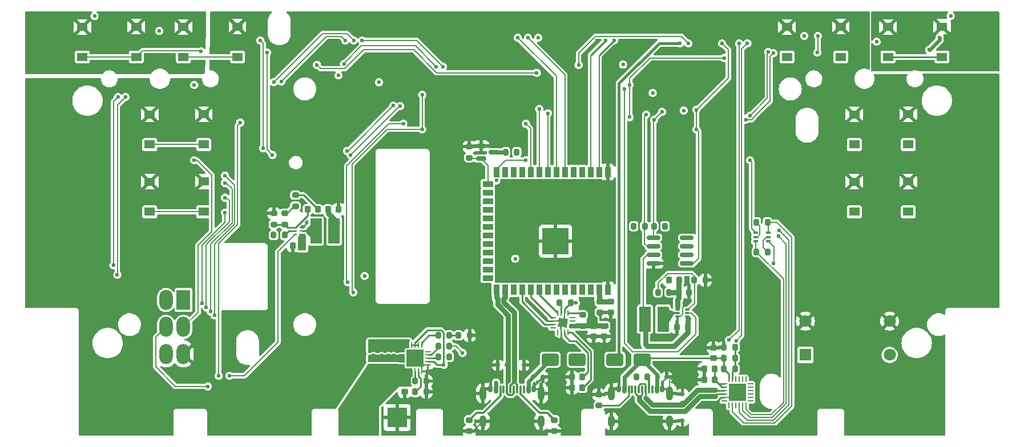
<source format=gbr>
%TF.GenerationSoftware,KiCad,Pcbnew,8.0.4*%
%TF.CreationDate,2024-09-02T08:00:41-07:00*%
%TF.ProjectId,Muffin,4d756666-696e-42e6-9b69-6361645f7063,rev?*%
%TF.SameCoordinates,Original*%
%TF.FileFunction,Copper,L4,Bot*%
%TF.FilePolarity,Positive*%
%FSLAX46Y46*%
G04 Gerber Fmt 4.6, Leading zero omitted, Abs format (unit mm)*
G04 Created by KiCad (PCBNEW 8.0.4) date 2024-09-02 08:00:41*
%MOMM*%
%LPD*%
G01*
G04 APERTURE LIST*
G04 Aperture macros list*
%AMRoundRect*
0 Rectangle with rounded corners*
0 $1 Rounding radius*
0 $2 $3 $4 $5 $6 $7 $8 $9 X,Y pos of 4 corners*
0 Add a 4 corners polygon primitive as box body*
4,1,4,$2,$3,$4,$5,$6,$7,$8,$9,$2,$3,0*
0 Add four circle primitives for the rounded corners*
1,1,$1+$1,$2,$3*
1,1,$1+$1,$4,$5*
1,1,$1+$1,$6,$7*
1,1,$1+$1,$8,$9*
0 Add four rect primitives between the rounded corners*
20,1,$1+$1,$2,$3,$4,$5,0*
20,1,$1+$1,$4,$5,$6,$7,0*
20,1,$1+$1,$6,$7,$8,$9,0*
20,1,$1+$1,$8,$9,$2,$3,0*%
G04 Aperture macros list end*
%TA.AperFunction,ComponentPad*%
%ADD10R,3.000000X3.000000*%
%TD*%
%TA.AperFunction,ComponentPad*%
%ADD11C,3.000000*%
%TD*%
%TA.AperFunction,SMDPad,CuDef*%
%ADD12RoundRect,0.100000X0.225000X0.100000X-0.225000X0.100000X-0.225000X-0.100000X0.225000X-0.100000X0*%
%TD*%
%TA.AperFunction,SMDPad,CuDef*%
%ADD13R,1.600000X1.300000*%
%TD*%
%TA.AperFunction,SMDPad,CuDef*%
%ADD14RoundRect,0.150000X0.150000X0.355000X-0.150000X0.355000X-0.150000X-0.355000X0.150000X-0.355000X0*%
%TD*%
%TA.AperFunction,SMDPad,CuDef*%
%ADD15RoundRect,0.150000X0.150000X0.425000X-0.150000X0.425000X-0.150000X-0.425000X0.150000X-0.425000X0*%
%TD*%
%TA.AperFunction,SMDPad,CuDef*%
%ADD16RoundRect,0.075000X0.075000X0.500000X-0.075000X0.500000X-0.075000X-0.500000X0.075000X-0.500000X0*%
%TD*%
%TA.AperFunction,ComponentPad*%
%ADD17O,1.000000X1.800000*%
%TD*%
%TA.AperFunction,ComponentPad*%
%ADD18O,1.000000X2.100000*%
%TD*%
%TA.AperFunction,SMDPad,CuDef*%
%ADD19RoundRect,0.225000X0.225000X0.250000X-0.225000X0.250000X-0.225000X-0.250000X0.225000X-0.250000X0*%
%TD*%
%TA.AperFunction,SMDPad,CuDef*%
%ADD20RoundRect,0.200000X-0.275000X0.200000X-0.275000X-0.200000X0.275000X-0.200000X0.275000X0.200000X0*%
%TD*%
%TA.AperFunction,SMDPad,CuDef*%
%ADD21RoundRect,0.250000X-1.000000X-0.650000X1.000000X-0.650000X1.000000X0.650000X-1.000000X0.650000X0*%
%TD*%
%TA.AperFunction,SMDPad,CuDef*%
%ADD22RoundRect,0.200000X0.275000X-0.200000X0.275000X0.200000X-0.275000X0.200000X-0.275000X-0.200000X0*%
%TD*%
%TA.AperFunction,SMDPad,CuDef*%
%ADD23RoundRect,0.200000X-0.200000X-0.275000X0.200000X-0.275000X0.200000X0.275000X-0.200000X0.275000X0*%
%TD*%
%TA.AperFunction,SMDPad,CuDef*%
%ADD24RoundRect,0.225000X-0.250000X0.225000X-0.250000X-0.225000X0.250000X-0.225000X0.250000X0.225000X0*%
%TD*%
%TA.AperFunction,SMDPad,CuDef*%
%ADD25RoundRect,0.062500X-0.350000X-0.062500X0.350000X-0.062500X0.350000X0.062500X-0.350000X0.062500X0*%
%TD*%
%TA.AperFunction,SMDPad,CuDef*%
%ADD26RoundRect,0.062500X-0.062500X-0.350000X0.062500X-0.350000X0.062500X0.350000X-0.062500X0.350000X0*%
%TD*%
%TA.AperFunction,HeatsinkPad*%
%ADD27R,2.600000X2.600000*%
%TD*%
%TA.AperFunction,SMDPad,CuDef*%
%ADD28RoundRect,0.062500X-0.062500X0.350000X-0.062500X-0.350000X0.062500X-0.350000X0.062500X0.350000X0*%
%TD*%
%TA.AperFunction,SMDPad,CuDef*%
%ADD29RoundRect,0.062500X-0.350000X0.062500X-0.350000X-0.062500X0.350000X-0.062500X0.350000X0.062500X0*%
%TD*%
%TA.AperFunction,HeatsinkPad*%
%ADD30R,2.500000X2.500000*%
%TD*%
%TA.AperFunction,SMDPad,CuDef*%
%ADD31RoundRect,0.200000X0.200000X0.275000X-0.200000X0.275000X-0.200000X-0.275000X0.200000X-0.275000X0*%
%TD*%
%TA.AperFunction,SMDPad,CuDef*%
%ADD32RoundRect,0.150000X-0.150000X-0.200000X0.150000X-0.200000X0.150000X0.200000X-0.150000X0.200000X0*%
%TD*%
%TA.AperFunction,HeatsinkPad*%
%ADD33R,1.230000X1.230000*%
%TD*%
%TA.AperFunction,SMDPad,CuDef*%
%ADD34O,0.600000X0.250000*%
%TD*%
%TA.AperFunction,SMDPad,CuDef*%
%ADD35O,1.000000X0.250000*%
%TD*%
%TA.AperFunction,SMDPad,CuDef*%
%ADD36RoundRect,0.225000X0.250000X-0.225000X0.250000X0.225000X-0.250000X0.225000X-0.250000X-0.225000X0*%
%TD*%
%TA.AperFunction,SMDPad,CuDef*%
%ADD37RoundRect,0.150000X0.200000X-0.150000X0.200000X0.150000X-0.200000X0.150000X-0.200000X-0.150000X0*%
%TD*%
%TA.AperFunction,SMDPad,CuDef*%
%ADD38RoundRect,0.250000X1.000000X0.650000X-1.000000X0.650000X-1.000000X-0.650000X1.000000X-0.650000X0*%
%TD*%
%TA.AperFunction,SMDPad,CuDef*%
%ADD39RoundRect,0.150000X-0.587500X-0.150000X0.587500X-0.150000X0.587500X0.150000X-0.587500X0.150000X0*%
%TD*%
%TA.AperFunction,SMDPad,CuDef*%
%ADD40R,0.900000X1.500000*%
%TD*%
%TA.AperFunction,SMDPad,CuDef*%
%ADD41R,1.500000X0.900000*%
%TD*%
%TA.AperFunction,SMDPad,CuDef*%
%ADD42R,3.900000X3.900000*%
%TD*%
%TA.AperFunction,SMDPad,CuDef*%
%ADD43R,1.700000X3.700000*%
%TD*%
%TA.AperFunction,ComponentPad*%
%ADD44R,1.800000X1.800000*%
%TD*%
%TA.AperFunction,ComponentPad*%
%ADD45C,1.800000*%
%TD*%
%TA.AperFunction,SMDPad,CuDef*%
%ADD46RoundRect,0.050000X0.285000X0.100000X-0.285000X0.100000X-0.285000X-0.100000X0.285000X-0.100000X0*%
%TD*%
%TA.AperFunction,SMDPad,CuDef*%
%ADD47RoundRect,0.150000X-0.200000X0.150000X-0.200000X-0.150000X0.200000X-0.150000X0.200000X0.150000X0*%
%TD*%
%TA.AperFunction,ComponentPad*%
%ADD48R,2.000000X3.000000*%
%TD*%
%TA.AperFunction,ComponentPad*%
%ADD49O,2.000000X3.000000*%
%TD*%
%TA.AperFunction,SMDPad,CuDef*%
%ADD50RoundRect,0.150000X0.150000X0.200000X-0.150000X0.200000X-0.150000X-0.200000X0.150000X-0.200000X0*%
%TD*%
%TA.AperFunction,SMDPad,CuDef*%
%ADD51RoundRect,0.150000X0.825000X0.150000X-0.825000X0.150000X-0.825000X-0.150000X0.825000X-0.150000X0*%
%TD*%
%TA.AperFunction,SMDPad,CuDef*%
%ADD52RoundRect,0.225000X-0.225000X-0.250000X0.225000X-0.250000X0.225000X0.250000X-0.225000X0.250000X0*%
%TD*%
%TA.AperFunction,ViaPad*%
%ADD53C,0.600000*%
%TD*%
%TA.AperFunction,Conductor*%
%ADD54C,0.800000*%
%TD*%
%TA.AperFunction,Conductor*%
%ADD55C,0.250000*%
%TD*%
%TA.AperFunction,Conductor*%
%ADD56C,0.200000*%
%TD*%
%TA.AperFunction,Conductor*%
%ADD57C,0.300000*%
%TD*%
%TA.AperFunction,Conductor*%
%ADD58C,0.400000*%
%TD*%
%TA.AperFunction,Conductor*%
%ADD59C,0.600000*%
%TD*%
%TA.AperFunction,Conductor*%
%ADD60C,0.770000*%
%TD*%
G04 APERTURE END LIST*
D10*
%TO.P,J21,1,Pin_1*%
%TO.N,GND*%
X105700000Y-110800000D03*
D11*
%TO.P,J21,2,Pin_2*%
%TO.N,/Power/VLIPO*%
X100700000Y-110800000D03*
%TD*%
D12*
%TO.P,Q1,1,E1*%
%TO.N,/USB and ADC/~{DTR}*%
X160750000Y-83350000D03*
%TO.P,Q1,2,B1*%
%TO.N,Net-(Q1A-B1)*%
X160750000Y-84000000D03*
%TO.P,Q1,3,C2*%
%TO.N,~{RESET}*%
X160750000Y-84650000D03*
%TO.P,Q1,4,E2*%
%TO.N,/USB and ADC/~{RTS}*%
X158850000Y-84650000D03*
%TO.P,Q1,5,B2*%
%TO.N,Net-(Q1B-B2)*%
X158850000Y-84000000D03*
%TO.P,Q1,6,C1*%
%TO.N,~{ESP32_BOOT}*%
X158850000Y-83350000D03*
%TD*%
D13*
%TO.P,SW4,1,A*%
%TO.N,/GPIO_ext/G0B1*%
X59000000Y-57250000D03*
%TO.P,SW4,2,B*%
X67000000Y-57250000D03*
%TO.P,SW4,3,C*%
%TO.N,GND*%
X59000000Y-52800000D03*
%TO.P,SW4,4,D*%
X67000000Y-52750000D03*
%TD*%
D14*
%TO.P,J13,A1,GND*%
%TO.N,GND*%
X125950000Y-106550000D03*
D15*
%TO.P,J13,A4,VBUS*%
%TO.N,Net-(D7-A2)*%
X125150000Y-106620000D03*
D16*
%TO.P,J13,A5,CC1*%
%TO.N,Net-(J13-CC1)*%
X124000000Y-106620000D03*
%TO.P,J13,A6,D+*%
%TO.N,USBD+*%
X123000000Y-106620000D03*
%TO.P,J13,A7,D-*%
%TO.N,USBD-*%
X122500000Y-106620000D03*
%TO.P,J13,A8,SBU1*%
%TO.N,unconnected-(J13-SBU1-PadA8)*%
X121500000Y-106620000D03*
D15*
%TO.P,J13,A9,VBUS*%
%TO.N,Net-(D7-A2)*%
X120350000Y-106620000D03*
D14*
%TO.P,J13,A12,GND*%
%TO.N,GND*%
X119550000Y-106550000D03*
%TO.P,J13,B1,GND*%
X119550000Y-106550000D03*
D15*
%TO.P,J13,B4,VBUS*%
%TO.N,Net-(D7-A2)*%
X120350000Y-106620000D03*
D16*
%TO.P,J13,B5,CC2*%
%TO.N,Net-(J13-CC2)*%
X121000000Y-106620000D03*
%TO.P,J13,B6,D+*%
%TO.N,USBD+*%
X122000000Y-106620000D03*
%TO.P,J13,B7,D-*%
%TO.N,USBD-*%
X123500000Y-106620000D03*
%TO.P,J13,B8,SBU2*%
%TO.N,unconnected-(J13-SBU2-PadB8)*%
X124500000Y-106620000D03*
D15*
%TO.P,J13,B9,VBUS*%
%TO.N,Net-(D7-A2)*%
X125150000Y-106620000D03*
D14*
%TO.P,J13,B12,GND*%
%TO.N,GND*%
X125950000Y-106550000D03*
D17*
%TO.P,J13,S1,SHIELD*%
X127070000Y-111375000D03*
D18*
X127070000Y-107195000D03*
D17*
X118430000Y-111375000D03*
D18*
X118430000Y-107195000D03*
%TD*%
D19*
%TO.P,C3,1*%
%TO.N,Net-(U1-VDD)*%
X152775000Y-105200000D03*
%TO.P,C3,2*%
%TO.N,GND*%
X151225000Y-105200000D03*
%TD*%
D20*
%TO.P,R2,1*%
%TO.N,GND*%
X135600000Y-107375000D03*
%TO.P,R2,2*%
%TO.N,Net-(J1-CC2)*%
X135600000Y-109025000D03*
%TD*%
D21*
%TO.P,D2,1,K*%
%TO.N,VBUS*%
X138000000Y-102200000D03*
%TO.P,D2,2,A*%
%TO.N,/USB and ADC/V_USB*%
X142000000Y-102200000D03*
%TD*%
D22*
%TO.P,R25,1*%
%TO.N,/ESP32 Core/LED_ON*%
X116400000Y-72225000D03*
%TO.P,R25,2*%
%TO.N,GND*%
X116400000Y-70575000D03*
%TD*%
D23*
%TO.P,R5,1*%
%TO.N,/USB and ADC/V_USB*%
X154175000Y-102000000D03*
%TO.P,R5,2*%
%TO.N,Net-(U1-VBUS)*%
X155825000Y-102000000D03*
%TD*%
D20*
%TO.P,R33,1*%
%TO.N,+3.3V*%
X90600000Y-77775000D03*
%TO.P,R33,2*%
%TO.N,Net-(R33-Pad2)*%
X90600000Y-79425000D03*
%TD*%
D24*
%TO.P,C33,1*%
%TO.N,+5V*%
X136400000Y-97225000D03*
%TO.P,C33,2*%
%TO.N,GND*%
X136400000Y-98775000D03*
%TD*%
D23*
%TO.P,R41,1*%
%TO.N,Net-(U10-PROG3)*%
X108375000Y-107000000D03*
%TO.P,R41,2*%
%TO.N,GND*%
X110025000Y-107000000D03*
%TD*%
D25*
%TO.P,U1,1,~{RI}/CLK*%
%TO.N,unconnected-(U1-~{RI}{slash}CLK-Pad1)*%
X154212500Y-108312500D03*
%TO.P,U1,2,GND*%
%TO.N,GND*%
X154212500Y-107812500D03*
%TO.P,U1,3,D+*%
%TO.N,/USB and ADC/UART_USBD+*%
X154212500Y-107312500D03*
%TO.P,U1,4,D-*%
%TO.N,/USB and ADC/UART_USBD-*%
X154212500Y-106812500D03*
%TO.P,U1,5,VIO*%
%TO.N,Net-(U1-VDD)*%
X154212500Y-106312500D03*
%TO.P,U1,6,VDD*%
X154212500Y-105812500D03*
D26*
%TO.P,U1,7,VREGIN*%
%TO.N,/USB and ADC/V_USB*%
X154900000Y-105125000D03*
%TO.P,U1,8,VBUS*%
%TO.N,Net-(U1-VBUS)*%
X155400000Y-105125000D03*
%TO.P,U1,9,~{RST}*%
%TO.N,unconnected-(U1-~{RST}-Pad9)*%
X155900000Y-105125000D03*
%TO.P,U1,10,NC*%
%TO.N,unconnected-(U1-NC-Pad10)*%
X156400000Y-105125000D03*
%TO.P,U1,11,~{WAKEUP}/GPIO.3*%
%TO.N,unconnected-(U1-~{WAKEUP}{slash}GPIO.3-Pad11)*%
X156900000Y-105125000D03*
%TO.P,U1,12,RS485/GPIO.2*%
%TO.N,unconnected-(U1-RS485{slash}GPIO.2-Pad12)*%
X157400000Y-105125000D03*
D25*
%TO.P,U1,13,~{RXT}/GPIO.1*%
%TO.N,unconnected-(U1-~{RXT}{slash}GPIO.1-Pad13)*%
X158087500Y-105812500D03*
%TO.P,U1,14,~{TXT}/GPIO.0*%
%TO.N,unconnected-(U1-~{TXT}{slash}GPIO.0-Pad14)*%
X158087500Y-106312500D03*
%TO.P,U1,15,~{SUSPEND}*%
%TO.N,unconnected-(U1-~{SUSPEND}-Pad15)*%
X158087500Y-106812500D03*
%TO.P,U1,16,NC*%
%TO.N,unconnected-(U1-NC-Pad16)*%
X158087500Y-107312500D03*
%TO.P,U1,17,SUSPEND*%
%TO.N,unconnected-(U1-SUSPEND-Pad17)*%
X158087500Y-107812500D03*
%TO.P,U1,18,~{CTS}*%
%TO.N,unconnected-(U1-~{CTS}-Pad18)*%
X158087500Y-108312500D03*
D26*
%TO.P,U1,19,~{RTS}*%
%TO.N,/USB and ADC/~{RTS}*%
X157400000Y-109000000D03*
%TO.P,U1,20,RXD*%
%TO.N,TXD0*%
X156900000Y-109000000D03*
%TO.P,U1,21,TXD*%
%TO.N,RXD0*%
X156400000Y-109000000D03*
%TO.P,U1,22,~{DSR}*%
%TO.N,unconnected-(U1-~{DSR}-Pad22)*%
X155900000Y-109000000D03*
%TO.P,U1,23,~{DTR}*%
%TO.N,/USB and ADC/~{DTR}*%
X155400000Y-109000000D03*
%TO.P,U1,24,~{DCD}*%
%TO.N,unconnected-(U1-~{DCD}-Pad24)*%
X154900000Y-109000000D03*
D27*
%TO.P,U1,25,GND*%
%TO.N,GND*%
X156150000Y-107062500D03*
%TD*%
D28*
%TO.P,U10,1,VOUT1*%
%TO.N,VBATT*%
X107337500Y-100062500D03*
%TO.P,U10,2,VPCC*%
%TO.N,VBUS*%
X107837500Y-100062500D03*
%TO.P,U10,3,SEL*%
X108337500Y-100062500D03*
%TO.P,U10,4,PROG2*%
X108837500Y-100062500D03*
%TO.P,U10,5,THERM*%
%TO.N,Net-(U10-THERM)*%
X109337500Y-100062500D03*
D29*
%TO.P,U10,6,/PG*%
%TO.N,unconnected-(U10-{slash}PG-Pad6)*%
X110275000Y-101000000D03*
%TO.P,U10,7,STAT2*%
%TO.N,Net-(U10-STAT2)*%
X110275000Y-101500000D03*
%TO.P,U10,8,STAT1/LBO*%
%TO.N,Net-(U10-STAT1{slash}LBO)*%
X110275000Y-102000000D03*
%TO.P,U10,9,/TE*%
%TO.N,VBUS*%
X110275000Y-102500000D03*
%TO.P,U10,10,VSS1*%
%TO.N,GND*%
X110275000Y-103000000D03*
D28*
%TO.P,U10,11,VSS2*%
X109337500Y-103937500D03*
%TO.P,U10,12,PROG3*%
%TO.N,Net-(U10-PROG3)*%
X108837500Y-103937500D03*
%TO.P,U10,13,PROG1*%
%TO.N,Net-(U10-PROG1)*%
X108337500Y-103937500D03*
%TO.P,U10,14,VBAT1*%
%TO.N,/Power/VLIPO*%
X107837500Y-103937500D03*
%TO.P,U10,15,VBAT2*%
X107337500Y-103937500D03*
D29*
%TO.P,U10,16,VBATSENS*%
X106400000Y-103000000D03*
%TO.P,U10,17,CE*%
%TO.N,VBUS*%
X106400000Y-102500000D03*
%TO.P,U10,18,VIN1*%
X106400000Y-102000000D03*
%TO.P,U10,19,VIN2*%
X106400000Y-101500000D03*
%TO.P,U10,20,VOUT2*%
%TO.N,VBATT*%
X106400000Y-101000000D03*
D30*
%TO.P,U10,21,THERMAL*%
%TO.N,GND*%
X108337500Y-102000000D03*
%TD*%
D31*
%TO.P,R26,1*%
%TO.N,/ESP32 Core/LEDK*%
X123425000Y-71400000D03*
%TO.P,R26,2*%
%TO.N,Net-(Q2-D)*%
X121775000Y-71400000D03*
%TD*%
%TO.P,R39,1*%
%TO.N,CHG_DONE_LED*%
X113425000Y-100200000D03*
%TO.P,R39,2*%
%TO.N,Net-(U10-STAT2)*%
X111775000Y-100200000D03*
%TD*%
D13*
%TO.P,SW2,1,A*%
%TO.N,/GPIO_ext/G1A6*%
X163500000Y-57250000D03*
%TO.P,SW2,2,B*%
X171500000Y-57250000D03*
%TO.P,SW2,3,C*%
%TO.N,GND*%
X163500000Y-52800000D03*
%TO.P,SW2,4,D*%
X171500000Y-52750000D03*
%TD*%
D23*
%TO.P,R38,1*%
%TO.N,Net-(U10-PROG1)*%
X108375000Y-105400000D03*
%TO.P,R38,2*%
%TO.N,GND*%
X110025000Y-105400000D03*
%TD*%
D13*
%TO.P,SW8,1,A*%
%TO.N,/GPIO_ext/G1A1*%
X173500000Y-80250000D03*
%TO.P,SW8,2,B*%
X181500000Y-80250000D03*
%TO.P,SW8,3,C*%
%TO.N,GND*%
X173500000Y-75800000D03*
%TO.P,SW8,4,D*%
X181500000Y-75750000D03*
%TD*%
D23*
%TO.P,R27,1*%
%TO.N,VBATT*%
X87375000Y-83700000D03*
%TO.P,R27,2*%
%TO.N,PWR_GOOD_LED*%
X89025000Y-83700000D03*
%TD*%
D24*
%TO.P,C34,1*%
%TO.N,+5V*%
X134800000Y-97225000D03*
%TO.P,C34,2*%
%TO.N,GND*%
X134800000Y-98775000D03*
%TD*%
D32*
%TO.P,D7,1,A1*%
%TO.N,GND*%
X127300000Y-104800000D03*
%TO.P,D7,2,A2*%
%TO.N,Net-(D7-A2)*%
X125900000Y-104800000D03*
%TD*%
D31*
%TO.P,R31,1*%
%TO.N,+5V*%
X146025000Y-92200000D03*
%TO.P,R31,2*%
%TO.N,Net-(U8-FB)*%
X144375000Y-92200000D03*
%TD*%
D23*
%TO.P,R6,1*%
%TO.N,/USB and ADC/V_USB*%
X154175000Y-103600000D03*
%TO.P,R6,2*%
%TO.N,Net-(U1-VBUS)*%
X155825000Y-103600000D03*
%TD*%
%TO.P,R32,1*%
%TO.N,Net-(U8-FB)*%
X149775000Y-90400000D03*
%TO.P,R32,2*%
%TO.N,GND*%
X151425000Y-90400000D03*
%TD*%
D28*
%TO.P,U13,1,DIN*%
%TO.N,I2S_DATA*%
X129500000Y-95272500D03*
%TO.P,U13,2,GAIN_SLOT*%
%TO.N,Net-(U13-GAIN_SLOT)*%
X130000000Y-95272500D03*
%TO.P,U13,3,GND*%
%TO.N,GND*%
X130500000Y-95272500D03*
%TO.P,U13,4,~{SD_MODE}*%
%TO.N,Net-(U13-~{SD_MODE})*%
X131000000Y-95272500D03*
D29*
%TO.P,U13,5,NC*%
%TO.N,unconnected-(U13-NC-Pad5)*%
X131687500Y-95960000D03*
%TO.P,U13,6,NC*%
%TO.N,unconnected-(U13-NC-Pad6)*%
X131687500Y-96460000D03*
%TO.P,U13,7,VDD*%
%TO.N,+5V*%
X131687500Y-96960000D03*
%TO.P,U13,8,VDD*%
X131687500Y-97460000D03*
D28*
%TO.P,U13,9,OUTP*%
%TO.N,Net-(J24-Pin_1)*%
X131000000Y-98147500D03*
%TO.P,U13,10,OUTN*%
%TO.N,Net-(J24-Pin_2)*%
X130500000Y-98147500D03*
%TO.P,U13,11,GND*%
%TO.N,GND*%
X130000000Y-98147500D03*
%TO.P,U13,12,NC*%
%TO.N,unconnected-(U13-NC-Pad12)*%
X129500000Y-98147500D03*
D29*
%TO.P,U13,13,NC*%
%TO.N,unconnected-(U13-NC-Pad13)*%
X128812500Y-97460000D03*
%TO.P,U13,14,LRCLK*%
%TO.N,I2S_LRCLK*%
X128812500Y-96960000D03*
%TO.P,U13,15,GND*%
%TO.N,GND*%
X128812500Y-96460000D03*
%TO.P,U13,16,BCLK*%
%TO.N,I2S_BCLK*%
X128812500Y-95960000D03*
D33*
%TO.P,U13,17,PAD*%
%TO.N,GND*%
X130250000Y-96710000D03*
%TD*%
D32*
%TO.P,D6,1,A1*%
%TO.N,GND*%
X124500000Y-103000000D03*
%TO.P,D6,2,A2*%
%TO.N,USBD-*%
X123100000Y-103000000D03*
%TD*%
D24*
%TO.P,C15,1*%
%TO.N,+3.3V*%
X135800000Y-93625000D03*
%TO.P,C15,2*%
%TO.N,GND*%
X135800000Y-95175000D03*
%TD*%
D23*
%TO.P,R22,1*%
%TO.N,+3.3V*%
X140775000Y-82400000D03*
%TO.P,R22,2*%
%TO.N,SDA*%
X142425000Y-82400000D03*
%TD*%
D19*
%TO.P,C36,1*%
%TO.N,Net-(J24-Pin_1)*%
X133175000Y-106400000D03*
%TO.P,C36,2*%
%TO.N,GND*%
X131625000Y-106400000D03*
%TD*%
D22*
%TO.P,R23,1*%
%TO.N,GND*%
X129000000Y-112825000D03*
%TO.P,R23,2*%
%TO.N,Net-(J13-CC1)*%
X129000000Y-111175000D03*
%TD*%
D34*
%TO.P,U7,1,EN*%
%TO.N,/Power/3V3_EN*%
X90550000Y-83600000D03*
%TO.P,U7,2,PG*%
%TO.N,PWR_GOOD_LED*%
X90550000Y-83100000D03*
%TO.P,U7,3,FB*%
%TO.N,Net-(U7-FB)*%
X90550000Y-82600000D03*
D35*
%TO.P,U7,4,GND*%
%TO.N,GND*%
X91650000Y-82600000D03*
%TO.P,U7,5,SW*%
%TO.N,Net-(U7-SW)*%
X91650000Y-83100000D03*
%TO.P,U7,6,VIN*%
%TO.N,VBATT*%
X91650000Y-83600000D03*
%TD*%
D19*
%TO.P,C2,1*%
%TO.N,Net-(U1-VDD)*%
X152775000Y-103600000D03*
%TO.P,C2,2*%
%TO.N,GND*%
X151225000Y-103600000D03*
%TD*%
D22*
%TO.P,R24,1*%
%TO.N,GND*%
X116400000Y-112825000D03*
%TO.P,R24,2*%
%TO.N,Net-(J13-CC2)*%
X116400000Y-111175000D03*
%TD*%
D19*
%TO.P,C35,1*%
%TO.N,Net-(J24-Pin_2)*%
X133175000Y-104800000D03*
%TO.P,C35,2*%
%TO.N,GND*%
X131625000Y-104800000D03*
%TD*%
D36*
%TO.P,C1,1*%
%TO.N,/USB and ADC/V_USB*%
X152600000Y-101975000D03*
%TO.P,C1,2*%
%TO.N,GND*%
X152600000Y-100425000D03*
%TD*%
D13*
%TO.P,SW7,1,A*%
%TO.N,/GPIO_ext/G1A3*%
X173500000Y-70250000D03*
%TO.P,SW7,2,B*%
X181500000Y-70250000D03*
%TO.P,SW7,3,C*%
%TO.N,GND*%
X173500000Y-65800000D03*
%TO.P,SW7,4,D*%
X181500000Y-65750000D03*
%TD*%
D23*
%TO.P,RT2,1*%
%TO.N,Net-(RT1-Pad2)*%
X114775000Y-98600000D03*
%TO.P,RT2,2*%
%TO.N,GND*%
X116425000Y-98600000D03*
%TD*%
%TO.P,R1,1*%
%TO.N,GND*%
X141175000Y-104800000D03*
%TO.P,R1,2*%
%TO.N,Net-(J1-CC1)*%
X142825000Y-104800000D03*
%TD*%
D13*
%TO.P,SW3,1,A*%
%TO.N,/GPIO_ext/G0B0*%
X74000000Y-57250000D03*
%TO.P,SW3,2,B*%
X82000000Y-57250000D03*
%TO.P,SW3,3,C*%
%TO.N,GND*%
X74000000Y-52800000D03*
%TO.P,SW3,4,D*%
X82000000Y-52750000D03*
%TD*%
D37*
%TO.P,D3,1,A1*%
%TO.N,GND*%
X148000000Y-107300000D03*
%TO.P,D3,2,A2*%
%TO.N,/USB and ADC/UART_USBD-*%
X148000000Y-108700000D03*
%TD*%
D23*
%TO.P,RT1,1*%
%TO.N,Net-(U10-THERM)*%
X111775000Y-98600000D03*
%TO.P,RT1,2*%
%TO.N,Net-(RT1-Pad2)*%
X113425000Y-98600000D03*
%TD*%
D38*
%TO.P,D8,1,K*%
%TO.N,VBUS*%
X132400000Y-102200000D03*
%TO.P,D8,2,A*%
%TO.N,Net-(D7-A2)*%
X128400000Y-102200000D03*
%TD*%
D19*
%TO.P,C19,1,1*%
%TO.N,VBATT*%
X148775000Y-97400000D03*
%TO.P,C19,2,2*%
%TO.N,GND*%
X147225000Y-97400000D03*
%TD*%
D39*
%TO.P,Q2,1,G*%
%TO.N,/ESP32 Core/LED_ON*%
X118125000Y-72350000D03*
%TO.P,Q2,2,S*%
%TO.N,GND*%
X118125000Y-70450000D03*
%TO.P,Q2,3,D*%
%TO.N,Net-(Q2-D)*%
X120000000Y-71400000D03*
%TD*%
D19*
%TO.P,C18,1,1*%
%TO.N,VBATT*%
X91775000Y-85300000D03*
%TO.P,C18,2,2*%
%TO.N,GND*%
X90225000Y-85300000D03*
%TD*%
D22*
%TO.P,R44,1*%
%TO.N,+5V*%
X133200000Y-97225000D03*
%TO.P,R44,2*%
%TO.N,Net-(U13-~{SD_MODE})*%
X133200000Y-95575000D03*
%TD*%
D13*
%TO.P,SW6,1,A*%
%TO.N,/GPIO_ext/G0B6*%
X69000000Y-80250000D03*
%TO.P,SW6,2,B*%
X77000000Y-80250000D03*
%TO.P,SW6,3,C*%
%TO.N,GND*%
X69000000Y-75800000D03*
%TO.P,SW6,4,D*%
X77000000Y-75750000D03*
%TD*%
D40*
%TO.P,U4,1,GND*%
%TO.N,GND*%
X136920000Y-91845606D03*
%TO.P,U4,2,3V3*%
%TO.N,+3.3V*%
X135650000Y-91845606D03*
%TO.P,U4,3,EN*%
%TO.N,~{RESET}*%
X134380000Y-91845606D03*
%TO.P,U4,4,IO4*%
%TO.N,/ESP32 Core/SD_MISO*%
X133110000Y-91845606D03*
%TO.P,U4,5,IO5*%
%TO.N,/ESP32 Core/SD_SCK*%
X131840000Y-91845606D03*
%TO.P,U4,6,IO6*%
%TO.N,/ESP32 Core/SD_MOSI*%
X130570000Y-91845606D03*
%TO.P,U4,7,IO7*%
%TO.N,/ESP32 Core/SD_CS*%
X129300000Y-91845606D03*
%TO.P,U4,8,IO15*%
%TO.N,EXTMOD_RX*%
X128030000Y-91845606D03*
%TO.P,U4,9,IO16*%
%TO.N,I2S_DATA*%
X126760000Y-91845606D03*
%TO.P,U4,10,IO17*%
%TO.N,I2S_BCLK*%
X125490000Y-91845606D03*
%TO.P,U4,11,IO18*%
%TO.N,I2S_LRCLK*%
X124220000Y-91845606D03*
%TO.P,U4,12,IO8*%
%TO.N,EXTMOD_TX*%
X122950000Y-91845606D03*
%TO.P,U4,13,IO19*%
%TO.N,USBD-*%
X121680000Y-91845606D03*
%TO.P,U4,14,IO20*%
%TO.N,USBD+*%
X120410000Y-91845606D03*
D41*
%TO.P,U4,15,IO3*%
%TO.N,/ESP32 Core/LCD_CS*%
X119160000Y-90080606D03*
%TO.P,U4,16,IO46*%
%TO.N,/ESP32 Core/LCD_RS*%
X119160000Y-88810606D03*
%TO.P,U4,17,IO9*%
%TO.N,/ESP32 Core/LCD_WR*%
X119160000Y-87540606D03*
%TO.P,U4,18,IO10*%
%TO.N,/ESP32 Core/LCD_D0*%
X119160000Y-86270606D03*
%TO.P,U4,19,IO11*%
%TO.N,/ESP32 Core/LCD_D1*%
X119160000Y-85000606D03*
%TO.P,U4,20,IO12*%
%TO.N,/ESP32 Core/LCD_D2*%
X119160000Y-83730606D03*
%TO.P,U4,21,IO13*%
%TO.N,/ESP32 Core/LCD_D3*%
X119160000Y-82460606D03*
%TO.P,U4,22,IO14*%
%TO.N,/ESP32 Core/LCD_D4*%
X119160000Y-81190606D03*
%TO.P,U4,23,IO21*%
%TO.N,/ESP32 Core/LCD_D5*%
X119160000Y-79920606D03*
%TO.P,U4,24,IO47*%
%TO.N,/ESP32 Core/LCD_D6*%
X119160000Y-78650606D03*
%TO.P,U4,25,IO48*%
%TO.N,/ESP32 Core/LCD_D7*%
X119160000Y-77380606D03*
%TO.P,U4,26,IO45*%
%TO.N,/ESP32 Core/LED_ON*%
X119160000Y-76110606D03*
D40*
%TO.P,U4,27,IO0*%
%TO.N,~{ESP32_BOOT}*%
X120410000Y-74345606D03*
%TO.P,U4,28,IO35*%
%TO.N,unconnected-(U4-IO35-Pad28)*%
X121680000Y-74345606D03*
%TO.P,U4,29,IO36*%
%TO.N,unconnected-(U4-IO36-Pad29)*%
X122950000Y-74345606D03*
%TO.P,U4,30,IO37*%
%TO.N,unconnected-(U4-IO37-Pad30)*%
X124220000Y-74345606D03*
%TO.P,U4,31,IO38*%
%TO.N,/ESP32 Core/TOUCH_INT*%
X125490000Y-74345606D03*
%TO.P,U4,32,IO39*%
%TO.N,SDA*%
X126760000Y-74345606D03*
%TO.P,U4,33,IO40*%
%TO.N,SCL*%
X128030000Y-74345606D03*
%TO.P,U4,34,IO41*%
%TO.N,/ESP32 Core/GIMBAL_TX*%
X129300000Y-74345606D03*
%TO.P,U4,35,IO42*%
%TO.N,/ESP32 Core/GIMBAL_RX*%
X130570000Y-74345606D03*
%TO.P,U4,36,RXD0*%
%TO.N,RXD0*%
X131840000Y-74345606D03*
%TO.P,U4,37,TXD0*%
%TO.N,TXD0*%
X133110000Y-74345606D03*
%TO.P,U4,38,IO2*%
%TO.N,INTMOD_RX*%
X134380000Y-74345606D03*
%TO.P,U4,39,IO1*%
%TO.N,INTMOD_TX*%
X135650000Y-74345606D03*
%TO.P,U4,40,GND*%
%TO.N,GND*%
X136920000Y-74345606D03*
D42*
%TO.P,U4,41,GND*%
X129200000Y-84595606D03*
%TD*%
D31*
%TO.P,R40,1*%
%TO.N,CHARGING_LED*%
X113425000Y-101800000D03*
%TO.P,R40,2*%
%TO.N,Net-(U10-STAT1{slash}LBO)*%
X111775000Y-101800000D03*
%TD*%
%TO.P,R21,1*%
%TO.N,+3.3V*%
X145425000Y-82400000D03*
%TO.P,R21,2*%
%TO.N,SCL*%
X143775000Y-82400000D03*
%TD*%
D43*
%TO.P,L2,1,1*%
%TO.N,Net-(U7-SW)*%
X93650000Y-83100000D03*
%TO.P,L2,2,2*%
%TO.N,+3.3V*%
X96350000Y-83100000D03*
%TD*%
D20*
%TO.P,R34,1*%
%TO.N,Net-(R33-Pad2)*%
X89000000Y-80475000D03*
%TO.P,R34,2*%
%TO.N,Net-(U7-FB)*%
X89000000Y-82125000D03*
%TD*%
D24*
%TO.P,C14,1*%
%TO.N,+3.3V*%
X137400000Y-93625000D03*
%TO.P,C14,2*%
%TO.N,GND*%
X137400000Y-95175000D03*
%TD*%
D14*
%TO.P,J1,A1,GND*%
%TO.N,GND*%
X145000000Y-106550000D03*
D15*
%TO.P,J1,A4,VBUS*%
%TO.N,/USB and ADC/V_USB*%
X144200000Y-106620000D03*
D16*
%TO.P,J1,A5,CC1*%
%TO.N,Net-(J1-CC1)*%
X143050000Y-106620000D03*
%TO.P,J1,A6,D+*%
%TO.N,/USB and ADC/UART_USBD+*%
X142050000Y-106620000D03*
%TO.P,J1,A7,D-*%
%TO.N,/USB and ADC/UART_USBD-*%
X141550000Y-106620000D03*
%TO.P,J1,A8,SBU1*%
%TO.N,unconnected-(J1-SBU1-PadA8)*%
X140550000Y-106620000D03*
D15*
%TO.P,J1,A9,VBUS*%
%TO.N,/USB and ADC/V_USB*%
X139400000Y-106620000D03*
D14*
%TO.P,J1,A12,GND*%
%TO.N,GND*%
X138600000Y-106550000D03*
%TO.P,J1,B1,GND*%
X138600000Y-106550000D03*
D15*
%TO.P,J1,B4,VBUS*%
%TO.N,/USB and ADC/V_USB*%
X139400000Y-106620000D03*
D16*
%TO.P,J1,B5,CC2*%
%TO.N,Net-(J1-CC2)*%
X140050000Y-106620000D03*
%TO.P,J1,B6,D+*%
%TO.N,/USB and ADC/UART_USBD+*%
X141050000Y-106620000D03*
%TO.P,J1,B7,D-*%
%TO.N,/USB and ADC/UART_USBD-*%
X142550000Y-106620000D03*
%TO.P,J1,B8,SBU2*%
%TO.N,unconnected-(J1-SBU2-PadB8)*%
X143550000Y-106620000D03*
D15*
%TO.P,J1,B9,VBUS*%
%TO.N,/USB and ADC/V_USB*%
X144200000Y-106620000D03*
D14*
%TO.P,J1,B12,GND*%
%TO.N,GND*%
X145000000Y-106550000D03*
D17*
%TO.P,J1,S1,SHIELD*%
X146120000Y-111375000D03*
D18*
X146120000Y-107195000D03*
D17*
X137480000Y-111375000D03*
D18*
X137480000Y-107195000D03*
%TD*%
D44*
%TO.P,SW9,1,A*%
%TO.N,/GPIO_ext/G1A0*%
X166250000Y-101500000D03*
D45*
%TO.P,SW9,2,B*%
X178750000Y-101500000D03*
%TO.P,SW9,3,C*%
%TO.N,GND*%
X166250000Y-96500000D03*
%TO.P,SW9,4,D*%
X178750000Y-96500000D03*
%TD*%
D46*
%TO.P,U8,1,FB*%
%TO.N,Net-(U8-FB)*%
X148740000Y-94800000D03*
%TO.P,U8,2,EN*%
%TO.N,5V_PWR_EN*%
X148740000Y-95300000D03*
%TO.P,U8,3,VIN*%
%TO.N,VBATT*%
X148740000Y-95800000D03*
%TO.P,U8,4,GND*%
%TO.N,GND*%
X147260000Y-95800000D03*
%TO.P,U8,5,SW*%
%TO.N,Net-(U8-SW)*%
X147260000Y-95300000D03*
%TO.P,U8,6,VOUT*%
%TO.N,+5V*%
X147260000Y-94800000D03*
%TD*%
D43*
%TO.P,L1,1,1*%
%TO.N,VBATT*%
X142450000Y-96200000D03*
%TO.P,L1,2,2*%
%TO.N,Net-(U8-SW)*%
X145150000Y-96200000D03*
%TD*%
D19*
%TO.P,C22,1,1*%
%TO.N,GND*%
X96975000Y-79900000D03*
%TO.P,C22,2,2*%
%TO.N,+3.3V*%
X95425000Y-79900000D03*
%TD*%
D13*
%TO.P,SW5,1,A*%
%TO.N,/GPIO_ext/G0B4*%
X69000000Y-70250000D03*
%TO.P,SW5,2,B*%
X77000000Y-70250000D03*
%TO.P,SW5,3,C*%
%TO.N,GND*%
X69000000Y-65800000D03*
%TO.P,SW5,4,D*%
X77000000Y-65750000D03*
%TD*%
D47*
%TO.P,D4,1,A1*%
%TO.N,GND*%
X148000000Y-111300000D03*
%TO.P,D4,2,A2*%
%TO.N,/USB and ADC/UART_USBD+*%
X148000000Y-109900000D03*
%TD*%
D48*
%TO.P,SW10,1,A*%
%TO.N,unconnected-(SW10-A-Pad1)*%
X74000000Y-93350000D03*
D49*
%TO.P,SW10,2,B*%
%TO.N,~{PWR_SW_DET}*%
X74000000Y-97350000D03*
%TO.P,SW10,3,C*%
%TO.N,GND*%
X74000000Y-101350000D03*
%TO.P,SW10,4,A*%
X71400000Y-101350000D03*
%TO.P,SW10,5,B*%
%TO.N,PWR_SW_ON*%
X71400000Y-97350000D03*
%TO.P,SW10,6,C*%
%TO.N,VBATT*%
X71400000Y-93350000D03*
%TD*%
D50*
%TO.P,D5,1,A1*%
%TO.N,GND*%
X120600000Y-103000000D03*
%TO.P,D5,2,A2*%
%TO.N,USBD+*%
X122000000Y-103000000D03*
%TD*%
D31*
%TO.P,R4,1*%
%TO.N,/USB and ADC/~{DTR}*%
X160625000Y-81800000D03*
%TO.P,R4,2*%
%TO.N,Net-(Q1B-B2)*%
X158975000Y-81800000D03*
%TD*%
D51*
%TO.P,U5,1,32KHZ*%
%TO.N,unconnected-(U5-32KHZ-Pad1)*%
X148675000Y-84095000D03*
%TO.P,U5,2,VCC*%
%TO.N,+3.3V*%
X148675000Y-85365000D03*
%TO.P,U5,3,~{INT}/SQW*%
%TO.N,unconnected-(U5-~{INT}{slash}SQW-Pad3)*%
X148675000Y-86635000D03*
%TO.P,U5,4,~{RST}*%
%TO.N,~{RESET}*%
X148675000Y-87905000D03*
%TO.P,U5,5,GND*%
%TO.N,GND*%
X143725000Y-87905000D03*
%TO.P,U5,6,VBAT*%
%TO.N,VBATT*%
X143725000Y-86635000D03*
%TO.P,U5,7,SDA*%
%TO.N,SDA*%
X143725000Y-85365000D03*
%TO.P,U5,8,SCL*%
%TO.N,SCL*%
X143725000Y-84095000D03*
%TD*%
D13*
%TO.P,SW1,1,A*%
%TO.N,/GPIO_ext/G1A5*%
X178500000Y-57250000D03*
%TO.P,SW1,2,B*%
X186500000Y-57250000D03*
%TO.P,SW1,3,C*%
%TO.N,GND*%
X178500000Y-52800000D03*
%TO.P,SW1,4,D*%
X186500000Y-52750000D03*
%TD*%
D31*
%TO.P,R45,1*%
%TO.N,GND*%
X131425000Y-93800000D03*
%TO.P,R45,2*%
%TO.N,Net-(U13-GAIN_SLOT)*%
X129775000Y-93800000D03*
%TD*%
D52*
%TO.P,C23,1,1*%
%TO.N,+5V*%
X147425000Y-92200000D03*
%TO.P,C23,2,2*%
%TO.N,GND*%
X148975000Y-92200000D03*
%TD*%
D19*
%TO.P,C25,1,1*%
%TO.N,+5V*%
X147575000Y-90400000D03*
%TO.P,C25,2,2*%
%TO.N,GND*%
X146025000Y-90400000D03*
%TD*%
D23*
%TO.P,R7,1*%
%TO.N,GND*%
X154175000Y-100400000D03*
%TO.P,R7,2*%
%TO.N,Net-(U1-VBUS)*%
X155825000Y-100400000D03*
%TD*%
D32*
%TO.P,D1,1,A1*%
%TO.N,GND*%
X145700000Y-104800000D03*
%TO.P,D1,2,A2*%
%TO.N,/USB and ADC/V_USB*%
X144300000Y-104800000D03*
%TD*%
D23*
%TO.P,R3,1*%
%TO.N,/USB and ADC/~{RTS}*%
X158975000Y-86200000D03*
%TO.P,R3,2*%
%TO.N,Net-(Q1A-B1)*%
X160625000Y-86200000D03*
%TD*%
D22*
%TO.P,R36,1*%
%TO.N,Net-(U7-FB)*%
X87400000Y-82125000D03*
%TO.P,R36,2*%
%TO.N,GND*%
X87400000Y-80475000D03*
%TD*%
D19*
%TO.P,C24,1,1*%
%TO.N,+3.3V*%
X93975000Y-79900000D03*
%TO.P,C24,2,2*%
%TO.N,Net-(U7-FB)*%
X92425000Y-79900000D03*
%TD*%
D24*
%TO.P,C28,1,1*%
%TO.N,/Power/VLIPO*%
X106800000Y-105425000D03*
%TO.P,C28,2,2*%
%TO.N,GND*%
X106800000Y-106975000D03*
%TD*%
D53*
%TO.N,+3.3V*%
X96800000Y-82800000D03*
X166100000Y-54125000D03*
X140775000Y-82400000D03*
X148200000Y-65200000D03*
X96000000Y-83800000D03*
X96000000Y-82800000D03*
X96000000Y-84600000D03*
X126600000Y-54400000D03*
X100850000Y-89799998D03*
X145425000Y-82400000D03*
X70425000Y-53400000D03*
X143600000Y-62625000D03*
X96800000Y-84600000D03*
X93975000Y-79900000D03*
X96000000Y-81800000D03*
X120405757Y-75595608D03*
X96800000Y-83800000D03*
X96800000Y-81800000D03*
X103000000Y-61025000D03*
X60800000Y-51200000D03*
X137400000Y-93600000D03*
X95425000Y-79900000D03*
X187800000Y-51175000D03*
X148600000Y-85400000D03*
X135800000Y-93600000D03*
X176800000Y-55000000D03*
X123200000Y-87200000D03*
%TO.N,GND*%
X91650000Y-82475000D03*
X149400000Y-62800000D03*
X151200000Y-103600000D03*
X121800000Y-79600000D03*
X80800000Y-60400000D03*
X109000000Y-102600000D03*
X108800000Y-61400000D03*
X181000000Y-54400000D03*
X152650000Y-55250000D03*
X95400000Y-58400000D03*
X121800000Y-77600000D03*
X122100000Y-54400000D03*
X67200000Y-61600000D03*
X65400000Y-56000000D03*
X113650000Y-53912500D03*
X64800000Y-55200000D03*
X121800000Y-78600000D03*
X146800000Y-62800000D03*
X146800000Y-60400000D03*
X76600000Y-54800000D03*
X161200000Y-102200000D03*
X125000000Y-93400000D03*
X163600000Y-66000000D03*
X109000000Y-101400000D03*
X81800000Y-55000000D03*
X106200000Y-61400000D03*
X80150000Y-79250000D03*
X65400000Y-54200000D03*
X107600000Y-102600000D03*
X132200000Y-93800000D03*
X144000000Y-52200000D03*
X108800000Y-59000000D03*
X146085000Y-90400000D03*
X151200000Y-105200000D03*
X130250000Y-96710000D03*
X141200000Y-55800000D03*
X109150000Y-53912500D03*
X64200000Y-54200000D03*
X76600000Y-76200000D03*
X107600000Y-101400000D03*
X155400000Y-107800000D03*
X155400000Y-106400000D03*
X156800000Y-107800000D03*
X181000000Y-55400000D03*
X174600000Y-57600000D03*
X108100000Y-62875000D03*
X158900000Y-55250000D03*
X106200000Y-59000000D03*
X96975000Y-79900000D03*
X156800000Y-106400000D03*
X64200000Y-56000000D03*
X135350000Y-54800000D03*
X143725000Y-87905000D03*
X149400000Y-60400000D03*
X96750000Y-54800000D03*
X141200000Y-104800000D03*
X149000000Y-92200000D03*
%TO.N,SDA*%
X86400000Y-56600000D03*
X158000000Y-66000000D03*
X87200000Y-71800000D03*
X160726574Y-56495511D03*
X98800000Y-71800000D03*
X126760000Y-65000000D03*
X106150000Y-64550000D03*
X142599999Y-65800000D03*
%TO.N,SCL*%
X161500000Y-56700000D03*
X168100000Y-54125000D03*
X145000000Y-65400000D03*
X85388909Y-54811091D03*
X168000000Y-56600000D03*
X105100000Y-64500000D03*
X143800000Y-66600000D03*
X128030000Y-65610163D03*
X98234313Y-71200000D03*
X85800000Y-70800000D03*
X157400000Y-66600000D03*
%TO.N,VBATT*%
X106000000Y-99600000D03*
X103200000Y-100400000D03*
X104200000Y-100400000D03*
X144400000Y-100200000D03*
X145200000Y-100200000D03*
X91775000Y-85300000D03*
X102200000Y-100400000D03*
X146000000Y-100200000D03*
X75600000Y-61425000D03*
X104800000Y-99600000D03*
X102800000Y-99600000D03*
X105400000Y-100400000D03*
X143600000Y-100200000D03*
X103600000Y-99600000D03*
X142800000Y-100200000D03*
X146800000Y-100200000D03*
X87375000Y-83700000D03*
%TO.N,VBUS*%
X101800000Y-102200000D03*
X104800000Y-102200000D03*
X102200000Y-101600000D03*
X104400000Y-101600000D03*
X137400000Y-102600000D03*
X147650000Y-55250000D03*
X133000000Y-102600000D03*
X131800000Y-101800000D03*
X133000000Y-101800000D03*
X138600000Y-101800000D03*
X105200000Y-101600000D03*
X103400000Y-101600000D03*
X137400000Y-101800000D03*
X112600000Y-103000000D03*
X103800000Y-102200000D03*
X102800000Y-102200000D03*
X131800000Y-102600000D03*
X138600000Y-102600000D03*
%TO.N,CHARGING_LED*%
X157650000Y-55250000D03*
X156000000Y-99400000D03*
X113400000Y-101800000D03*
%TO.N,~{RESET}*%
X161511765Y-87888235D03*
X109400000Y-62875000D03*
X153900000Y-55250000D03*
X109400000Y-68000000D03*
X99200000Y-92200000D03*
X150100000Y-65100000D03*
X150100000Y-68000000D03*
X134380000Y-91845606D03*
X148675000Y-87905000D03*
%TO.N,Net-(U3-AIN0)*%
X184600000Y-56200000D03*
X186175000Y-54400000D03*
%TO.N,PWR_SW_ON*%
X77625000Y-106175000D03*
%TO.N,CHG_DONE_LED*%
X115400000Y-101200000D03*
X154900000Y-99300000D03*
X156400000Y-55250000D03*
%TO.N,INTMOD_LED*%
X132600000Y-58425000D03*
X148900000Y-55250000D03*
%TO.N,PWR_EN*%
X82400000Y-67000000D03*
X154225000Y-57400000D03*
X140175735Y-61400000D03*
X140175735Y-66200000D03*
X79225000Y-104600000D03*
%TO.N,~{PWR_SW_DET}*%
X75600000Y-72600000D03*
%TO.N,+5V*%
X147485000Y-92200000D03*
X133400000Y-94300003D03*
X96975000Y-60000000D03*
X147485000Y-90400000D03*
X134500000Y-94300000D03*
X133400000Y-93600000D03*
X146085000Y-92200000D03*
X134600000Y-93527207D03*
X139200000Y-58400000D03*
X147485000Y-91300000D03*
%TO.N,RXD0*%
X162375735Y-83024265D03*
X131840000Y-74345606D03*
%TO.N,TXD0*%
X162248530Y-83848530D03*
X133110000Y-74345606D03*
%TO.N,EXTMOD_LED*%
X93800000Y-58425000D03*
X126400000Y-59600000D03*
%TO.N,Net-(J24-Pin_2)*%
X133200000Y-104800000D03*
%TO.N,~{ESP32_BOOT}*%
X124800000Y-72600000D03*
X158050000Y-72600000D03*
%TO.N,Net-(J24-Pin_1)*%
X133200000Y-106400000D03*
%TO.N,Net-(D7-A2)*%
X120350000Y-105600000D03*
X128400000Y-102200000D03*
%TO.N,/Power/3V3_EN*%
X80825000Y-104600000D03*
%TO.N,/GPIO_ext/G0B0*%
X82000000Y-57250000D03*
%TO.N,/GPIO_ext/G1A5*%
X178500000Y-57250000D03*
%TO.N,/GPIO_ext/G1A6*%
X171500000Y-57250000D03*
X163500000Y-57250000D03*
%TO.N,/ESP32 Core/GIMBAL_TX*%
X123600000Y-54400000D03*
%TO.N,/ESP32 Core/GIMBAL_RX*%
X125100000Y-54400000D03*
%TO.N,EXTMOD_RX*%
X88500000Y-60900000D03*
X128030000Y-91845606D03*
X65389649Y-63210163D03*
X98000000Y-54800000D03*
X64175735Y-89624265D03*
%TO.N,EXTMOD_TX*%
X64275641Y-63210163D03*
X87400000Y-61000000D03*
X63600000Y-88200000D03*
X122967502Y-91845606D03*
X99250000Y-54800000D03*
%TO.N,/ESP32 Core/SD_SCK*%
X131840000Y-91845606D03*
X77375735Y-94424265D03*
X80150000Y-78150000D03*
%TO.N,/ESP32 Core/SD_MOSI*%
X130570000Y-91845606D03*
X80150000Y-75950000D03*
X78000000Y-95058578D03*
%TO.N,/ESP32 Core/SD_CS*%
X78575735Y-95624265D03*
X80150000Y-74850000D03*
X129300000Y-91845606D03*
%TO.N,/ESP32 Core/SD_MISO*%
X76763603Y-93812132D03*
X133110000Y-91845606D03*
X80150000Y-80350000D03*
%TO.N,INTMOD_RX*%
X136600000Y-54800000D03*
%TO.N,INTMOD_TX*%
X137850000Y-54800000D03*
%TO.N,/ESP32 Core/TOUCH_INT*%
X98325000Y-90675000D03*
X106600000Y-67200000D03*
X124800000Y-67200000D03*
%TO.N,/ESP32 Core/LCD_WR*%
X119160000Y-87540606D03*
%TO.N,/ESP32 Core/LCD_D5*%
X119160000Y-79920606D03*
%TO.N,/ESP32 Core/LCD_D7*%
X119160000Y-77380606D03*
%TO.N,/ESP32 Core/LCD_D1*%
X119200000Y-85000000D03*
%TO.N,/ESP32 Core/LEDK*%
X123425000Y-71400000D03*
%TO.N,/ESP32 Core/LCD_RS*%
X119160000Y-88810606D03*
%TO.N,/ESP32 Core/LCD_D4*%
X119160000Y-81190606D03*
%TO.N,/ESP32 Core/LCD_CS*%
X119160000Y-90080606D03*
%TO.N,/ESP32 Core/LCD_D2*%
X119160000Y-83730606D03*
%TO.N,/ESP32 Core/LCD_D0*%
X119160000Y-86270606D03*
%TO.N,/ESP32 Core/LCD_D3*%
X119160000Y-82460606D03*
%TO.N,/ESP32 Core/LCD_D6*%
X119160000Y-78650606D03*
%TO.N,/GPIO_ext/G1A1*%
X181500000Y-80250000D03*
X173500000Y-80250000D03*
%TO.N,/GPIO_ext/G1A3*%
X173450000Y-70250000D03*
X181500000Y-70250000D03*
%TO.N,/GPIO_ext/G0B1*%
X76600000Y-56400000D03*
%TO.N,5V_PWR_EN*%
X139400000Y-62000000D03*
%TO.N,EXTMOD_EN*%
X111500000Y-58700000D03*
X97800000Y-58300000D03*
%TO.N,/GPIO_ext/G0B4*%
X69000000Y-70250000D03*
%TO.N,/GPIO_ext/G0B6*%
X69000000Y-80250000D03*
%TO.N,EXTMOD_BOOT*%
X112500000Y-58700000D03*
X100500000Y-54800000D03*
%TD*%
D54*
%TO.N,+3.3V*%
X135775000Y-93600000D02*
X135800000Y-93600000D01*
X135650000Y-91845606D02*
X135650000Y-93475000D01*
D55*
X91850000Y-77775000D02*
X93975000Y-79900000D01*
X90600000Y-77775000D02*
X91850000Y-77775000D01*
D54*
X135650000Y-93475000D02*
X135775000Y-93600000D01*
X135800000Y-93625000D02*
X135800000Y-93625000D01*
X95425000Y-79900000D02*
X95425000Y-80425000D01*
X135800000Y-93625000D02*
X137400000Y-93600000D01*
X95425000Y-80425000D02*
X96800000Y-81800000D01*
X135800000Y-93600000D02*
X135800000Y-93625000D01*
X137400000Y-93600000D02*
X137400000Y-93625000D01*
D55*
%TO.N,GND*%
X152600000Y-100425000D02*
X154150000Y-100425000D01*
D56*
X147320000Y-95800000D02*
X147701360Y-95800000D01*
D55*
X128812500Y-96460000D02*
X128060000Y-96460000D01*
D56*
X131425000Y-93800000D02*
X132200000Y-93800000D01*
D55*
X154150000Y-100425000D02*
X154175000Y-100400000D01*
D56*
X177350000Y-51600000D02*
X178500000Y-52750000D01*
X147285000Y-97300000D02*
X147260000Y-97300000D01*
D55*
X145000000Y-105500000D02*
X145700000Y-104800000D01*
X130500000Y-94725000D02*
X130500000Y-95272500D01*
X130000000Y-98147500D02*
X130000000Y-99200000D01*
D56*
X116400000Y-112825000D02*
X116980000Y-112825000D01*
D55*
X131425000Y-93800000D02*
X130500000Y-94725000D01*
X125950000Y-106150000D02*
X127300000Y-104800000D01*
D56*
X155400000Y-107812500D02*
X156150000Y-107062500D01*
X148060000Y-94540000D02*
X148975000Y-93625000D01*
X90225000Y-85300000D02*
X90225000Y-86575000D01*
X130000000Y-96460000D02*
X130250000Y-96710000D01*
D55*
X145000000Y-106550000D02*
X145475000Y-106550000D01*
D56*
X147701360Y-95800000D02*
X148060000Y-95441360D01*
D55*
X125950000Y-106550000D02*
X125950000Y-106150000D01*
D56*
X148060000Y-95441360D02*
X148060000Y-94540000D01*
D55*
X153750260Y-107812500D02*
X154212500Y-107812500D01*
D56*
X147260000Y-97300000D02*
X147260000Y-95860000D01*
D55*
X131425000Y-93800000D02*
X131425000Y-93800000D01*
D56*
X147260000Y-95860000D02*
X147320000Y-95800000D01*
D55*
X126425000Y-106550000D02*
X127070000Y-107195000D01*
D56*
X146120000Y-105280000D02*
X146400000Y-105000000D01*
X149000000Y-92200000D02*
X148975000Y-92200000D01*
X90225000Y-86575000D02*
X90200000Y-86600000D01*
D55*
X145000000Y-106550000D02*
X145000000Y-105500000D01*
D56*
X146120000Y-107195000D02*
X146120000Y-105280000D01*
D55*
X153400000Y-108162760D02*
X153750260Y-107812500D01*
D56*
X116980000Y-112825000D02*
X118430000Y-111375000D01*
D55*
X125950000Y-106550000D02*
X126425000Y-106550000D01*
X145475000Y-106550000D02*
X146120000Y-107195000D01*
D56*
X148975000Y-93625000D02*
X149000000Y-92200000D01*
D55*
X128060000Y-96460000D02*
X125000000Y-93400000D01*
D56*
X130500000Y-96460000D02*
X130250000Y-96710000D01*
D55*
X153400000Y-108800000D02*
X153400000Y-108162760D01*
D57*
%TO.N,Net-(J1-CC1)*%
X143050000Y-106620000D02*
X143050000Y-105025000D01*
X143050000Y-105025000D02*
X142825000Y-104800000D01*
D55*
%TO.N,Net-(J1-CC2)*%
X140050000Y-107544949D02*
X138569949Y-109025000D01*
X140050000Y-106620000D02*
X140050000Y-107544949D01*
X138569949Y-109025000D02*
X135600000Y-109025000D01*
D56*
%TO.N,SDA*%
X106050000Y-64550000D02*
X106150000Y-64550000D01*
X158000000Y-66000000D02*
X160600000Y-63400000D01*
X142765000Y-85365000D02*
X143725000Y-85365000D01*
X142400000Y-85000000D02*
X142765000Y-85365000D01*
X86400000Y-56600000D02*
X86400000Y-71000000D01*
X142599999Y-65800000D02*
X142400000Y-65999999D01*
X142400000Y-65999999D02*
X142400000Y-85000000D01*
X160600000Y-56622085D02*
X160726574Y-56495511D01*
X160600000Y-63400000D02*
X160600000Y-56622085D01*
X86400000Y-71000000D02*
X87200000Y-71800000D01*
X98800000Y-71800000D02*
X106050000Y-64550000D01*
X126760000Y-65000000D02*
X126760000Y-74345606D01*
%TO.N,SCL*%
X143800000Y-66600000D02*
X145000000Y-65400000D01*
X85800000Y-70800000D02*
X85800000Y-55222182D01*
X105100000Y-64500000D02*
X98400000Y-71200000D01*
X143800000Y-66600000D02*
X143725000Y-66675000D01*
X98400000Y-71200000D02*
X98234313Y-71200000D01*
X168100000Y-56500000D02*
X168100000Y-54125000D01*
X158248529Y-66600000D02*
X158600000Y-66248529D01*
X168000000Y-56600000D02*
X168100000Y-56500000D01*
X157400000Y-66600000D02*
X158248529Y-66600000D01*
X85800000Y-55222182D02*
X85388909Y-54811091D01*
X161000000Y-63800000D02*
X161000000Y-57200000D01*
X128030000Y-65610163D02*
X128030000Y-74345606D01*
X158600000Y-66248529D02*
X158600000Y-66200000D01*
X161000000Y-57200000D02*
X161500000Y-56700000D01*
X143725000Y-66675000D02*
X143725000Y-84095000D01*
X158600000Y-66200000D02*
X161000000Y-63800000D01*
D54*
%TO.N,VBATT*%
X146000000Y-100200000D02*
X145200000Y-100200000D01*
X148835000Y-98165000D02*
X148835000Y-97300000D01*
X148810000Y-96050000D02*
X148800000Y-96050000D01*
X148860000Y-96100000D02*
X148810000Y-96050000D01*
X148835000Y-96435000D02*
X148800000Y-96400000D01*
X145200000Y-100200000D02*
X144400000Y-100200000D01*
X142510000Y-99910000D02*
X142510000Y-96300000D01*
D56*
X143725000Y-86635000D02*
X142765000Y-86635000D01*
D54*
X146800000Y-100200000D02*
X146000000Y-100200000D01*
D57*
X148800000Y-95800000D02*
X148800000Y-96040000D01*
D54*
X144400000Y-100200000D02*
X143600000Y-100200000D01*
X148835000Y-97300000D02*
X148835000Y-96435000D01*
D56*
X142200000Y-95990000D02*
X142510000Y-96300000D01*
D54*
X143600000Y-100200000D02*
X142800000Y-100200000D01*
D57*
X148800000Y-96040000D02*
X148860000Y-96100000D01*
D56*
X142200000Y-87200000D02*
X142200000Y-95990000D01*
D54*
X142800000Y-100200000D02*
X142510000Y-99910000D01*
X146800000Y-100200000D02*
X148835000Y-98165000D01*
D56*
X142765000Y-86635000D02*
X142200000Y-87200000D01*
D58*
%TO.N,VBUS*%
X144550000Y-55250000D02*
X138600000Y-61200000D01*
D55*
X112600000Y-103000000D02*
X111600000Y-103000000D01*
D58*
X147650000Y-55250000D02*
X144550000Y-55250000D01*
D55*
X107837500Y-100062500D02*
X108837500Y-100062500D01*
D56*
X138800000Y-101600000D02*
X138600000Y-101800000D01*
D55*
X108337500Y-100062500D02*
X108337500Y-99650001D01*
D58*
X138600000Y-101400000D02*
X138800000Y-101600000D01*
D55*
X111100000Y-102500000D02*
X110275000Y-102500000D01*
X108337500Y-99650001D02*
X110187501Y-97800000D01*
X110187501Y-97800000D02*
X112200000Y-97800000D01*
X112600000Y-98200000D02*
X112600000Y-103000000D01*
D58*
X138600000Y-61200000D02*
X138600000Y-101400000D01*
D55*
X112200000Y-97800000D02*
X112600000Y-98200000D01*
X111600000Y-103000000D02*
X111100000Y-102500000D01*
D56*
%TO.N,CHARGING_LED*%
X156800000Y-56100000D02*
X156800000Y-98600000D01*
X157650000Y-55250000D02*
X156800000Y-56100000D01*
X156800000Y-98600000D02*
X156000000Y-99400000D01*
%TO.N,~{RESET}*%
X150400000Y-68300000D02*
X150400000Y-87154999D01*
X154825000Y-60375000D02*
X150100000Y-65100000D01*
X150100000Y-68000000D02*
X150400000Y-68300000D01*
X99000000Y-73200000D02*
X104200000Y-68000000D01*
X109400000Y-62875000D02*
X109400000Y-68000000D01*
X150100000Y-68000000D02*
X150100000Y-65100000D01*
X153900000Y-55250000D02*
X154825000Y-56175000D01*
X150400000Y-87154999D02*
X149649999Y-87905000D01*
X161511765Y-87888235D02*
X161600000Y-87800000D01*
X161600000Y-85500000D02*
X160750000Y-84650000D01*
X161600000Y-87800000D02*
X161600000Y-85500000D01*
X154825000Y-56175000D02*
X154825000Y-60375000D01*
X104200000Y-68000000D02*
X109400000Y-68000000D01*
X99000000Y-92000000D02*
X99000000Y-73200000D01*
X99200000Y-92200000D02*
X99000000Y-92000000D01*
X149649999Y-87905000D02*
X148675000Y-87905000D01*
D59*
%TO.N,Net-(U3-AIN0)*%
X186175000Y-54400000D02*
X186175000Y-54712500D01*
X184687500Y-56200000D02*
X184600000Y-56200000D01*
X186175000Y-54712500D02*
X184687500Y-56200000D01*
D56*
%TO.N,PWR_SW_ON*%
X77625000Y-106175000D02*
X72800000Y-106175000D01*
X69900000Y-98850000D02*
X71400000Y-97350000D01*
X72800000Y-106175000D02*
X69900000Y-103275000D01*
X69900000Y-103275000D02*
X69900000Y-98850000D01*
%TO.N,CHG_DONE_LED*%
X156400000Y-97800000D02*
X154900000Y-99300000D01*
X115400000Y-101200000D02*
X114400000Y-100200000D01*
X114400000Y-100200000D02*
X113425000Y-100200000D01*
X156400000Y-55250000D02*
X156400000Y-97800000D01*
%TO.N,INTMOD_LED*%
X135101471Y-54200000D02*
X132600000Y-56701471D01*
X148900000Y-55250000D02*
X147850000Y-54200000D01*
X132600000Y-56701471D02*
X132600000Y-58425000D01*
X147850000Y-54200000D02*
X135101471Y-54200000D01*
%TO.N,PWR_EN*%
X140175735Y-61400000D02*
X140175735Y-60424265D01*
X82000000Y-82200000D02*
X79225000Y-84975000D01*
X140175735Y-61400000D02*
X140175735Y-66200000D01*
X82000000Y-67400000D02*
X82000000Y-82200000D01*
X79225000Y-84975000D02*
X79225000Y-104600000D01*
X140175735Y-60424265D02*
X143200000Y-57400000D01*
X82400000Y-67000000D02*
X82000000Y-67400000D01*
X143200000Y-57400000D02*
X154225000Y-57400000D01*
%TO.N,~{PWR_SW_DET}*%
X78200000Y-83171570D02*
X76163603Y-85207967D01*
X76163603Y-85207967D02*
X76163603Y-95186397D01*
X78200000Y-74800000D02*
X78200000Y-83171570D01*
X75600000Y-72600000D02*
X76000000Y-72600000D01*
X76000000Y-72600000D02*
X78200000Y-74800000D01*
X76163603Y-95186397D02*
X74000000Y-97350000D01*
D55*
%TO.N,Net-(U7-FB)*%
X92425000Y-80775000D02*
X90600000Y-82600000D01*
X90550000Y-82600000D02*
X89475000Y-82600000D01*
X90600000Y-82600000D02*
X90550000Y-82600000D01*
X89475000Y-82600000D02*
X89000000Y-82125000D01*
X92425000Y-79900000D02*
X92425000Y-80775000D01*
X89000000Y-82125000D02*
X87400000Y-82125000D01*
D57*
%TO.N,+5V*%
X147320000Y-93265000D02*
X147485000Y-93100000D01*
X147320000Y-94560000D02*
X147260000Y-94500000D01*
D54*
X147485000Y-93100000D02*
X147485000Y-91300000D01*
D57*
X147485000Y-92200000D02*
X147485000Y-93100000D01*
D54*
X147320000Y-94440000D02*
X147320000Y-93265000D01*
X147485000Y-92200000D02*
X146085000Y-92200000D01*
D57*
X147320000Y-94800000D02*
X147320000Y-94560000D01*
D54*
X147485000Y-90400000D02*
X147485000Y-91300000D01*
D56*
%TO.N,RXD0*%
X161488596Y-111200000D02*
X157601886Y-111200000D01*
X162375735Y-83024265D02*
X163800000Y-84448530D01*
X156400000Y-109998114D02*
X156400000Y-109000000D01*
X156370558Y-109029442D02*
X156400000Y-109000000D01*
X157601886Y-111200000D02*
X156400000Y-109998114D01*
X163800000Y-84448530D02*
X163800000Y-108888596D01*
X163800000Y-108888596D02*
X161488596Y-111200000D01*
%TO.N,TXD0*%
X161322910Y-110800000D02*
X158023959Y-110800000D01*
X162248530Y-83848530D02*
X163400000Y-85000000D01*
X156970558Y-109070558D02*
X156900000Y-109000000D01*
X158023959Y-110800000D02*
X156975000Y-109751041D01*
X163400000Y-85000000D02*
X163400000Y-108722910D01*
X156975000Y-109751041D02*
X156900000Y-109676040D01*
X156900000Y-109676040D02*
X156900000Y-109000000D01*
X163400000Y-108722910D02*
X161322910Y-110800000D01*
D55*
%TO.N,Net-(U1-VDD)*%
X154212500Y-105812500D02*
X153387500Y-105812500D01*
X153387500Y-105812500D02*
X152775000Y-105200000D01*
X153887500Y-106312500D02*
X152775000Y-105200000D01*
X152775000Y-103600000D02*
X152775000Y-105200000D01*
X154212500Y-106312500D02*
X153887500Y-106312500D01*
D56*
%TO.N,Net-(Q1A-B1)*%
X160625000Y-86200000D02*
X160000000Y-85575000D01*
X160506544Y-84000000D02*
X160750000Y-84000000D01*
X160000000Y-84506544D02*
X160506544Y-84000000D01*
X160000000Y-85575000D02*
X160000000Y-84506544D01*
%TO.N,/USB and ADC/~{DTR}*%
X155400000Y-109900000D02*
X157100000Y-111600000D01*
X157100000Y-111600000D02*
X161654282Y-111600000D01*
X160750000Y-83350000D02*
X160750000Y-81925000D01*
X155400000Y-109000000D02*
X155400000Y-109900000D01*
X161654282Y-111600000D02*
X164200000Y-109054282D01*
X162000000Y-81800000D02*
X160625000Y-81800000D01*
X164200000Y-109054282D02*
X164200000Y-84000000D01*
X164200000Y-84000000D02*
X162000000Y-81800000D01*
%TO.N,Net-(Q1B-B2)*%
X159475000Y-82300000D02*
X158975000Y-81800000D01*
X159093456Y-84000000D02*
X159475000Y-83618456D01*
X159475000Y-83618456D02*
X159475000Y-82300000D01*
%TO.N,/USB and ADC/~{RTS}*%
X158200000Y-110375000D02*
X161182224Y-110375000D01*
X163000000Y-108557224D02*
X163000000Y-90225000D01*
X161182224Y-110375000D02*
X163000000Y-108557224D01*
X158850000Y-86075000D02*
X158975000Y-86200000D01*
X163000000Y-90225000D02*
X158975000Y-86200000D01*
X157400000Y-109000000D02*
X157400000Y-109575000D01*
X157400000Y-109575000D02*
X158200000Y-110375000D01*
X158850000Y-84650000D02*
X158850000Y-86075000D01*
D55*
%TO.N,Net-(U1-VBUS)*%
X155400000Y-105125000D02*
X155400000Y-104025000D01*
X155400000Y-104025000D02*
X155825000Y-103600000D01*
X155825000Y-103600000D02*
X155825000Y-100400000D01*
D59*
%TO.N,/USB and ADC/V_USB*%
X139400000Y-104800000D02*
X142000000Y-102200000D01*
D55*
X152600000Y-101975000D02*
X154150000Y-101975000D01*
X154150000Y-101975000D02*
X154175000Y-102000000D01*
X142225000Y-101975000D02*
X142000000Y-102200000D01*
D59*
X144200000Y-106620000D02*
X144200000Y-104400000D01*
D55*
X152600000Y-101975000D02*
X142225000Y-101975000D01*
X154900000Y-105125000D02*
X154900000Y-104325000D01*
X154175000Y-103600000D02*
X154175000Y-102000000D01*
X154900000Y-104325000D02*
X154175000Y-103600000D01*
D59*
X144200000Y-104400000D02*
X142000000Y-102200000D01*
X139400000Y-106620000D02*
X139400000Y-104800000D01*
D56*
%TO.N,EXTMOD_LED*%
X94375000Y-59000000D02*
X93800000Y-58425000D01*
X126400000Y-59600000D02*
X111551471Y-59600000D01*
X108151471Y-56200000D02*
X100748529Y-56200000D01*
X111551471Y-59600000D02*
X108151471Y-56200000D01*
X100748529Y-56200000D02*
X97948529Y-59000000D01*
X97948529Y-59000000D02*
X94375000Y-59000000D01*
D55*
%TO.N,Net-(J24-Pin_2)*%
X131290260Y-99400000D02*
X132200000Y-99400000D01*
X132200000Y-99400000D02*
X133975000Y-101175000D01*
X130500000Y-98147500D02*
X130500000Y-98609740D01*
X133200000Y-104800000D02*
X133175000Y-104800000D01*
X133975000Y-104000000D02*
X133200000Y-104775000D01*
X133975000Y-101175000D02*
X133975000Y-104000000D01*
X133175000Y-104800000D02*
X133175000Y-104800000D01*
X133200000Y-104775000D02*
X133200000Y-104800000D01*
X130500000Y-98609740D02*
X131290260Y-99400000D01*
D56*
%TO.N,~{ESP32_BOOT}*%
X120410000Y-73952648D02*
X120410000Y-74345606D01*
X158050000Y-72600000D02*
X158275000Y-72825000D01*
X158275000Y-82775000D02*
X158850000Y-83350000D01*
X158275000Y-72825000D02*
X158275000Y-82775000D01*
X124800000Y-72600000D02*
X121762648Y-72600000D01*
X121762648Y-72600000D02*
X120410000Y-73952648D01*
D55*
%TO.N,Net-(J24-Pin_1)*%
X133175000Y-106400000D02*
X133175000Y-106400000D01*
X134425000Y-100988604D02*
X131583896Y-98147500D01*
X133200000Y-106400000D02*
X133175000Y-106400000D01*
X133200000Y-106400000D02*
X133200000Y-106375000D01*
X131583896Y-98147500D02*
X131000000Y-98147500D01*
X134425000Y-105150000D02*
X134425000Y-100988604D01*
X133200000Y-106375000D02*
X134425000Y-105150000D01*
%TO.N,/USB and ADC/UART_USBD-*%
X152908985Y-106812500D02*
X152832778Y-106736293D01*
D60*
X150230845Y-106736293D02*
X152832778Y-106736293D01*
X148014638Y-108952500D02*
X150230845Y-106736293D01*
D55*
X142395000Y-105795000D02*
X142547418Y-105947418D01*
X154212500Y-106812500D02*
X152908985Y-106812500D01*
X142547418Y-105947418D02*
X142547418Y-107938721D01*
D60*
X142547418Y-107938721D02*
X143561197Y-108952500D01*
X143561197Y-108952500D02*
X148014638Y-108952500D01*
D55*
X141550000Y-106045001D02*
X141800001Y-105795000D01*
X141550000Y-106620000D02*
X141550000Y-106045001D01*
X141800001Y-105795000D02*
X142395000Y-105795000D01*
%TO.N,/USB and ADC/UART_USBD+*%
X153151571Y-107312500D02*
X152832778Y-107631293D01*
D60*
X141600000Y-108257025D02*
X143190475Y-109847500D01*
X150601569Y-107631293D02*
X152832778Y-107631293D01*
D55*
X154212500Y-107312500D02*
X153151571Y-107312500D01*
X142050000Y-107350000D02*
X141600000Y-107800000D01*
X141050000Y-106620000D02*
X141050000Y-107250000D01*
X142050000Y-106620000D02*
X142050000Y-107350000D01*
D60*
X148385362Y-109847500D02*
X150601569Y-107631293D01*
X143190475Y-109847500D02*
X148385362Y-109847500D01*
X141600000Y-107800000D02*
X141600000Y-108257025D01*
D55*
X141050000Y-107250000D02*
X141600000Y-107800000D01*
D60*
%TO.N,USBD+*%
X120410000Y-91845606D02*
X120410000Y-92970607D01*
X120597500Y-94030362D02*
X122153187Y-95586049D01*
X120597500Y-93158107D02*
X120597500Y-94030362D01*
X120410000Y-92970607D02*
X120597500Y-93158107D01*
D57*
X122000000Y-106620000D02*
X122000000Y-105600000D01*
X122000000Y-106620000D02*
X122000000Y-107194999D01*
X123000000Y-107200000D02*
X123000000Y-106620000D01*
X122730000Y-107470000D02*
X123000000Y-107200000D01*
X122000000Y-107194999D02*
X122275001Y-107470000D01*
D60*
X122153187Y-95586049D02*
X122153187Y-105388867D01*
D57*
X122275001Y-107470000D02*
X122730000Y-107470000D01*
D60*
%TO.N,USBD-*%
X121680000Y-92970607D02*
X121492500Y-93158107D01*
X121680000Y-91845606D02*
X121680000Y-92970607D01*
D57*
X123500000Y-106620000D02*
X123500000Y-105941880D01*
X123500000Y-105941880D02*
X123158120Y-105600000D01*
X122947946Y-105600000D02*
X123158120Y-105600000D01*
X122500000Y-106620000D02*
X122500000Y-106047946D01*
D60*
X121492500Y-93158107D02*
X121492500Y-93659638D01*
X123048187Y-95215325D02*
X123048187Y-105388867D01*
D57*
X122500000Y-106047946D02*
X122947946Y-105600000D01*
D60*
X121492500Y-93659638D02*
X123048187Y-95215325D01*
D59*
%TO.N,Net-(D7-A2)*%
X125150000Y-105450000D02*
X128400000Y-102200000D01*
X125150000Y-106620000D02*
X125150000Y-105450000D01*
X120350000Y-105600000D02*
X120350000Y-106620000D01*
D56*
%TO.N,/Power/3V3_EN*%
X88000000Y-99600000D02*
X83000000Y-104600000D01*
X83000000Y-104600000D02*
X80825000Y-104600000D01*
X88000000Y-86150000D02*
X88000000Y-99600000D01*
X90550000Y-83600000D02*
X88000000Y-86150000D01*
%TO.N,/GPIO_ext/G0B0*%
X74000000Y-57250000D02*
X82000000Y-57250000D01*
D55*
%TO.N,/GPIO_ext/G1A5*%
X178500000Y-57250000D02*
X186500000Y-57250000D01*
D56*
%TO.N,/ESP32 Core/GIMBAL_TX*%
X129300000Y-74345606D02*
X129300000Y-60100000D01*
X129300000Y-60100000D02*
X123600000Y-54400000D01*
%TO.N,/ESP32 Core/GIMBAL_RX*%
X130570000Y-59870000D02*
X125100000Y-54400000D01*
X130570000Y-74345606D02*
X130570000Y-59870000D01*
D57*
%TO.N,Net-(J13-CC1)*%
X126826880Y-110125000D02*
X127950000Y-110125000D01*
X124000000Y-107298120D02*
X126826880Y-110125000D01*
X124000000Y-106620000D02*
X124000000Y-107298120D01*
X127950000Y-110125000D02*
X129000000Y-111175000D01*
%TO.N,Net-(J13-CC2)*%
X118455305Y-110125000D02*
X117450000Y-110125000D01*
X121000000Y-107580305D02*
X118455305Y-110125000D01*
X121000000Y-106620000D02*
X121000000Y-107580305D01*
X117450000Y-110125000D02*
X116400000Y-111175000D01*
D56*
%TO.N,EXTMOD_RX*%
X64200000Y-64399812D02*
X64200000Y-89600000D01*
X88500000Y-60900000D02*
X95200000Y-54200000D01*
X97400000Y-54200000D02*
X98000000Y-54800000D01*
X65389649Y-63210163D02*
X64200000Y-64399812D01*
X64200000Y-89600000D02*
X64175735Y-89624265D01*
X95200000Y-54200000D02*
X97400000Y-54200000D01*
%TO.N,EXTMOD_TX*%
X87400000Y-61000000D02*
X94600000Y-53800000D01*
X94600000Y-53800000D02*
X98250000Y-53800000D01*
X98250000Y-53800000D02*
X99250000Y-54800000D01*
X63600000Y-63885804D02*
X63600000Y-88200000D01*
X64275641Y-63210163D02*
X63600000Y-63885804D01*
%TO.N,/ESP32 Core/SD_SCK*%
X77375735Y-85127207D02*
X80800000Y-81702942D01*
X80350000Y-78150000D02*
X80150000Y-78150000D01*
X77375735Y-94424265D02*
X77375735Y-85127207D01*
X80800000Y-81702942D02*
X80800000Y-78600000D01*
X80800000Y-78600000D02*
X80350000Y-78150000D01*
%TO.N,/ESP32 Core/SD_MOSI*%
X81200000Y-81868628D02*
X81200000Y-76800000D01*
X80350000Y-75950000D02*
X80150000Y-75950000D01*
X78000000Y-95058578D02*
X78000000Y-85068628D01*
X78000000Y-85068628D02*
X81200000Y-81868628D01*
X81200000Y-76800000D02*
X80350000Y-75950000D01*
%TO.N,/ESP32 Core/SD_CS*%
X78575735Y-95624265D02*
X78600000Y-95600000D01*
X78600000Y-85034314D02*
X81600000Y-82034314D01*
X81600000Y-82034314D02*
X81600000Y-76300000D01*
X81600000Y-76300000D02*
X80150000Y-74850000D01*
X78600000Y-95600000D02*
X78600000Y-85034314D01*
%TO.N,/ESP32 Core/SD_MISO*%
X76763603Y-93812132D02*
X76763603Y-85173653D01*
X76763603Y-85173653D02*
X80150000Y-81787256D01*
X80150000Y-81787256D02*
X80150000Y-80350000D01*
%TO.N,INTMOD_RX*%
X134380000Y-57020000D02*
X134380000Y-74345606D01*
D55*
X136600000Y-54800000D02*
X134380000Y-57020000D01*
D56*
%TO.N,INTMOD_TX*%
X135650000Y-57000000D02*
X135650000Y-74345606D01*
D55*
X137850000Y-54800000D02*
X135650000Y-57000000D01*
D56*
%TO.N,/ESP32 Core/TOUCH_INT*%
X104400000Y-67200000D02*
X106600000Y-67200000D01*
X125490000Y-67890000D02*
X125490000Y-74345606D01*
X98200000Y-73400000D02*
X104400000Y-67200000D01*
X98200000Y-90550000D02*
X98200000Y-73400000D01*
X124800000Y-67200000D02*
X125490000Y-67890000D01*
X98325000Y-90675000D02*
X98200000Y-90550000D01*
D57*
%TO.N,Net-(U8-SW)*%
X146210000Y-95300000D02*
X145210000Y-96300000D01*
X147320000Y-95300000D02*
X146210000Y-95300000D01*
D55*
%TO.N,Net-(U7-SW)*%
X91650000Y-83100000D02*
X93650000Y-83100000D01*
D56*
%TO.N,/ESP32 Core/LED_ON*%
X116525000Y-72350000D02*
X116400000Y-72225000D01*
X118125000Y-72350000D02*
X116525000Y-72350000D01*
X119160000Y-76110606D02*
X119160000Y-73385000D01*
X119160000Y-73385000D02*
X118125000Y-72350000D01*
D59*
%TO.N,Net-(Q2-D)*%
X120000000Y-71400000D02*
X121775000Y-71400000D01*
D55*
%TO.N,PWR_GOOD_LED*%
X90550000Y-83100000D02*
X89625000Y-83100000D01*
X89625000Y-83100000D02*
X89025000Y-83700000D01*
D56*
%TO.N,Net-(U8-FB)*%
X149400000Y-89400000D02*
X145801304Y-89400000D01*
X144433696Y-90766304D02*
X144375000Y-90825000D01*
X149785000Y-93815000D02*
X149785000Y-89785000D01*
X144375000Y-90825000D02*
X144375000Y-92200000D01*
X145801304Y-89400000D02*
X144435000Y-90766304D01*
X149785000Y-89785000D02*
X149400000Y-89400000D01*
X144435000Y-90766304D02*
X144433696Y-90766304D01*
X148800000Y-94800000D02*
X149785000Y-93815000D01*
D55*
%TO.N,Net-(R33-Pad2)*%
X89000000Y-80475000D02*
X89325000Y-80475000D01*
X90375000Y-79425000D02*
X90600000Y-79425000D01*
X89325000Y-80475000D02*
X90375000Y-79425000D01*
%TO.N,Net-(U10-PROG1)*%
X108337500Y-103937500D02*
X108337500Y-105362500D01*
X108337500Y-105362500D02*
X108375000Y-105400000D01*
%TO.N,Net-(U10-STAT2)*%
X110737240Y-101500000D02*
X111775000Y-100462240D01*
X111775000Y-100462240D02*
X111775000Y-100200000D01*
X110275000Y-101500000D02*
X110737240Y-101500000D01*
%TO.N,Net-(U10-STAT1{slash}LBO)*%
X111575000Y-102000000D02*
X111775000Y-101800000D01*
X110275000Y-102000000D02*
X111575000Y-102000000D01*
%TO.N,Net-(U10-PROG3)*%
X108837500Y-104639496D02*
X109200000Y-105001996D01*
X108837500Y-103937500D02*
X108837500Y-104639496D01*
X109200000Y-105001996D02*
X109200000Y-106175000D01*
X109200000Y-106175000D02*
X108375000Y-107000000D01*
%TO.N,Net-(U13-~{SD_MODE})*%
X132897500Y-95272500D02*
X133200000Y-95575000D01*
X131000000Y-95272500D02*
X132897500Y-95272500D01*
%TO.N,Net-(U13-GAIN_SLOT)*%
X130000000Y-94025000D02*
X129775000Y-93800000D01*
X130000000Y-95272500D02*
X130000000Y-94025000D01*
%TO.N,Net-(RT1-Pad2)*%
X113425000Y-98600000D02*
X114775000Y-98600000D01*
%TO.N,Net-(U10-THERM)*%
X110400000Y-98600000D02*
X111775000Y-98600000D01*
X109337500Y-100062500D02*
X109337500Y-99662500D01*
X109337500Y-99662500D02*
X110400000Y-98600000D01*
D56*
%TO.N,/GPIO_ext/G0B1*%
X76600000Y-56400000D02*
X76500000Y-56300000D01*
X67950000Y-56300000D02*
X67000000Y-57250000D01*
X76500000Y-56300000D02*
X67950000Y-56300000D01*
X59000000Y-57250000D02*
X67000000Y-57250000D01*
D55*
%TO.N,I2S_LRCLK*%
X128812500Y-96960000D02*
X127560000Y-96960000D01*
X124220000Y-93620000D02*
X124220000Y-91845606D01*
X127560000Y-96960000D02*
X124220000Y-93620000D01*
%TO.N,I2S_DATA*%
X129500000Y-95272500D02*
X126760000Y-92532500D01*
X126760000Y-92532500D02*
X126760000Y-91845606D01*
%TO.N,I2S_BCLK*%
X125490000Y-92890000D02*
X125490000Y-91845606D01*
X128812500Y-95960000D02*
X128560000Y-95960000D01*
X128560000Y-95960000D02*
X125490000Y-92890000D01*
D56*
%TO.N,5V_PWR_EN*%
X149300000Y-95300000D02*
X148800000Y-95300000D01*
X150000000Y-96000000D02*
X149300000Y-95300000D01*
X140600000Y-101000000D02*
X147400000Y-101000000D01*
X150000000Y-98400000D02*
X150000000Y-96000000D01*
X147400000Y-101000000D02*
X150000000Y-98400000D01*
X139400000Y-62000000D02*
X139400000Y-99800000D01*
X139400000Y-99800000D02*
X140600000Y-101000000D01*
%TO.N,EXTMOD_EN*%
X108400000Y-55600000D02*
X100400000Y-55600000D01*
X111500000Y-58700000D02*
X108400000Y-55600000D01*
X97800000Y-58200000D02*
X97800000Y-58300000D01*
X100400000Y-55600000D02*
X97800000Y-58200000D01*
%TO.N,/GPIO_ext/G0B4*%
X69000000Y-70250000D02*
X77000000Y-70250000D01*
%TO.N,/GPIO_ext/G0B6*%
X69000000Y-80250000D02*
X77000000Y-80250000D01*
%TO.N,EXTMOD_BOOT*%
X112500000Y-58700000D02*
X108600000Y-54800000D01*
X108600000Y-54800000D02*
X100500000Y-54800000D01*
%TD*%
%TA.AperFunction,Conductor*%
%TO.N,GND*%
G36*
X92418834Y-81485427D02*
G01*
X92474767Y-81527299D01*
X92499184Y-81592763D01*
X92499500Y-81601609D01*
X92499500Y-81943557D01*
X92479815Y-82010596D01*
X92427011Y-82056351D01*
X92387655Y-82066960D01*
X92356773Y-82070001D01*
X91788596Y-82638181D01*
X91727273Y-82671666D01*
X91700915Y-82674500D01*
X91698085Y-82674500D01*
X91631046Y-82654815D01*
X91585291Y-82602011D01*
X91575347Y-82532853D01*
X91604372Y-82469297D01*
X91610404Y-82462819D01*
X92096287Y-81976935D01*
X92096158Y-81976510D01*
X92035474Y-81944770D01*
X92000897Y-81884055D01*
X92004635Y-81814286D01*
X92033889Y-81767857D01*
X92287819Y-81513927D01*
X92349142Y-81480443D01*
X92418834Y-81485427D01*
G37*
%TD.AperFunction*%
%TA.AperFunction,Conductor*%
G36*
X87065591Y-50520185D02*
G01*
X87111346Y-50572989D01*
X87121290Y-50642147D01*
X87092265Y-50705703D01*
X87075865Y-50721447D01*
X87040123Y-50749950D01*
X87040121Y-50749952D01*
X86866768Y-50936782D01*
X86723191Y-51147372D01*
X86723190Y-51147373D01*
X86612612Y-51376992D01*
X86537489Y-51620533D01*
X86537488Y-51620538D01*
X86537487Y-51620542D01*
X86533047Y-51650000D01*
X86499500Y-51872559D01*
X86499500Y-53927440D01*
X86511294Y-54005682D01*
X86537487Y-54179458D01*
X86537488Y-54179460D01*
X86537489Y-54179466D01*
X86612612Y-54423007D01*
X86723190Y-54652626D01*
X86723191Y-54652627D01*
X86723193Y-54652630D01*
X86723195Y-54652634D01*
X86866768Y-54863217D01*
X87040123Y-55050050D01*
X87239388Y-55208959D01*
X87460112Y-55336393D01*
X87697363Y-55429508D01*
X87945843Y-55486222D01*
X88018459Y-55491663D01*
X88199995Y-55505268D01*
X88200000Y-55505268D01*
X88200005Y-55505268D01*
X88358848Y-55493364D01*
X88454157Y-55486222D01*
X88702637Y-55429508D01*
X88939888Y-55336393D01*
X89160612Y-55208959D01*
X89359877Y-55050050D01*
X89533232Y-54863217D01*
X89676805Y-54652634D01*
X89691913Y-54621263D01*
X89719228Y-54564541D01*
X89787389Y-54423004D01*
X89862513Y-54179458D01*
X89900500Y-53927435D01*
X89900500Y-53800000D01*
X89900500Y-53734108D01*
X89900500Y-52102155D01*
X162200000Y-52102155D01*
X162200000Y-53497844D01*
X162206401Y-53557372D01*
X162206403Y-53557379D01*
X162256025Y-53690421D01*
X163146447Y-52800000D01*
X163146447Y-52799999D01*
X163853553Y-52799999D01*
X163853553Y-52800000D01*
X164743973Y-53690421D01*
X164793598Y-53557371D01*
X164799999Y-53497844D01*
X164800000Y-53497827D01*
X164800000Y-52102172D01*
X164799999Y-52102155D01*
X164794623Y-52052155D01*
X170200000Y-52052155D01*
X170200000Y-53447844D01*
X170206401Y-53507372D01*
X170206403Y-53507379D01*
X170256025Y-53640421D01*
X171146447Y-52750000D01*
X171146447Y-52749999D01*
X171853553Y-52749999D01*
X171853553Y-52750001D01*
X172743973Y-53640421D01*
X172793598Y-53507371D01*
X172799999Y-53447844D01*
X172800000Y-53447827D01*
X172800000Y-52052172D01*
X172799999Y-52052155D01*
X172793598Y-51992626D01*
X172743973Y-51859577D01*
X171853553Y-52749999D01*
X171146447Y-52749999D01*
X170256025Y-51859578D01*
X170206403Y-51992620D01*
X170206401Y-51992627D01*
X170200000Y-52052155D01*
X164794623Y-52052155D01*
X164793598Y-52042626D01*
X164743973Y-51909577D01*
X163853553Y-52799999D01*
X163146447Y-52799999D01*
X162256025Y-51909578D01*
X162206403Y-52042620D01*
X162206401Y-52042627D01*
X162200000Y-52102155D01*
X89900500Y-52102155D01*
X89900500Y-51934108D01*
X89900500Y-51872565D01*
X89866953Y-51650000D01*
X162703553Y-51650000D01*
X163500000Y-52446446D01*
X164296446Y-51650000D01*
X162703553Y-51650000D01*
X89866953Y-51650000D01*
X89862513Y-51620542D01*
X89856177Y-51600000D01*
X170703553Y-51600000D01*
X171500000Y-52396446D01*
X172296446Y-51600000D01*
X170703553Y-51600000D01*
X89856177Y-51600000D01*
X89787389Y-51376996D01*
X89775788Y-51352908D01*
X89676809Y-51147373D01*
X89676808Y-51147372D01*
X89676807Y-51147371D01*
X89676805Y-51147366D01*
X89533232Y-50936783D01*
X89359877Y-50749950D01*
X89324134Y-50721446D01*
X89283995Y-50664258D01*
X89281145Y-50594447D01*
X89316491Y-50534177D01*
X89378810Y-50502584D01*
X89401448Y-50500500D01*
X175675898Y-50500500D01*
X175742937Y-50520185D01*
X175788692Y-50572989D01*
X175799898Y-50624499D01*
X175799990Y-59018698D01*
X175780306Y-59085737D01*
X175727503Y-59131493D01*
X175658344Y-59141437D01*
X175616972Y-59127754D01*
X175615599Y-59127011D01*
X175607678Y-59122724D01*
X175604811Y-59121172D01*
X175604802Y-59121169D01*
X175369616Y-59040429D01*
X175124335Y-58999500D01*
X174875665Y-58999500D01*
X174630383Y-59040429D01*
X174395197Y-59121169D01*
X174395188Y-59121172D01*
X174176493Y-59239524D01*
X173980257Y-59392261D01*
X173811833Y-59575217D01*
X173675826Y-59783393D01*
X173575936Y-60011118D01*
X173514892Y-60252175D01*
X173514890Y-60252187D01*
X173494357Y-60499994D01*
X173494357Y-60500005D01*
X173514890Y-60747812D01*
X173514892Y-60747824D01*
X173575936Y-60988881D01*
X173675826Y-61216606D01*
X173811833Y-61424782D01*
X173835023Y-61449973D01*
X173980256Y-61607738D01*
X174176491Y-61760474D01*
X174176493Y-61760475D01*
X174341179Y-61849599D01*
X174395190Y-61878828D01*
X174630386Y-61959571D01*
X174875665Y-62000500D01*
X175124335Y-62000500D01*
X175369614Y-61959571D01*
X175604810Y-61878828D01*
X175823509Y-61760474D01*
X176019744Y-61607738D01*
X176188164Y-61424785D01*
X176324173Y-61216607D01*
X176424063Y-60988881D01*
X176485108Y-60747821D01*
X176486543Y-60730508D01*
X176505643Y-60500005D01*
X176505643Y-60499994D01*
X176485109Y-60252187D01*
X176485107Y-60252175D01*
X176424064Y-60011123D01*
X176424063Y-60011119D01*
X176405983Y-59969902D01*
X176397081Y-59900604D01*
X176427058Y-59837492D01*
X176486397Y-59800605D01*
X176518855Y-59796097D01*
X181265165Y-59770332D01*
X181332307Y-59789651D01*
X181378348Y-59842206D01*
X181388667Y-59911310D01*
X181378217Y-59946733D01*
X181320427Y-60070663D01*
X181320422Y-60070677D01*
X181263793Y-60282020D01*
X181263793Y-60282024D01*
X181244723Y-60499997D01*
X181244723Y-60500002D01*
X181263793Y-60717975D01*
X181263793Y-60717979D01*
X181320422Y-60929322D01*
X181320424Y-60929326D01*
X181320425Y-60929330D01*
X181356556Y-61006814D01*
X181412897Y-61127638D01*
X181433290Y-61156762D01*
X181538402Y-61306877D01*
X181693123Y-61461598D01*
X181872361Y-61587102D01*
X182070670Y-61679575D01*
X182282023Y-61736207D01*
X182464926Y-61752208D01*
X182499998Y-61755277D01*
X182500000Y-61755277D01*
X182500002Y-61755277D01*
X182528254Y-61752805D01*
X182717977Y-61736207D01*
X182929330Y-61679575D01*
X183127639Y-61587102D01*
X183306877Y-61461598D01*
X183461598Y-61306877D01*
X183587102Y-61127639D01*
X183679575Y-60929330D01*
X183736207Y-60717977D01*
X183754195Y-60512369D01*
X183755277Y-60500002D01*
X183755277Y-60499997D01*
X183750024Y-60439955D01*
X183736207Y-60282023D01*
X183679575Y-60070670D01*
X183615548Y-59933364D01*
X183605057Y-59864292D01*
X183633576Y-59800508D01*
X183692052Y-59762268D01*
X183727253Y-59756966D01*
X194874832Y-59696452D01*
X194941972Y-59715771D01*
X194988013Y-59768326D01*
X194999500Y-59820449D01*
X194999500Y-94375500D01*
X194979815Y-94442539D01*
X194927011Y-94488294D01*
X194875500Y-94499500D01*
X187434108Y-94499500D01*
X187306812Y-94533608D01*
X187192686Y-94599500D01*
X187192683Y-94599502D01*
X187099502Y-94692683D01*
X187099500Y-94692686D01*
X187033608Y-94806812D01*
X186999500Y-94934108D01*
X186999500Y-95396577D01*
X186979815Y-95463616D01*
X186927011Y-95509371D01*
X186857853Y-95519315D01*
X186821699Y-95508297D01*
X186623006Y-95412612D01*
X186623008Y-95412612D01*
X186379466Y-95337489D01*
X186379462Y-95337488D01*
X186379458Y-95337487D01*
X186258231Y-95319214D01*
X186127440Y-95299500D01*
X186127435Y-95299500D01*
X185872565Y-95299500D01*
X185872559Y-95299500D01*
X185717856Y-95322819D01*
X185620542Y-95337487D01*
X185620539Y-95337488D01*
X185620533Y-95337489D01*
X185376992Y-95412612D01*
X185147373Y-95523190D01*
X185147372Y-95523191D01*
X184936782Y-95666768D01*
X184749952Y-95840121D01*
X184749950Y-95840123D01*
X184591041Y-96039388D01*
X184463608Y-96260109D01*
X184370492Y-96497362D01*
X184370490Y-96497369D01*
X184313777Y-96745845D01*
X184294732Y-96999995D01*
X184294732Y-97000004D01*
X184313777Y-97254154D01*
X184369430Y-97497988D01*
X184370492Y-97502637D01*
X184463607Y-97739888D01*
X184591041Y-97960612D01*
X184749950Y-98159877D01*
X184936783Y-98333232D01*
X185147366Y-98476805D01*
X185147371Y-98476807D01*
X185147372Y-98476808D01*
X185147373Y-98476809D01*
X185247444Y-98525000D01*
X185376992Y-98587387D01*
X185376993Y-98587387D01*
X185376996Y-98587389D01*
X185620542Y-98662513D01*
X185872565Y-98700500D01*
X186127435Y-98700500D01*
X186379458Y-98662513D01*
X186623004Y-98587389D01*
X186821701Y-98491701D01*
X186890639Y-98480350D01*
X186954774Y-98508072D01*
X186993740Y-98566067D01*
X186999500Y-98603422D01*
X186999500Y-113375500D01*
X186979815Y-113442539D01*
X186927011Y-113488294D01*
X186875500Y-113499500D01*
X172124500Y-113499500D01*
X172057461Y-113479815D01*
X172011706Y-113427011D01*
X172000500Y-113375500D01*
X172000500Y-109934110D01*
X172000500Y-109934108D01*
X171966392Y-109806814D01*
X171900500Y-109692686D01*
X171807314Y-109599500D01*
X171745561Y-109563847D01*
X171693187Y-109533608D01*
X171629539Y-109516554D01*
X171565892Y-109499500D01*
X168565892Y-109499500D01*
X168434108Y-109499500D01*
X168306812Y-109533608D01*
X168192686Y-109599500D01*
X168192683Y-109599502D01*
X168099502Y-109692683D01*
X168099500Y-109692686D01*
X168033608Y-109806812D01*
X167999500Y-109934108D01*
X167999500Y-113375500D01*
X167979815Y-113442539D01*
X167927011Y-113488294D01*
X167875500Y-113499500D01*
X152624500Y-113499500D01*
X152557461Y-113479815D01*
X152511706Y-113427011D01*
X152500500Y-113375500D01*
X152500500Y-109934110D01*
X152500500Y-109934108D01*
X152466392Y-109806814D01*
X152400500Y-109692686D01*
X152307314Y-109599500D01*
X152245561Y-109563847D01*
X152193187Y-109533608D01*
X152129539Y-109516554D01*
X152065892Y-109499500D01*
X152065891Y-109499500D01*
X150002168Y-109499500D01*
X149935129Y-109479815D01*
X149889374Y-109427011D01*
X149879430Y-109357853D01*
X149908455Y-109294297D01*
X149914487Y-109287819D01*
X150849194Y-108353112D01*
X150910517Y-108319627D01*
X150936875Y-108316793D01*
X152900295Y-108316793D01*
X152900296Y-108316792D01*
X153032731Y-108290450D01*
X153157484Y-108238775D01*
X153242801Y-108181768D01*
X153309476Y-108160891D01*
X153376857Y-108179375D01*
X153410065Y-108209384D01*
X153461322Y-108276183D01*
X153463187Y-108278048D01*
X153464256Y-108280006D01*
X153466267Y-108282627D01*
X153465858Y-108282940D01*
X153496668Y-108339373D01*
X153499500Y-108365720D01*
X153499500Y-108409449D01*
X153509779Y-108480006D01*
X153509779Y-108480007D01*
X153509780Y-108480009D01*
X153559507Y-108581727D01*
X153562989Y-108588849D01*
X153648651Y-108674511D01*
X153757488Y-108727719D01*
X153757489Y-108727719D01*
X153757491Y-108727720D01*
X153828051Y-108738000D01*
X154350500Y-108737999D01*
X154417539Y-108757683D01*
X154463294Y-108810487D01*
X154474500Y-108861999D01*
X154474500Y-109384450D01*
X154484779Y-109455006D01*
X154484779Y-109455007D01*
X154484780Y-109455009D01*
X154509938Y-109506470D01*
X154537989Y-109563849D01*
X154623651Y-109649511D01*
X154732488Y-109702719D01*
X154732489Y-109702719D01*
X154732491Y-109702720D01*
X154803051Y-109713000D01*
X154875500Y-109712999D01*
X154942538Y-109732683D01*
X154988294Y-109785486D01*
X154999500Y-109836999D01*
X154999500Y-109847273D01*
X154999500Y-109952727D01*
X155004575Y-109971666D01*
X155026793Y-110054589D01*
X155053156Y-110100250D01*
X155079520Y-110145913D01*
X156854087Y-111920480D01*
X156945412Y-111973207D01*
X157047273Y-112000500D01*
X157047275Y-112000500D01*
X161707007Y-112000500D01*
X161707009Y-112000500D01*
X161808870Y-111973207D01*
X161900195Y-111920480D01*
X164520480Y-109300195D01*
X164573207Y-109208870D01*
X164600500Y-109107009D01*
X164600500Y-109001555D01*
X164600500Y-100555131D01*
X165049500Y-100555131D01*
X165049500Y-102444856D01*
X165049502Y-102444882D01*
X165052413Y-102469987D01*
X165052415Y-102469991D01*
X165097793Y-102572764D01*
X165097794Y-102572765D01*
X165177235Y-102652206D01*
X165280009Y-102697585D01*
X165305135Y-102700500D01*
X167194864Y-102700499D01*
X167194879Y-102700497D01*
X167194882Y-102700497D01*
X167219987Y-102697586D01*
X167219988Y-102697585D01*
X167219991Y-102697585D01*
X167322765Y-102652206D01*
X167402206Y-102572765D01*
X167447585Y-102469991D01*
X167450500Y-102444865D01*
X167450499Y-101499999D01*
X177544357Y-101499999D01*
X177544357Y-101500000D01*
X177564884Y-101721535D01*
X177564885Y-101721537D01*
X177625769Y-101935523D01*
X177625775Y-101935538D01*
X177724938Y-102134683D01*
X177724943Y-102134691D01*
X177859020Y-102312238D01*
X178023437Y-102462123D01*
X178023439Y-102462125D01*
X178212595Y-102579245D01*
X178212596Y-102579245D01*
X178212599Y-102579247D01*
X178420060Y-102659618D01*
X178638757Y-102700500D01*
X178638759Y-102700500D01*
X178861241Y-102700500D01*
X178861243Y-102700500D01*
X179079940Y-102659618D01*
X179287401Y-102579247D01*
X179476562Y-102462124D01*
X179625720Y-102326148D01*
X179640979Y-102312238D01*
X179659963Y-102287100D01*
X179775058Y-102134689D01*
X179874229Y-101935528D01*
X179935115Y-101721536D01*
X179955643Y-101500000D01*
X179947104Y-101407853D01*
X179935115Y-101278464D01*
X179935114Y-101278462D01*
X179934885Y-101277658D01*
X179874229Y-101064472D01*
X179863703Y-101043333D01*
X179775061Y-100865316D01*
X179775056Y-100865308D01*
X179640979Y-100687761D01*
X179476562Y-100537876D01*
X179476560Y-100537874D01*
X179287404Y-100420754D01*
X179287398Y-100420752D01*
X179079940Y-100340382D01*
X178861243Y-100299500D01*
X178638757Y-100299500D01*
X178420060Y-100340382D01*
X178331346Y-100374750D01*
X178212601Y-100420752D01*
X178212595Y-100420754D01*
X178023439Y-100537874D01*
X178023437Y-100537876D01*
X177859020Y-100687761D01*
X177724943Y-100865308D01*
X177724938Y-100865316D01*
X177625775Y-101064461D01*
X177625769Y-101064476D01*
X177564885Y-101278462D01*
X177564884Y-101278464D01*
X177544357Y-101499999D01*
X167450499Y-101499999D01*
X167450499Y-100555136D01*
X167450270Y-100553163D01*
X167447586Y-100530012D01*
X167447585Y-100530010D01*
X167447585Y-100530009D01*
X167402206Y-100427235D01*
X167322765Y-100347794D01*
X167322763Y-100347793D01*
X167219992Y-100302415D01*
X167194865Y-100299500D01*
X165305143Y-100299500D01*
X165305117Y-100299502D01*
X165280012Y-100302413D01*
X165280008Y-100302415D01*
X165177235Y-100347793D01*
X165097794Y-100427234D01*
X165052415Y-100530006D01*
X165052415Y-100530008D01*
X165049500Y-100555131D01*
X164600500Y-100555131D01*
X164600500Y-99749992D01*
X180494671Y-99749992D01*
X180494671Y-99750007D01*
X180513964Y-100044363D01*
X180513965Y-100044373D01*
X180513966Y-100044380D01*
X180565291Y-100302413D01*
X180571518Y-100333716D01*
X180571521Y-100333730D01*
X180666349Y-100613080D01*
X180796825Y-100877660D01*
X180796829Y-100877667D01*
X180960725Y-101122955D01*
X181155241Y-101344758D01*
X181377044Y-101539274D01*
X181586856Y-101679466D01*
X181622335Y-101703172D01*
X181886923Y-101833652D01*
X182166278Y-101928481D01*
X182455620Y-101986034D01*
X182483888Y-101987886D01*
X182749993Y-102005329D01*
X182750000Y-102005329D01*
X182750007Y-102005329D01*
X182985675Y-101989881D01*
X183044380Y-101986034D01*
X183333722Y-101928481D01*
X183613077Y-101833652D01*
X183877665Y-101703172D01*
X184122957Y-101539273D01*
X184344758Y-101344758D01*
X184539273Y-101122957D01*
X184703172Y-100877665D01*
X184833652Y-100613077D01*
X184928481Y-100333722D01*
X184986034Y-100044380D01*
X184998000Y-99861819D01*
X185005329Y-99750007D01*
X185005329Y-99749992D01*
X184986035Y-99455636D01*
X184986034Y-99455620D01*
X184928481Y-99166278D01*
X184833652Y-98886923D01*
X184703172Y-98622336D01*
X184690978Y-98604087D01*
X184626823Y-98508072D01*
X184539273Y-98377043D01*
X184481830Y-98311542D01*
X184344758Y-98155241D01*
X184122955Y-97960725D01*
X183877667Y-97796829D01*
X183877660Y-97796825D01*
X183613080Y-97666349D01*
X183333730Y-97571521D01*
X183333724Y-97571519D01*
X183333722Y-97571519D01*
X183044380Y-97513966D01*
X183044373Y-97513965D01*
X183044363Y-97513964D01*
X182750007Y-97494671D01*
X182749993Y-97494671D01*
X182455636Y-97513964D01*
X182455624Y-97513965D01*
X182455620Y-97513966D01*
X182455612Y-97513967D01*
X182455609Y-97513968D01*
X182166283Y-97571518D01*
X182166269Y-97571521D01*
X181886919Y-97666349D01*
X181622334Y-97796828D01*
X181377041Y-97960728D01*
X181155241Y-98155241D01*
X180960728Y-98377041D01*
X180796828Y-98622334D01*
X180666349Y-98886919D01*
X180571521Y-99166269D01*
X180571518Y-99166283D01*
X180513968Y-99455609D01*
X180513964Y-99455636D01*
X180494671Y-99749992D01*
X164600500Y-99749992D01*
X164600500Y-96544929D01*
X164613674Y-96500061D01*
X164612420Y-96497701D01*
X164835577Y-96497701D01*
X164843477Y-96509994D01*
X164848076Y-96534689D01*
X164864361Y-96731218D01*
X164921317Y-96956135D01*
X165014515Y-97168606D01*
X165098812Y-97297633D01*
X165685387Y-96711058D01*
X165690889Y-96731591D01*
X165769881Y-96868408D01*
X165881592Y-96980119D01*
X166018409Y-97059111D01*
X166038940Y-97064612D01*
X165451201Y-97652351D01*
X165481649Y-97676050D01*
X165685697Y-97786476D01*
X165685706Y-97786479D01*
X165905139Y-97861811D01*
X166133993Y-97900000D01*
X166366007Y-97900000D01*
X166594860Y-97861811D01*
X166814293Y-97786479D01*
X166814301Y-97786476D01*
X167018355Y-97676047D01*
X167048797Y-97652351D01*
X167048798Y-97652350D01*
X166461060Y-97064612D01*
X166481591Y-97059111D01*
X166618408Y-96980119D01*
X166730119Y-96868408D01*
X166809111Y-96731591D01*
X166814612Y-96711059D01*
X167401186Y-97297633D01*
X167485482Y-97168611D01*
X167578682Y-96956135D01*
X167635638Y-96731218D01*
X167654798Y-96500005D01*
X167654798Y-96499994D01*
X177345202Y-96499994D01*
X177345202Y-96500005D01*
X177364361Y-96731218D01*
X177421317Y-96956135D01*
X177514515Y-97168606D01*
X177598812Y-97297633D01*
X178185387Y-96711058D01*
X178190889Y-96731591D01*
X178269881Y-96868408D01*
X178381592Y-96980119D01*
X178518409Y-97059111D01*
X178538940Y-97064612D01*
X177951201Y-97652351D01*
X177981649Y-97676050D01*
X178185697Y-97786476D01*
X178185706Y-97786479D01*
X178405139Y-97861811D01*
X178633993Y-97900000D01*
X178866007Y-97900000D01*
X179094860Y-97861811D01*
X179314293Y-97786479D01*
X179314301Y-97786476D01*
X179518355Y-97676047D01*
X179548797Y-97652351D01*
X179548798Y-97652350D01*
X178961060Y-97064612D01*
X178981591Y-97059111D01*
X179118408Y-96980119D01*
X179230119Y-96868408D01*
X179309111Y-96731591D01*
X179314612Y-96711059D01*
X179901186Y-97297633D01*
X179985482Y-97168611D01*
X180078682Y-96956135D01*
X180135638Y-96731218D01*
X180154798Y-96500005D01*
X180154798Y-96499994D01*
X180135638Y-96268781D01*
X180078682Y-96043864D01*
X179985484Y-95831393D01*
X179901186Y-95702365D01*
X179314612Y-96288939D01*
X179309111Y-96268409D01*
X179230119Y-96131592D01*
X179118408Y-96019881D01*
X178981591Y-95940889D01*
X178961058Y-95935387D01*
X179548797Y-95347647D01*
X179548797Y-95347645D01*
X179518360Y-95323955D01*
X179518354Y-95323951D01*
X179314302Y-95213523D01*
X179314293Y-95213520D01*
X179094860Y-95138188D01*
X178866007Y-95100000D01*
X178633993Y-95100000D01*
X178405139Y-95138188D01*
X178185706Y-95213520D01*
X178185697Y-95213523D01*
X177981650Y-95323949D01*
X177951200Y-95347647D01*
X178538941Y-95935387D01*
X178518409Y-95940889D01*
X178381592Y-96019881D01*
X178269881Y-96131592D01*
X178190889Y-96268409D01*
X178185387Y-96288941D01*
X177598811Y-95702365D01*
X177514516Y-95831390D01*
X177421317Y-96043864D01*
X177364361Y-96268781D01*
X177345202Y-96499994D01*
X167654798Y-96499994D01*
X167635638Y-96268781D01*
X167578682Y-96043864D01*
X167485484Y-95831393D01*
X167401186Y-95702365D01*
X166814612Y-96288939D01*
X166809111Y-96268409D01*
X166730119Y-96131592D01*
X166618408Y-96019881D01*
X166481591Y-95940889D01*
X166461058Y-95935387D01*
X167048797Y-95347647D01*
X167048797Y-95347645D01*
X167018360Y-95323955D01*
X167018354Y-95323951D01*
X166814302Y-95213523D01*
X166814293Y-95213520D01*
X166594860Y-95138188D01*
X166366007Y-95100000D01*
X166133993Y-95100000D01*
X165905139Y-95138188D01*
X165685706Y-95213520D01*
X165685697Y-95213523D01*
X165481650Y-95323949D01*
X165451200Y-95347647D01*
X166038941Y-95935387D01*
X166018409Y-95940889D01*
X165881592Y-96019881D01*
X165769881Y-96131592D01*
X165690889Y-96268409D01*
X165685387Y-96288941D01*
X165098811Y-95702365D01*
X165014516Y-95831390D01*
X164921317Y-96043864D01*
X164864361Y-96268781D01*
X164848076Y-96465310D01*
X164835577Y-96497701D01*
X164612420Y-96497701D01*
X164603044Y-96480060D01*
X164600500Y-96455070D01*
X164600500Y-83947275D01*
X164600499Y-83947271D01*
X164588173Y-83901268D01*
X164588172Y-83901267D01*
X164588170Y-83901257D01*
X164573207Y-83845412D01*
X164520480Y-83754087D01*
X162245913Y-81479520D01*
X162200250Y-81453156D01*
X162154589Y-81426793D01*
X162103657Y-81413146D01*
X162052727Y-81399500D01*
X162052726Y-81399500D01*
X161398467Y-81399500D01*
X161331428Y-81379815D01*
X161285673Y-81327011D01*
X161282285Y-81318834D01*
X161268796Y-81282669D01*
X161268793Y-81282664D01*
X161182547Y-81167455D01*
X161182544Y-81167452D01*
X161067335Y-81081206D01*
X161067328Y-81081202D01*
X160932486Y-81030910D01*
X160932485Y-81030909D01*
X160932483Y-81030909D01*
X160872873Y-81024500D01*
X160872863Y-81024500D01*
X160377129Y-81024500D01*
X160377123Y-81024501D01*
X160317516Y-81030908D01*
X160182671Y-81081202D01*
X160182664Y-81081206D01*
X160067455Y-81167452D01*
X160067452Y-81167455D01*
X159981206Y-81282664D01*
X159981202Y-81282671D01*
X159930910Y-81417513D01*
X159930909Y-81417517D01*
X159924500Y-81477127D01*
X159924500Y-81477134D01*
X159924500Y-81477135D01*
X159924500Y-81883746D01*
X159904815Y-81950785D01*
X159852011Y-81996540D01*
X159782853Y-82006484D01*
X159719297Y-81977459D01*
X159712819Y-81971427D01*
X159711818Y-81970426D01*
X159678333Y-81909103D01*
X159675499Y-81882745D01*
X159675499Y-81477129D01*
X159675498Y-81477123D01*
X159673760Y-81460957D01*
X159669091Y-81417517D01*
X159635334Y-81327011D01*
X159618797Y-81282671D01*
X159618793Y-81282664D01*
X159532547Y-81167455D01*
X159532544Y-81167452D01*
X159417335Y-81081206D01*
X159417328Y-81081202D01*
X159282486Y-81030910D01*
X159282485Y-81030909D01*
X159282483Y-81030909D01*
X159222873Y-81024500D01*
X159222864Y-81024500D01*
X158799500Y-81024500D01*
X158732461Y-81004815D01*
X158686706Y-80952011D01*
X158675500Y-80900500D01*
X158675500Y-79555131D01*
X172399500Y-79555131D01*
X172399500Y-80944856D01*
X172399502Y-80944882D01*
X172402413Y-80969987D01*
X172402415Y-80969991D01*
X172447793Y-81072764D01*
X172447794Y-81072765D01*
X172527235Y-81152206D01*
X172630009Y-81197585D01*
X172655135Y-81200500D01*
X174344864Y-81200499D01*
X174344879Y-81200497D01*
X174344882Y-81200497D01*
X174369987Y-81197586D01*
X174369988Y-81197585D01*
X174369991Y-81197585D01*
X174472765Y-81152206D01*
X174552206Y-81072765D01*
X174597585Y-80969991D01*
X174600500Y-80944865D01*
X174600499Y-79555136D01*
X174600498Y-79555131D01*
X180399500Y-79555131D01*
X180399500Y-80944856D01*
X180399502Y-80944882D01*
X180402413Y-80969987D01*
X180402415Y-80969991D01*
X180447793Y-81072764D01*
X180447794Y-81072765D01*
X180527235Y-81152206D01*
X180630009Y-81197585D01*
X180655135Y-81200500D01*
X182344864Y-81200499D01*
X182344879Y-81200497D01*
X182344882Y-81200497D01*
X182369987Y-81197586D01*
X182369988Y-81197585D01*
X182369991Y-81197585D01*
X182472765Y-81152206D01*
X182552206Y-81072765D01*
X182597585Y-80969991D01*
X182600500Y-80944865D01*
X182600499Y-79555136D01*
X182600497Y-79555117D01*
X182597586Y-79530012D01*
X182597585Y-79530010D01*
X182597585Y-79530009D01*
X182552206Y-79427235D01*
X182472765Y-79347794D01*
X182472763Y-79347793D01*
X182369992Y-79302415D01*
X182344865Y-79299500D01*
X180655143Y-79299500D01*
X180655117Y-79299502D01*
X180630012Y-79302413D01*
X180630008Y-79302415D01*
X180527235Y-79347793D01*
X180447794Y-79427234D01*
X180402415Y-79530006D01*
X180402415Y-79530008D01*
X180399500Y-79555131D01*
X174600498Y-79555131D01*
X174600497Y-79555117D01*
X174597586Y-79530012D01*
X174597585Y-79530010D01*
X174597585Y-79530009D01*
X174552206Y-79427235D01*
X174472765Y-79347794D01*
X174472763Y-79347793D01*
X174369992Y-79302415D01*
X174344865Y-79299500D01*
X172655143Y-79299500D01*
X172655117Y-79299502D01*
X172630012Y-79302413D01*
X172630008Y-79302415D01*
X172527235Y-79347793D01*
X172447794Y-79427234D01*
X172402415Y-79530006D01*
X172402415Y-79530008D01*
X172399500Y-79555131D01*
X158675500Y-79555131D01*
X158675500Y-76949999D01*
X172703553Y-76949999D01*
X172703554Y-76950000D01*
X174296446Y-76950000D01*
X174296446Y-76949999D01*
X174246446Y-76899999D01*
X180703553Y-76899999D01*
X180703554Y-76900000D01*
X182296446Y-76900000D01*
X182296446Y-76899999D01*
X181500001Y-76103553D01*
X181499999Y-76103553D01*
X180703553Y-76899999D01*
X174246446Y-76899999D01*
X173500001Y-76153553D01*
X173499999Y-76153553D01*
X172703553Y-76949999D01*
X158675500Y-76949999D01*
X158675500Y-75102155D01*
X172200000Y-75102155D01*
X172200000Y-76497844D01*
X172206401Y-76557372D01*
X172206403Y-76557379D01*
X172256025Y-76690421D01*
X173146447Y-75800000D01*
X173146447Y-75799999D01*
X173853553Y-75799999D01*
X173853553Y-75800001D01*
X174743973Y-76690421D01*
X174793598Y-76557371D01*
X174799999Y-76497844D01*
X174800000Y-76497827D01*
X174800000Y-75102172D01*
X174799999Y-75102155D01*
X174794623Y-75052155D01*
X180200000Y-75052155D01*
X180200000Y-76447844D01*
X180206401Y-76507372D01*
X180206403Y-76507379D01*
X180256025Y-76640421D01*
X181146447Y-75750000D01*
X181146447Y-75749999D01*
X181853553Y-75749999D01*
X181853553Y-75750001D01*
X182743973Y-76640421D01*
X182793598Y-76507371D01*
X182799999Y-76447844D01*
X182800000Y-76447827D01*
X182800000Y-75052172D01*
X182799999Y-75052155D01*
X182793598Y-74992626D01*
X182743973Y-74859577D01*
X181853553Y-75749999D01*
X181146447Y-75749999D01*
X180256026Y-74859578D01*
X180256025Y-74859578D01*
X180206403Y-74992620D01*
X180206401Y-74992627D01*
X180200000Y-75052155D01*
X174794623Y-75052155D01*
X174793598Y-75042626D01*
X174743973Y-74909577D01*
X173853553Y-75799999D01*
X173146447Y-75799999D01*
X172256025Y-74909578D01*
X172206403Y-75042620D01*
X172206401Y-75042627D01*
X172200000Y-75102155D01*
X158675500Y-75102155D01*
X158675500Y-74650000D01*
X172703553Y-74650000D01*
X173500000Y-75446446D01*
X174296446Y-74650000D01*
X172703553Y-74650000D01*
X158675500Y-74650000D01*
X158675500Y-74600000D01*
X180703553Y-74600000D01*
X181500000Y-75396446D01*
X182296446Y-74600000D01*
X180703553Y-74600000D01*
X158675500Y-74600000D01*
X158675500Y-72772275D01*
X158675499Y-72772271D01*
X158662354Y-72723210D01*
X158659586Y-72712882D01*
X158653386Y-72689743D01*
X158650222Y-72641468D01*
X158655682Y-72600000D01*
X158635044Y-72443238D01*
X158574536Y-72297159D01*
X158478282Y-72171718D01*
X158352841Y-72075464D01*
X158310324Y-72057853D01*
X158206762Y-72014956D01*
X158206760Y-72014955D01*
X158050001Y-71994318D01*
X158049999Y-71994318D01*
X157893239Y-72014955D01*
X157893237Y-72014956D01*
X157747160Y-72075463D01*
X157621718Y-72171718D01*
X157525463Y-72297160D01*
X157464956Y-72443237D01*
X157464955Y-72443239D01*
X157447439Y-72576292D01*
X157438312Y-72596921D01*
X157443477Y-72604957D01*
X157447439Y-72623707D01*
X157464955Y-72756760D01*
X157464956Y-72756762D01*
X157486570Y-72808944D01*
X157525464Y-72902841D01*
X157621718Y-73028282D01*
X157747159Y-73124536D01*
X157747160Y-73124536D01*
X157747161Y-73124537D01*
X157797952Y-73145575D01*
X157852356Y-73189415D01*
X157874421Y-73255709D01*
X157874500Y-73260136D01*
X157874500Y-82722273D01*
X157874500Y-82827727D01*
X157885158Y-82867503D01*
X157901793Y-82929589D01*
X157919683Y-82960574D01*
X157954520Y-83020913D01*
X157954522Y-83020915D01*
X158188181Y-83254574D01*
X158221666Y-83315897D01*
X158224500Y-83342254D01*
X158224500Y-83481517D01*
X158239354Y-83575305D01*
X158261468Y-83618705D01*
X158274364Y-83687374D01*
X158261468Y-83731294D01*
X158239354Y-83774696D01*
X158239352Y-83774700D01*
X158224500Y-83868475D01*
X158224500Y-84131517D01*
X158239354Y-84225305D01*
X158261468Y-84268705D01*
X158274364Y-84337374D01*
X158261468Y-84381294D01*
X158239354Y-84424696D01*
X158239352Y-84424700D01*
X158224500Y-84518475D01*
X158224500Y-84781517D01*
X158232143Y-84829771D01*
X158239354Y-84875304D01*
X158296950Y-84988342D01*
X158386658Y-85078050D01*
X158386660Y-85078051D01*
X158386663Y-85078054D01*
X158394557Y-85083790D01*
X158392903Y-85086066D01*
X158432584Y-85123535D01*
X158449500Y-85186057D01*
X158449500Y-85484045D01*
X158429815Y-85551084D01*
X158422504Y-85560157D01*
X158422768Y-85560355D01*
X158331206Y-85682664D01*
X158331202Y-85682671D01*
X158296487Y-85775749D01*
X158280909Y-85817517D01*
X158274500Y-85877127D01*
X158274500Y-85877134D01*
X158274500Y-85877135D01*
X158274500Y-86522870D01*
X158274501Y-86522876D01*
X158280908Y-86582483D01*
X158331202Y-86717328D01*
X158331206Y-86717335D01*
X158417452Y-86832544D01*
X158417455Y-86832547D01*
X158532664Y-86918793D01*
X158532671Y-86918797D01*
X158548761Y-86924798D01*
X158667517Y-86969091D01*
X158727127Y-86975500D01*
X159132744Y-86975499D01*
X159199783Y-86995183D01*
X159220425Y-87011818D01*
X162563181Y-90354573D01*
X162596666Y-90415896D01*
X162599500Y-90442254D01*
X162599500Y-104692255D01*
X162579815Y-104759294D01*
X162527011Y-104805049D01*
X162457853Y-104814993D01*
X162394297Y-104785968D01*
X162384602Y-104776597D01*
X162359879Y-104749952D01*
X162359878Y-104749951D01*
X162359877Y-104749950D01*
X162160612Y-104591041D01*
X161939888Y-104463607D01*
X161702637Y-104370492D01*
X161702630Y-104370490D01*
X161454154Y-104313777D01*
X161200005Y-104294732D01*
X161199995Y-104294732D01*
X160945845Y-104313777D01*
X160697369Y-104370490D01*
X160697362Y-104370492D01*
X160460109Y-104463608D01*
X160239388Y-104591041D01*
X160040123Y-104749950D01*
X160040121Y-104749952D01*
X159866768Y-104936782D01*
X159723191Y-105147372D01*
X159723190Y-105147373D01*
X159612612Y-105376992D01*
X159537489Y-105620533D01*
X159537488Y-105620538D01*
X159537487Y-105620542D01*
X159528008Y-105683428D01*
X159499500Y-105872559D01*
X159499500Y-107927440D01*
X159513730Y-108021842D01*
X159537487Y-108179458D01*
X159537488Y-108179460D01*
X159537489Y-108179466D01*
X159612612Y-108423007D01*
X159723190Y-108652626D01*
X159723191Y-108652627D01*
X159723193Y-108652630D01*
X159723195Y-108652634D01*
X159866768Y-108863217D01*
X160040123Y-109050050D01*
X160239388Y-109208959D01*
X160460112Y-109336393D01*
X160697363Y-109429508D01*
X160945843Y-109486222D01*
X161196105Y-109504976D01*
X161261486Y-109529615D01*
X161303167Y-109585690D01*
X161307915Y-109655398D01*
X161274520Y-109716310D01*
X161052650Y-109938181D01*
X160991327Y-109971666D01*
X160964969Y-109974500D01*
X158417255Y-109974500D01*
X158350216Y-109954815D01*
X158329574Y-109938181D01*
X157861818Y-109470425D01*
X157828333Y-109409102D01*
X157825499Y-109382753D01*
X157825499Y-108861998D01*
X157845184Y-108794960D01*
X157897988Y-108749205D01*
X157949499Y-108737999D01*
X158471950Y-108737999D01*
X158500172Y-108733887D01*
X158542509Y-108727720D01*
X158651347Y-108674512D01*
X158737012Y-108588847D01*
X158790220Y-108480009D01*
X158800500Y-108409449D01*
X158800499Y-108215552D01*
X158799600Y-108209384D01*
X158791655Y-108154842D01*
X158790220Y-108144991D01*
X158776516Y-108116960D01*
X158764756Y-108048091D01*
X158776515Y-108008040D01*
X158790220Y-107980009D01*
X158800500Y-107909449D01*
X158800499Y-107715552D01*
X158799672Y-107709877D01*
X158794331Y-107673215D01*
X158790220Y-107644991D01*
X158776516Y-107616960D01*
X158764756Y-107548091D01*
X158776515Y-107508040D01*
X158790220Y-107480009D01*
X158800500Y-107409449D01*
X158800499Y-107215552D01*
X158790220Y-107144991D01*
X158776516Y-107116960D01*
X158764756Y-107048091D01*
X158776515Y-107008040D01*
X158790220Y-106980009D01*
X158800500Y-106909449D01*
X158800499Y-106715552D01*
X158798099Y-106699079D01*
X158793633Y-106668417D01*
X158790220Y-106644991D01*
X158776516Y-106616960D01*
X158764756Y-106548091D01*
X158776515Y-106508040D01*
X158790220Y-106480009D01*
X158800500Y-106409449D01*
X158800499Y-106215552D01*
X158800408Y-106214929D01*
X158791922Y-106156674D01*
X158790220Y-106144991D01*
X158776516Y-106116960D01*
X158764756Y-106048091D01*
X158776515Y-106008040D01*
X158790220Y-105980009D01*
X158800500Y-105909449D01*
X158800499Y-105715552D01*
X158798891Y-105704516D01*
X158794156Y-105672011D01*
X158790220Y-105644991D01*
X158737012Y-105536153D01*
X158737010Y-105536151D01*
X158737010Y-105536150D01*
X158651348Y-105450488D01*
X158542511Y-105397280D01*
X158524869Y-105394710D01*
X158471949Y-105387000D01*
X158471943Y-105387000D01*
X157949499Y-105387000D01*
X157882460Y-105367315D01*
X157836705Y-105314511D01*
X157825499Y-105263000D01*
X157825499Y-104740549D01*
X157815220Y-104669993D01*
X157815220Y-104669991D01*
X157762012Y-104561153D01*
X157762010Y-104561151D01*
X157762010Y-104561150D01*
X157676348Y-104475488D01*
X157567511Y-104422280D01*
X157549869Y-104419710D01*
X157496949Y-104412000D01*
X157496943Y-104412000D01*
X157303049Y-104412000D01*
X157232492Y-104422279D01*
X157232491Y-104422279D01*
X157204457Y-104435984D01*
X157135584Y-104447741D01*
X157095543Y-104435984D01*
X157067511Y-104422281D01*
X157067509Y-104422280D01*
X157067502Y-104422279D01*
X156996949Y-104412000D01*
X156996943Y-104412000D01*
X156803049Y-104412000D01*
X156732492Y-104422279D01*
X156732491Y-104422279D01*
X156704457Y-104435984D01*
X156635584Y-104447741D01*
X156595543Y-104435984D01*
X156567511Y-104422281D01*
X156567509Y-104422280D01*
X156567502Y-104422279D01*
X156496949Y-104412000D01*
X156496943Y-104412000D01*
X156495928Y-104412000D01*
X156495592Y-104411901D01*
X156492468Y-104411675D01*
X156492517Y-104410998D01*
X156428889Y-104392315D01*
X156383134Y-104339511D01*
X156373190Y-104270353D01*
X156396660Y-104213691D01*
X156468796Y-104117331D01*
X156519091Y-103982483D01*
X156525500Y-103922873D01*
X156525499Y-103277128D01*
X156519602Y-103222273D01*
X156519091Y-103217516D01*
X156468797Y-103082671D01*
X156468793Y-103082664D01*
X156382547Y-102967455D01*
X156300188Y-102905800D01*
X156258318Y-102849866D01*
X156250500Y-102806534D01*
X156250500Y-102793464D01*
X156270185Y-102726425D01*
X156300187Y-102694199D01*
X156382546Y-102632546D01*
X156468796Y-102517331D01*
X156519091Y-102382483D01*
X156525500Y-102322873D01*
X156525499Y-101677128D01*
X156519091Y-101617517D01*
X156511419Y-101596948D01*
X156468797Y-101482671D01*
X156468793Y-101482664D01*
X156382547Y-101367455D01*
X156300188Y-101305800D01*
X156258318Y-101249866D01*
X156250500Y-101206534D01*
X156250500Y-101193464D01*
X156270185Y-101126425D01*
X156300187Y-101094199D01*
X156382546Y-101032546D01*
X156468796Y-100917331D01*
X156519091Y-100782483D01*
X156525500Y-100722873D01*
X156525499Y-100077128D01*
X156519091Y-100017517D01*
X156468796Y-99882669D01*
X156468795Y-99882668D01*
X156465891Y-99874881D01*
X156460907Y-99805190D01*
X156483695Y-99756065D01*
X156524536Y-99702841D01*
X156585044Y-99556762D01*
X156605682Y-99400000D01*
X156605681Y-99399997D01*
X156606144Y-99396485D01*
X156634410Y-99332589D01*
X156641389Y-99325002D01*
X157120480Y-98845913D01*
X157173207Y-98754588D01*
X157200500Y-98652727D01*
X157200500Y-98547273D01*
X157200500Y-72639892D01*
X157212045Y-72600574D01*
X157201981Y-72579213D01*
X157200500Y-72560107D01*
X157200500Y-67320812D01*
X157220185Y-67253773D01*
X157272989Y-67208018D01*
X157340685Y-67197873D01*
X157400000Y-67205682D01*
X157400001Y-67205682D01*
X157452254Y-67198802D01*
X157556762Y-67185044D01*
X157702841Y-67124536D01*
X157828282Y-67028282D01*
X157828283Y-67028279D01*
X157831093Y-67026124D01*
X157896263Y-67000930D01*
X157906580Y-67000500D01*
X158301254Y-67000500D01*
X158301256Y-67000500D01*
X158403117Y-66973207D01*
X158494442Y-66920480D01*
X158920480Y-66494442D01*
X158973207Y-66403117D01*
X158973207Y-66403116D01*
X158977272Y-66396076D01*
X158978806Y-66396962D01*
X158995106Y-66372559D01*
X164799500Y-66372559D01*
X164799500Y-68427440D01*
X164800914Y-68436819D01*
X164837487Y-68679458D01*
X164837488Y-68679460D01*
X164837489Y-68679466D01*
X164912612Y-68923007D01*
X165023190Y-69152626D01*
X165023191Y-69152627D01*
X165023193Y-69152630D01*
X165023195Y-69152634D01*
X165166768Y-69363217D01*
X165340123Y-69550050D01*
X165539388Y-69708959D01*
X165760112Y-69836393D01*
X165997363Y-69929508D01*
X166245843Y-69986222D01*
X166318459Y-69991663D01*
X166499995Y-70005268D01*
X166500000Y-70005268D01*
X166500005Y-70005268D01*
X166658848Y-69993364D01*
X166754157Y-69986222D01*
X167002637Y-69929508D01*
X167239888Y-69836393D01*
X167460612Y-69708959D01*
X167653506Y-69555131D01*
X172399500Y-69555131D01*
X172399500Y-70944856D01*
X172399502Y-70944882D01*
X172402413Y-70969987D01*
X172402415Y-70969991D01*
X172447793Y-71072764D01*
X172447794Y-71072765D01*
X172527235Y-71152206D01*
X172630009Y-71197585D01*
X172655135Y-71200500D01*
X174344864Y-71200499D01*
X174344879Y-71200497D01*
X174344882Y-71200497D01*
X174369987Y-71197586D01*
X174369988Y-71197585D01*
X174369991Y-71197585D01*
X174472765Y-71152206D01*
X174552206Y-71072765D01*
X174597585Y-70969991D01*
X174600500Y-70944865D01*
X174600499Y-69555136D01*
X174600498Y-69555131D01*
X180399500Y-69555131D01*
X180399500Y-70944856D01*
X180399502Y-70944882D01*
X180402413Y-70969987D01*
X180402415Y-70969991D01*
X180447793Y-71072764D01*
X180447794Y-71072765D01*
X180527235Y-71152206D01*
X180630009Y-71197585D01*
X180655135Y-71200500D01*
X182344864Y-71200499D01*
X182344879Y-71200497D01*
X182344882Y-71200497D01*
X182369987Y-71197586D01*
X182369988Y-71197585D01*
X182369991Y-71197585D01*
X182472765Y-71152206D01*
X182552206Y-71072765D01*
X182597585Y-70969991D01*
X182600500Y-70944865D01*
X182600499Y-69555136D01*
X182599909Y-69550047D01*
X182597586Y-69530012D01*
X182597585Y-69530010D01*
X182597585Y-69530009D01*
X182552206Y-69427235D01*
X182472765Y-69347794D01*
X182472763Y-69347793D01*
X182369992Y-69302415D01*
X182344865Y-69299500D01*
X180655143Y-69299500D01*
X180655117Y-69299502D01*
X180630012Y-69302413D01*
X180630008Y-69302415D01*
X180527235Y-69347793D01*
X180447794Y-69427234D01*
X180402415Y-69530006D01*
X180402415Y-69530008D01*
X180399500Y-69555131D01*
X174600498Y-69555131D01*
X174599909Y-69550047D01*
X174597586Y-69530012D01*
X174597585Y-69530010D01*
X174597585Y-69530009D01*
X174552206Y-69427235D01*
X174472765Y-69347794D01*
X174472763Y-69347793D01*
X174369992Y-69302415D01*
X174344865Y-69299500D01*
X172655143Y-69299500D01*
X172655117Y-69299502D01*
X172630012Y-69302413D01*
X172630008Y-69302415D01*
X172527235Y-69347793D01*
X172447794Y-69427234D01*
X172402415Y-69530006D01*
X172402415Y-69530008D01*
X172399500Y-69555131D01*
X167653506Y-69555131D01*
X167659877Y-69550050D01*
X167833232Y-69363217D01*
X167976805Y-69152634D01*
X168087389Y-68923004D01*
X168162513Y-68679458D01*
X168200500Y-68427435D01*
X168200500Y-68300000D01*
X168200500Y-68234108D01*
X168200500Y-66949999D01*
X172703553Y-66949999D01*
X172703554Y-66950000D01*
X174296446Y-66950000D01*
X174296446Y-66949999D01*
X174246446Y-66899999D01*
X180703553Y-66899999D01*
X180703554Y-66900000D01*
X182296446Y-66900000D01*
X182296446Y-66899999D01*
X181500001Y-66103553D01*
X181499999Y-66103553D01*
X180703553Y-66899999D01*
X174246446Y-66899999D01*
X173500001Y-66153553D01*
X173499999Y-66153553D01*
X172703553Y-66949999D01*
X168200500Y-66949999D01*
X168200500Y-66434108D01*
X168200500Y-66372565D01*
X168162513Y-66120542D01*
X168087389Y-65876996D01*
X168053046Y-65805682D01*
X167976809Y-65647373D01*
X167976808Y-65647372D01*
X167976807Y-65647371D01*
X167976805Y-65647366D01*
X167833232Y-65436783D01*
X167659877Y-65249950D01*
X167474548Y-65102155D01*
X172200000Y-65102155D01*
X172200000Y-66497844D01*
X172206401Y-66557372D01*
X172206403Y-66557379D01*
X172256025Y-66690421D01*
X173146447Y-65800000D01*
X173146447Y-65799999D01*
X173853553Y-65799999D01*
X173853553Y-65800001D01*
X174743973Y-66690421D01*
X174793598Y-66557371D01*
X174799999Y-66497844D01*
X174800000Y-66497827D01*
X174800000Y-65102172D01*
X174799999Y-65102155D01*
X174794623Y-65052155D01*
X180200000Y-65052155D01*
X180200000Y-66447844D01*
X180206401Y-66507372D01*
X180206403Y-66507379D01*
X180256025Y-66640421D01*
X181146447Y-65750000D01*
X181146447Y-65749999D01*
X181853553Y-65749999D01*
X181853553Y-65750001D01*
X182743973Y-66640421D01*
X182793598Y-66507371D01*
X182799999Y-66447844D01*
X182800000Y-66447827D01*
X182800000Y-65052172D01*
X182799999Y-65052155D01*
X182793598Y-64992626D01*
X182743973Y-64859577D01*
X181853553Y-65749999D01*
X181146447Y-65749999D01*
X180256026Y-64859578D01*
X180256025Y-64859578D01*
X180206403Y-64992620D01*
X180206401Y-64992627D01*
X180200000Y-65052155D01*
X174794623Y-65052155D01*
X174793598Y-65042626D01*
X174743973Y-64909577D01*
X173853553Y-65799999D01*
X173146447Y-65799999D01*
X172256025Y-64909578D01*
X172206403Y-65042620D01*
X172206401Y-65042627D01*
X172200000Y-65102155D01*
X167474548Y-65102155D01*
X167460612Y-65091041D01*
X167239888Y-64963607D01*
X167002637Y-64870492D01*
X167002630Y-64870490D01*
X166754154Y-64813777D01*
X166500005Y-64794732D01*
X166499995Y-64794732D01*
X166245845Y-64813777D01*
X165997369Y-64870490D01*
X165997362Y-64870492D01*
X165760109Y-64963608D01*
X165539388Y-65091041D01*
X165340123Y-65249950D01*
X165340121Y-65249952D01*
X165166768Y-65436782D01*
X165023191Y-65647372D01*
X165023190Y-65647373D01*
X164912612Y-65876992D01*
X164837489Y-66120533D01*
X164837488Y-66120538D01*
X164837487Y-66120542D01*
X164825510Y-66200001D01*
X164799500Y-66372559D01*
X158995106Y-66372559D01*
X158997670Y-66368721D01*
X160716390Y-64650000D01*
X172703553Y-64650000D01*
X173500000Y-65446446D01*
X174296446Y-64650000D01*
X172703553Y-64650000D01*
X160716390Y-64650000D01*
X160766390Y-64600000D01*
X180703553Y-64600000D01*
X181500000Y-65396446D01*
X182296446Y-64600000D01*
X180703553Y-64600000D01*
X160766390Y-64600000D01*
X161235703Y-64130687D01*
X161235708Y-64130684D01*
X161245911Y-64120480D01*
X161245913Y-64120480D01*
X161320480Y-64045913D01*
X161373207Y-63954587D01*
X161389356Y-63894318D01*
X161400501Y-63852727D01*
X161400501Y-63749992D01*
X183494671Y-63749992D01*
X183494671Y-63750007D01*
X183513964Y-64044363D01*
X183513965Y-64044373D01*
X183513966Y-64044380D01*
X183544355Y-64197160D01*
X183571518Y-64333716D01*
X183571521Y-64333730D01*
X183666349Y-64613080D01*
X183796825Y-64877660D01*
X183796829Y-64877667D01*
X183960725Y-65122955D01*
X184155241Y-65344758D01*
X184377044Y-65539274D01*
X184403214Y-65556760D01*
X184622335Y-65703172D01*
X184886923Y-65833652D01*
X185166278Y-65928481D01*
X185455620Y-65986034D01*
X185483888Y-65987886D01*
X185749993Y-66005329D01*
X185750000Y-66005329D01*
X185750007Y-66005329D01*
X185985675Y-65989881D01*
X186044380Y-65986034D01*
X186333722Y-65928481D01*
X186613077Y-65833652D01*
X186877665Y-65703172D01*
X187122957Y-65539273D01*
X187344758Y-65344758D01*
X187539273Y-65122957D01*
X187703172Y-64877665D01*
X187833652Y-64613077D01*
X187928481Y-64333722D01*
X187986034Y-64044380D01*
X187991919Y-63954588D01*
X188005329Y-63750007D01*
X188005329Y-63749992D01*
X187986035Y-63455636D01*
X187986034Y-63455620D01*
X187928481Y-63166278D01*
X187926308Y-63159878D01*
X187890164Y-63053400D01*
X187833652Y-62886923D01*
X187703172Y-62622336D01*
X187539273Y-62377043D01*
X187491141Y-62322159D01*
X187344758Y-62155241D01*
X187122955Y-61960725D01*
X186877667Y-61796829D01*
X186877660Y-61796825D01*
X186613080Y-61666349D01*
X186333730Y-61571521D01*
X186333724Y-61571519D01*
X186333722Y-61571519D01*
X186044380Y-61513966D01*
X186044373Y-61513965D01*
X186044363Y-61513964D01*
X185750007Y-61494671D01*
X185749993Y-61494671D01*
X185455636Y-61513964D01*
X185455624Y-61513965D01*
X185455620Y-61513966D01*
X185455612Y-61513967D01*
X185455609Y-61513968D01*
X185166283Y-61571518D01*
X185166269Y-61571521D01*
X184886919Y-61666349D01*
X184622334Y-61796828D01*
X184377041Y-61960728D01*
X184155241Y-62155241D01*
X183960728Y-62377041D01*
X183796828Y-62622334D01*
X183666349Y-62886919D01*
X183571521Y-63166269D01*
X183571518Y-63166283D01*
X183513968Y-63455609D01*
X183513964Y-63455636D01*
X183494671Y-63749992D01*
X161400501Y-63749992D01*
X161400501Y-63747273D01*
X161400501Y-63739678D01*
X161400500Y-63739660D01*
X161400500Y-61999995D01*
X162294732Y-61999995D01*
X162294732Y-62000004D01*
X162313777Y-62254154D01*
X162362640Y-62468239D01*
X162370492Y-62502637D01*
X162463607Y-62739888D01*
X162591041Y-62960612D01*
X162749950Y-63159877D01*
X162936783Y-63333232D01*
X163147366Y-63476805D01*
X163147371Y-63476807D01*
X163147372Y-63476808D01*
X163147373Y-63476809D01*
X163264112Y-63533027D01*
X163376992Y-63587387D01*
X163376993Y-63587387D01*
X163376996Y-63587389D01*
X163620542Y-63662513D01*
X163872565Y-63700500D01*
X164127435Y-63700500D01*
X164379458Y-63662513D01*
X164623004Y-63587389D01*
X164852634Y-63476805D01*
X165063217Y-63333232D01*
X165250050Y-63159877D01*
X165408959Y-62960612D01*
X165536393Y-62739888D01*
X165629508Y-62502637D01*
X165686222Y-62254157D01*
X165694384Y-62145232D01*
X165705268Y-62000004D01*
X165705268Y-61999995D01*
X165686222Y-61745845D01*
X165684022Y-61736207D01*
X165629508Y-61497363D01*
X165536393Y-61260112D01*
X165408959Y-61039388D01*
X165250050Y-60840123D01*
X165063217Y-60666768D01*
X164852634Y-60523195D01*
X164852630Y-60523193D01*
X164852627Y-60523191D01*
X164852626Y-60523190D01*
X164804465Y-60499997D01*
X166244723Y-60499997D01*
X166244723Y-60500002D01*
X166263793Y-60717975D01*
X166263793Y-60717979D01*
X166320422Y-60929322D01*
X166320424Y-60929326D01*
X166320425Y-60929330D01*
X166356556Y-61006814D01*
X166412897Y-61127638D01*
X166433290Y-61156762D01*
X166538402Y-61306877D01*
X166693123Y-61461598D01*
X166872361Y-61587102D01*
X167070670Y-61679575D01*
X167282023Y-61736207D01*
X167464926Y-61752208D01*
X167499998Y-61755277D01*
X167500000Y-61755277D01*
X167500002Y-61755277D01*
X167528254Y-61752805D01*
X167717977Y-61736207D01*
X167929330Y-61679575D01*
X168127639Y-61587102D01*
X168306877Y-61461598D01*
X168461598Y-61306877D01*
X168587102Y-61127639D01*
X168679575Y-60929330D01*
X168736207Y-60717977D01*
X168754195Y-60512369D01*
X168755277Y-60500002D01*
X168755277Y-60499997D01*
X168750024Y-60439955D01*
X168736207Y-60282023D01*
X168679575Y-60070670D01*
X168587102Y-59872362D01*
X168587100Y-59872359D01*
X168587099Y-59872357D01*
X168461599Y-59693124D01*
X168392559Y-59624084D01*
X168306877Y-59538402D01*
X168132616Y-59416383D01*
X168127638Y-59412897D01*
X168028484Y-59366661D01*
X167929330Y-59320425D01*
X167929326Y-59320424D01*
X167929322Y-59320422D01*
X167717977Y-59263793D01*
X167500002Y-59244723D01*
X167499998Y-59244723D01*
X167354682Y-59257436D01*
X167282023Y-59263793D01*
X167282020Y-59263793D01*
X167070677Y-59320422D01*
X167070670Y-59320424D01*
X167070670Y-59320425D01*
X167070554Y-59320479D01*
X166872361Y-59412898D01*
X166872357Y-59412900D01*
X166693121Y-59538402D01*
X166538402Y-59693121D01*
X166412900Y-59872357D01*
X166412898Y-59872361D01*
X166320426Y-60070668D01*
X166320422Y-60070677D01*
X166263793Y-60282020D01*
X166263793Y-60282024D01*
X166244723Y-60499997D01*
X164804465Y-60499997D01*
X164623006Y-60412612D01*
X164623008Y-60412612D01*
X164379466Y-60337489D01*
X164379462Y-60337488D01*
X164379458Y-60337487D01*
X164245230Y-60317255D01*
X164127440Y-60299500D01*
X164127435Y-60299500D01*
X163872565Y-60299500D01*
X163872559Y-60299500D01*
X163715609Y-60323157D01*
X163620542Y-60337487D01*
X163620539Y-60337488D01*
X163620533Y-60337489D01*
X163376992Y-60412612D01*
X163147373Y-60523190D01*
X163147372Y-60523191D01*
X162936782Y-60666768D01*
X162749952Y-60840121D01*
X162749950Y-60840123D01*
X162591041Y-61039388D01*
X162463608Y-61260109D01*
X162370492Y-61497362D01*
X162370490Y-61497369D01*
X162313777Y-61745845D01*
X162294732Y-61999995D01*
X161400500Y-61999995D01*
X161400500Y-57427526D01*
X161420185Y-57360487D01*
X161472989Y-57314732D01*
X161508312Y-57304587D01*
X161656762Y-57285044D01*
X161802841Y-57224536D01*
X161928282Y-57128282D01*
X162024536Y-57002841D01*
X162085044Y-56856762D01*
X162105616Y-56700500D01*
X162105682Y-56700001D01*
X162105682Y-56699998D01*
X162086610Y-56555131D01*
X162399500Y-56555131D01*
X162399500Y-57944856D01*
X162399502Y-57944882D01*
X162402413Y-57969987D01*
X162402415Y-57969991D01*
X162447793Y-58072764D01*
X162447794Y-58072765D01*
X162527235Y-58152206D01*
X162630009Y-58197585D01*
X162655135Y-58200500D01*
X164344864Y-58200499D01*
X164344879Y-58200497D01*
X164344882Y-58200497D01*
X164369987Y-58197586D01*
X164369988Y-58197585D01*
X164369991Y-58197585D01*
X164472765Y-58152206D01*
X164552206Y-58072765D01*
X164597585Y-57969991D01*
X164600500Y-57944865D01*
X164600499Y-56599998D01*
X167394318Y-56599998D01*
X167394318Y-56600001D01*
X167414955Y-56756760D01*
X167414956Y-56756762D01*
X167456376Y-56856760D01*
X167475464Y-56902841D01*
X167571718Y-57028282D01*
X167697159Y-57124536D01*
X167843238Y-57185044D01*
X167921619Y-57195363D01*
X167999999Y-57205682D01*
X168000000Y-57205682D01*
X168000001Y-57205682D01*
X168052254Y-57198802D01*
X168156762Y-57185044D01*
X168302841Y-57124536D01*
X168428282Y-57028282D01*
X168524536Y-56902841D01*
X168585044Y-56756762D01*
X168605682Y-56600000D01*
X168601563Y-56568716D01*
X168599775Y-56555131D01*
X170399500Y-56555131D01*
X170399500Y-57944856D01*
X170399502Y-57944882D01*
X170402413Y-57969987D01*
X170402415Y-57969991D01*
X170447793Y-58072764D01*
X170447794Y-58072765D01*
X170527235Y-58152206D01*
X170630009Y-58197585D01*
X170655135Y-58200500D01*
X172344864Y-58200499D01*
X172344879Y-58200497D01*
X172344882Y-58200497D01*
X172369987Y-58197586D01*
X172369988Y-58197585D01*
X172369991Y-58197585D01*
X172472765Y-58152206D01*
X172552206Y-58072765D01*
X172597585Y-57969991D01*
X172600500Y-57944865D01*
X172600499Y-56555136D01*
X172599542Y-56546883D01*
X172597586Y-56530012D01*
X172597585Y-56530010D01*
X172597585Y-56530009D01*
X172552206Y-56427235D01*
X172472765Y-56347794D01*
X172472763Y-56347793D01*
X172369992Y-56302415D01*
X172344865Y-56299500D01*
X170655143Y-56299500D01*
X170655117Y-56299502D01*
X170630012Y-56302413D01*
X170630008Y-56302415D01*
X170527235Y-56347793D01*
X170447794Y-56427234D01*
X170402415Y-56530006D01*
X170402415Y-56530008D01*
X170399500Y-56555131D01*
X168599775Y-56555131D01*
X168586666Y-56455558D01*
X168585044Y-56443238D01*
X168524536Y-56297159D01*
X168524534Y-56297156D01*
X168520472Y-56290119D01*
X168522213Y-56289113D01*
X168500930Y-56234057D01*
X168500500Y-56223742D01*
X168500500Y-54631580D01*
X168520185Y-54564541D01*
X168526124Y-54556093D01*
X168528279Y-54553283D01*
X168528282Y-54553282D01*
X168624536Y-54427841D01*
X168685044Y-54281762D01*
X168705682Y-54125000D01*
X168685044Y-53968238D01*
X168656778Y-53899999D01*
X170703553Y-53899999D01*
X170703554Y-53900000D01*
X172296446Y-53900000D01*
X172296446Y-53899999D01*
X171500001Y-53103553D01*
X171499999Y-53103553D01*
X170703553Y-53899999D01*
X168656778Y-53899999D01*
X168624536Y-53822159D01*
X168528282Y-53696718D01*
X168402841Y-53600464D01*
X168298805Y-53557371D01*
X168256762Y-53539956D01*
X168256760Y-53539955D01*
X168100001Y-53519318D01*
X168099999Y-53519318D01*
X167943239Y-53539955D01*
X167943237Y-53539956D01*
X167797160Y-53600463D01*
X167671718Y-53696718D01*
X167575463Y-53822160D01*
X167514956Y-53968237D01*
X167514955Y-53968239D01*
X167494318Y-54124998D01*
X167494318Y-54125001D01*
X167514955Y-54281760D01*
X167514956Y-54281762D01*
X167570342Y-54415477D01*
X167575464Y-54427841D01*
X167671718Y-54553282D01*
X167671720Y-54553283D01*
X167673876Y-54556093D01*
X167699070Y-54621263D01*
X167699500Y-54631580D01*
X167699500Y-56012518D01*
X167679815Y-56079557D01*
X167650986Y-56110892D01*
X167636156Y-56122273D01*
X167571719Y-56171716D01*
X167475463Y-56297160D01*
X167414956Y-56443237D01*
X167414955Y-56443239D01*
X167394318Y-56599998D01*
X164600499Y-56599998D01*
X164600499Y-56555136D01*
X164599542Y-56546883D01*
X164597586Y-56530012D01*
X164597585Y-56530010D01*
X164597585Y-56530009D01*
X164552206Y-56427235D01*
X164472765Y-56347794D01*
X164472763Y-56347793D01*
X164369992Y-56302415D01*
X164344865Y-56299500D01*
X162655143Y-56299500D01*
X162655117Y-56299502D01*
X162630012Y-56302413D01*
X162630008Y-56302415D01*
X162527235Y-56347793D01*
X162447794Y-56427234D01*
X162402415Y-56530006D01*
X162402415Y-56530008D01*
X162399500Y-56555131D01*
X162086610Y-56555131D01*
X162085044Y-56543239D01*
X162085044Y-56543238D01*
X162024536Y-56397159D01*
X161928282Y-56271718D01*
X161802841Y-56175464D01*
X161793797Y-56171718D01*
X161656762Y-56114956D01*
X161656760Y-56114955D01*
X161500001Y-56094318D01*
X161499999Y-56094318D01*
X161343239Y-56114955D01*
X161343234Y-56114957D01*
X161315982Y-56126245D01*
X161246513Y-56133712D01*
X161184034Y-56102436D01*
X161170156Y-56087169D01*
X161164315Y-56079557D01*
X161154856Y-56067229D01*
X161029415Y-55970975D01*
X161022754Y-55968216D01*
X160883336Y-55910467D01*
X160883334Y-55910466D01*
X160726575Y-55889829D01*
X160726573Y-55889829D01*
X160569813Y-55910466D01*
X160569811Y-55910467D01*
X160423734Y-55970974D01*
X160298292Y-56067229D01*
X160202037Y-56192671D01*
X160141530Y-56338748D01*
X160141529Y-56338750D01*
X160120892Y-56495509D01*
X160120892Y-56495512D01*
X160141529Y-56652271D01*
X160141530Y-56652273D01*
X160185630Y-56758740D01*
X160190061Y-56769436D01*
X160199500Y-56816889D01*
X160199500Y-63182744D01*
X160179815Y-63249783D01*
X160163181Y-63270425D01*
X158075008Y-65358597D01*
X158013685Y-65392082D01*
X158003513Y-65393855D01*
X157843238Y-65414956D01*
X157843237Y-65414956D01*
X157697160Y-65475463D01*
X157571718Y-65571718D01*
X157475463Y-65697160D01*
X157439061Y-65785044D01*
X157395220Y-65839447D01*
X157328926Y-65861512D01*
X157261227Y-65844233D01*
X157213616Y-65793096D01*
X157200500Y-65737591D01*
X157200500Y-56317254D01*
X157220185Y-56250215D01*
X157236819Y-56229573D01*
X157399163Y-56067229D01*
X157574991Y-55891400D01*
X157636312Y-55857917D01*
X157646485Y-55856144D01*
X157649997Y-55855681D01*
X157650000Y-55855682D01*
X157806762Y-55835044D01*
X157952841Y-55774536D01*
X158078282Y-55678282D01*
X158174536Y-55552841D01*
X158235044Y-55406762D01*
X158255682Y-55250000D01*
X158235044Y-55093238D01*
X158174536Y-54947159D01*
X158078282Y-54821718D01*
X157952841Y-54725464D01*
X157915611Y-54710043D01*
X157806762Y-54664956D01*
X157806760Y-54664955D01*
X157650001Y-54644318D01*
X157649999Y-54644318D01*
X157493239Y-54664955D01*
X157493237Y-54664956D01*
X157347160Y-54725463D01*
X157221718Y-54821718D01*
X157123376Y-54949880D01*
X157066947Y-54991082D01*
X156997201Y-54995237D01*
X156936281Y-54961024D01*
X156926624Y-54949880D01*
X156907177Y-54924536D01*
X156828282Y-54821718D01*
X156702841Y-54725464D01*
X156665611Y-54710043D01*
X156556762Y-54664956D01*
X156556760Y-54664955D01*
X156400001Y-54644318D01*
X156399999Y-54644318D01*
X156243239Y-54664955D01*
X156243237Y-54664956D01*
X156097160Y-54725463D01*
X155971718Y-54821718D01*
X155875463Y-54947160D01*
X155814956Y-55093237D01*
X155814955Y-55093239D01*
X155794318Y-55249998D01*
X155794318Y-55250001D01*
X155814955Y-55406760D01*
X155814956Y-55406762D01*
X155855758Y-55505268D01*
X155875464Y-55552841D01*
X155971718Y-55678282D01*
X155971720Y-55678283D01*
X155973876Y-55681093D01*
X155999070Y-55746263D01*
X155999500Y-55756580D01*
X155999500Y-97582744D01*
X155979815Y-97649783D01*
X155963181Y-97670425D01*
X154975008Y-98658597D01*
X154913685Y-98692082D01*
X154903513Y-98693855D01*
X154743238Y-98714956D01*
X154743237Y-98714956D01*
X154597160Y-98775463D01*
X154471718Y-98871718D01*
X154375463Y-98997160D01*
X154314956Y-99143237D01*
X154314955Y-99143239D01*
X154294318Y-99299998D01*
X154294318Y-99300001D01*
X154314955Y-99456760D01*
X154314957Y-99456765D01*
X154375461Y-99602836D01*
X154375464Y-99602842D01*
X154380370Y-99609235D01*
X154396067Y-99629692D01*
X154399375Y-99634002D01*
X154424570Y-99699171D01*
X154425000Y-99709489D01*
X154425000Y-100526000D01*
X154405315Y-100593039D01*
X154352511Y-100638794D01*
X154301000Y-100650000D01*
X153608590Y-100650000D01*
X153567996Y-100672166D01*
X153541638Y-100675000D01*
X151625001Y-100675000D01*
X151625001Y-100698322D01*
X151635144Y-100797607D01*
X151688452Y-100958481D01*
X151688457Y-100958492D01*
X151777424Y-101102728D01*
X151777427Y-101102732D01*
X151897268Y-101222573D01*
X151912684Y-101232082D01*
X151959408Y-101284031D01*
X151970629Y-101352994D01*
X151946390Y-101412545D01*
X151882511Y-101496783D01*
X151880519Y-101495273D01*
X151839725Y-101535064D01*
X151781659Y-101549500D01*
X147712013Y-101549500D01*
X147644974Y-101529815D01*
X147599219Y-101477011D01*
X147589275Y-101407853D01*
X147618300Y-101344297D01*
X147640118Y-101326281D01*
X147639464Y-101325428D01*
X147645905Y-101320484D01*
X147645913Y-101320480D01*
X148814716Y-100151677D01*
X151625000Y-100151677D01*
X151625000Y-100175000D01*
X152350000Y-100175000D01*
X152350000Y-99475000D01*
X152850000Y-99475000D01*
X152850000Y-100175000D01*
X153241410Y-100175000D01*
X153282004Y-100152834D01*
X153308362Y-100150000D01*
X153925000Y-100150000D01*
X153925000Y-99425000D01*
X153924999Y-99424999D01*
X153918436Y-99425000D01*
X153918417Y-99425001D01*
X153847897Y-99431408D01*
X153847892Y-99431409D01*
X153685603Y-99481981D01*
X153540124Y-99569926D01*
X153480358Y-99629692D01*
X153419034Y-99663176D01*
X153349343Y-99658191D01*
X153308410Y-99631885D01*
X153308395Y-99631905D01*
X153308195Y-99631746D01*
X153304996Y-99629691D01*
X153302732Y-99627427D01*
X153302728Y-99627424D01*
X153158492Y-99538457D01*
X153158481Y-99538452D01*
X152997606Y-99485144D01*
X152898322Y-99475000D01*
X152850000Y-99475000D01*
X152350000Y-99475000D01*
X152349999Y-99474999D01*
X152301693Y-99475000D01*
X152301675Y-99475001D01*
X152202392Y-99485144D01*
X152041518Y-99538452D01*
X152041507Y-99538457D01*
X151897271Y-99627424D01*
X151897267Y-99627427D01*
X151777427Y-99747267D01*
X151777424Y-99747271D01*
X151688457Y-99891507D01*
X151688452Y-99891518D01*
X151635144Y-100052393D01*
X151625000Y-100151677D01*
X148814716Y-100151677D01*
X150320480Y-98645913D01*
X150373207Y-98554588D01*
X150400500Y-98452727D01*
X150400500Y-98347273D01*
X150400500Y-95947273D01*
X150373207Y-95845413D01*
X150320480Y-95754087D01*
X150245913Y-95679520D01*
X149545913Y-94979520D01*
X149458238Y-94928900D01*
X149410024Y-94878333D01*
X149396802Y-94809726D01*
X149422770Y-94744862D01*
X149432551Y-94733841D01*
X150105480Y-94060913D01*
X150112069Y-94049500D01*
X150158207Y-93969587D01*
X150185500Y-93867727D01*
X150185500Y-91204694D01*
X150205185Y-91137655D01*
X150235187Y-91105428D01*
X150332546Y-91032546D01*
X150383109Y-90965002D01*
X150439041Y-90923133D01*
X150508733Y-90918149D01*
X150570056Y-90951634D01*
X150588491Y-90975165D01*
X150669927Y-91109877D01*
X150790122Y-91230072D01*
X150935604Y-91318019D01*
X150935603Y-91318019D01*
X151097894Y-91368590D01*
X151097893Y-91368590D01*
X151168408Y-91374998D01*
X151168426Y-91374999D01*
X151675000Y-91374999D01*
X151681581Y-91374999D01*
X151752102Y-91368591D01*
X151752107Y-91368590D01*
X151914396Y-91318018D01*
X152059877Y-91230072D01*
X152180072Y-91109877D01*
X152268019Y-90964395D01*
X152318590Y-90802106D01*
X152325000Y-90731572D01*
X152325000Y-90650000D01*
X151675000Y-90650000D01*
X151675000Y-91374999D01*
X151168426Y-91374999D01*
X151174999Y-91374998D01*
X151175000Y-91374998D01*
X151175000Y-90150000D01*
X151675000Y-90150000D01*
X152324999Y-90150000D01*
X152324999Y-90068417D01*
X152318591Y-89997897D01*
X152318590Y-89997892D01*
X152268018Y-89835603D01*
X152180072Y-89690122D01*
X152059877Y-89569927D01*
X151914395Y-89481980D01*
X151914396Y-89481980D01*
X151752105Y-89431409D01*
X151752106Y-89431409D01*
X151681572Y-89425000D01*
X151675000Y-89425000D01*
X151675000Y-90150000D01*
X151175000Y-90150000D01*
X151175000Y-89425000D01*
X151174999Y-89424999D01*
X151168436Y-89425000D01*
X151168417Y-89425001D01*
X151097897Y-89431408D01*
X151097892Y-89431409D01*
X150935603Y-89481981D01*
X150790122Y-89569927D01*
X150669927Y-89690122D01*
X150588491Y-89824834D01*
X150536963Y-89872022D01*
X150468103Y-89883860D01*
X150403775Y-89856591D01*
X150383108Y-89834995D01*
X150332547Y-89767455D01*
X150332544Y-89767452D01*
X150217335Y-89681206D01*
X150209546Y-89676953D01*
X150210708Y-89674824D01*
X150165179Y-89640737D01*
X150157065Y-89628434D01*
X150105482Y-89539090D01*
X150105477Y-89539084D01*
X149645915Y-89079522D01*
X149645913Y-89079520D01*
X149600250Y-89053156D01*
X149554589Y-89026793D01*
X149503657Y-89013146D01*
X149452727Y-88999500D01*
X149452726Y-88999500D01*
X145861643Y-88999500D01*
X145861627Y-88999499D01*
X145854031Y-88999499D01*
X145748577Y-88999499D01*
X145680670Y-89017695D01*
X145646716Y-89026793D01*
X145555388Y-89079522D01*
X145480822Y-89154089D01*
X144199130Y-90435779D01*
X144188523Y-90445083D01*
X144054522Y-90579084D01*
X144054520Y-90579087D01*
X144001791Y-90670413D01*
X143986436Y-90727726D01*
X143986436Y-90727727D01*
X143974500Y-90772273D01*
X143974500Y-91387819D01*
X143954815Y-91454858D01*
X143924812Y-91487085D01*
X143817452Y-91567455D01*
X143731206Y-91682664D01*
X143731202Y-91682671D01*
X143685524Y-91805143D01*
X143680909Y-91817517D01*
X143674500Y-91877127D01*
X143674500Y-91877134D01*
X143674500Y-91877135D01*
X143674500Y-92522870D01*
X143674501Y-92522876D01*
X143680908Y-92582483D01*
X143731202Y-92717328D01*
X143731206Y-92717335D01*
X143817452Y-92832544D01*
X143817455Y-92832547D01*
X143932664Y-92918793D01*
X143932671Y-92918797D01*
X143977618Y-92935561D01*
X144067517Y-92969091D01*
X144127127Y-92975500D01*
X144622872Y-92975499D01*
X144682483Y-92969091D01*
X144817331Y-92918796D01*
X144932546Y-92832546D01*
X145018796Y-92717331D01*
X145069091Y-92582483D01*
X145075500Y-92522873D01*
X145075499Y-91877128D01*
X145069091Y-91817517D01*
X145064473Y-91805136D01*
X145018797Y-91682671D01*
X145018793Y-91682664D01*
X144932547Y-91567455D01*
X144912456Y-91552415D01*
X144878277Y-91526828D01*
X144825188Y-91487085D01*
X144783318Y-91431151D01*
X144775500Y-91387819D01*
X144775500Y-91043557D01*
X144795185Y-90976518D01*
X144811814Y-90955881D01*
X144914357Y-90853338D01*
X144975678Y-90819855D01*
X145045370Y-90824839D01*
X145101303Y-90866711D01*
X145119742Y-90902017D01*
X145138452Y-90958481D01*
X145138457Y-90958492D01*
X145227424Y-91102728D01*
X145227427Y-91102732D01*
X145347267Y-91222572D01*
X145347271Y-91222575D01*
X145491507Y-91311542D01*
X145498059Y-91314597D01*
X145496887Y-91317109D01*
X145543851Y-91349618D01*
X145570681Y-91414131D01*
X145558374Y-91482908D01*
X145521723Y-91526828D01*
X145467452Y-91567455D01*
X145381206Y-91682664D01*
X145381202Y-91682671D01*
X145335524Y-91805143D01*
X145330909Y-91817517D01*
X145324500Y-91877127D01*
X145324500Y-91877134D01*
X145324500Y-91877135D01*
X145324500Y-92522870D01*
X145324501Y-92522876D01*
X145330908Y-92582483D01*
X145381202Y-92717328D01*
X145381206Y-92717335D01*
X145467452Y-92832544D01*
X145467455Y-92832547D01*
X145582664Y-92918793D01*
X145582671Y-92918797D01*
X145627618Y-92935561D01*
X145717517Y-92969091D01*
X145777127Y-92975500D01*
X146272872Y-92975499D01*
X146332483Y-92969091D01*
X146467331Y-92918796D01*
X146467339Y-92918789D01*
X146467445Y-92918733D01*
X146467579Y-92918703D01*
X146475641Y-92915697D01*
X146476072Y-92916855D01*
X146535716Y-92903873D01*
X146601183Y-92928282D01*
X146643061Y-92984210D01*
X146648054Y-93053901D01*
X146646827Y-93058622D01*
X146619500Y-93196004D01*
X146619500Y-94508997D01*
X146620056Y-94514644D01*
X146607036Y-94583290D01*
X146558969Y-94633999D01*
X146491118Y-94650671D01*
X146439334Y-94636752D01*
X146367180Y-94599139D01*
X146316832Y-94550695D01*
X146300499Y-94489182D01*
X146300499Y-94305143D01*
X146300499Y-94305136D01*
X146298311Y-94286265D01*
X146297586Y-94280012D01*
X146297585Y-94280010D01*
X146297585Y-94280009D01*
X146252206Y-94177235D01*
X146172765Y-94097794D01*
X146172763Y-94097793D01*
X146069992Y-94052415D01*
X146044865Y-94049500D01*
X144255143Y-94049500D01*
X144255117Y-94049502D01*
X144230012Y-94052413D01*
X144230008Y-94052415D01*
X144127235Y-94097793D01*
X144047794Y-94177234D01*
X144002415Y-94280006D01*
X144002415Y-94280008D01*
X143999500Y-94305131D01*
X143999500Y-98094856D01*
X143999502Y-98094882D01*
X144002413Y-98119987D01*
X144002415Y-98119991D01*
X144047793Y-98222764D01*
X144047794Y-98222765D01*
X144127235Y-98302206D01*
X144230009Y-98347585D01*
X144255135Y-98350500D01*
X146044864Y-98350499D01*
X146044879Y-98350497D01*
X146044882Y-98350497D01*
X146069987Y-98347586D01*
X146069988Y-98347585D01*
X146069991Y-98347585D01*
X146172765Y-98302206D01*
X146252206Y-98222765D01*
X146269526Y-98183538D01*
X146314609Y-98130164D01*
X146381395Y-98109636D01*
X146448678Y-98128474D01*
X146470640Y-98145945D01*
X146547267Y-98222572D01*
X146547271Y-98222575D01*
X146691507Y-98311542D01*
X146691518Y-98311547D01*
X146852393Y-98364855D01*
X146951683Y-98374999D01*
X146975000Y-98374998D01*
X146975000Y-96506000D01*
X146994685Y-96438961D01*
X147047489Y-96393206D01*
X147099000Y-96382000D01*
X147110000Y-96382000D01*
X147110000Y-95874500D01*
X147129685Y-95807461D01*
X147182489Y-95761706D01*
X147234000Y-95750500D01*
X147286000Y-95750500D01*
X147353039Y-95770185D01*
X147398794Y-95822989D01*
X147410000Y-95874500D01*
X147410000Y-96382000D01*
X147438681Y-96410681D01*
X147472166Y-96472004D01*
X147475000Y-96498362D01*
X147475000Y-98381658D01*
X147500475Y-98428312D01*
X147495491Y-98498004D01*
X147466990Y-98542351D01*
X146546162Y-99463181D01*
X146484839Y-99496666D01*
X146458481Y-99499500D01*
X143334500Y-99499500D01*
X143267461Y-99479815D01*
X143221706Y-99427011D01*
X143210500Y-99375500D01*
X143210500Y-98474499D01*
X143230185Y-98407460D01*
X143282989Y-98361705D01*
X143334500Y-98350499D01*
X143344856Y-98350499D01*
X143344864Y-98350499D01*
X143344879Y-98350497D01*
X143344882Y-98350497D01*
X143369987Y-98347586D01*
X143369988Y-98347585D01*
X143369991Y-98347585D01*
X143472765Y-98302206D01*
X143552206Y-98222765D01*
X143597585Y-98119991D01*
X143600500Y-98094865D01*
X143600499Y-94305136D01*
X143598311Y-94286265D01*
X143597586Y-94280012D01*
X143597585Y-94280010D01*
X143597585Y-94280009D01*
X143552206Y-94177235D01*
X143472765Y-94097794D01*
X143472763Y-94097793D01*
X143369992Y-94052415D01*
X143344868Y-94049500D01*
X143344865Y-94049500D01*
X142724500Y-94049500D01*
X142657461Y-94029815D01*
X142611706Y-93977011D01*
X142600500Y-93925500D01*
X142600500Y-88810016D01*
X142620185Y-88742977D01*
X142672989Y-88697222D01*
X142742147Y-88687278D01*
X142759095Y-88690940D01*
X142797504Y-88702099D01*
X142797510Y-88702100D01*
X142834350Y-88704999D01*
X142834366Y-88705000D01*
X143475000Y-88705000D01*
X143975000Y-88705000D01*
X144615634Y-88705000D01*
X144615649Y-88704999D01*
X144652489Y-88702100D01*
X144652495Y-88702099D01*
X144810193Y-88656283D01*
X144810196Y-88656282D01*
X144951552Y-88572685D01*
X144951561Y-88572678D01*
X145067678Y-88456561D01*
X145067685Y-88456552D01*
X145151281Y-88315198D01*
X145197100Y-88157486D01*
X145197295Y-88155001D01*
X145197295Y-88155000D01*
X143975000Y-88155000D01*
X143975000Y-88705000D01*
X143475000Y-88705000D01*
X143475000Y-87779000D01*
X143494685Y-87711961D01*
X143547489Y-87666206D01*
X143599000Y-87655000D01*
X145197295Y-87655000D01*
X145197295Y-87654998D01*
X145197100Y-87652513D01*
X145151281Y-87494801D01*
X145067685Y-87353447D01*
X145067678Y-87353438D01*
X144951561Y-87237321D01*
X144951553Y-87237315D01*
X144947578Y-87234964D01*
X144899896Y-87183893D01*
X144887395Y-87115150D01*
X144910933Y-87054600D01*
X144952793Y-86997882D01*
X144980467Y-86918793D01*
X144997646Y-86869701D01*
X144997646Y-86869699D01*
X145000500Y-86839269D01*
X145000500Y-86430730D01*
X144997646Y-86400300D01*
X144997646Y-86400298D01*
X144960143Y-86293124D01*
X144952793Y-86272118D01*
X144872150Y-86162850D01*
X144786677Y-86099768D01*
X144744428Y-86044123D01*
X144738969Y-85974467D01*
X144772036Y-85912917D01*
X144786670Y-85900236D01*
X144872150Y-85837150D01*
X144952793Y-85727882D01*
X144979068Y-85652793D01*
X144997646Y-85599701D01*
X144997646Y-85599699D01*
X145000500Y-85569269D01*
X145000500Y-85160730D01*
X144997646Y-85130300D01*
X144997646Y-85130298D01*
X144959047Y-85019991D01*
X144952793Y-85002118D01*
X144872150Y-84892850D01*
X144786677Y-84829768D01*
X144744428Y-84774123D01*
X144738969Y-84704467D01*
X144772036Y-84642917D01*
X144786670Y-84630236D01*
X144872150Y-84567150D01*
X144952793Y-84457882D01*
X144979592Y-84381294D01*
X144997646Y-84329701D01*
X144997646Y-84329699D01*
X145000500Y-84299269D01*
X145000500Y-83890730D01*
X144997646Y-83860300D01*
X144997646Y-83860298D01*
X144960480Y-83754087D01*
X144952793Y-83732118D01*
X144872150Y-83622850D01*
X144762882Y-83542207D01*
X144762880Y-83542206D01*
X144634700Y-83497353D01*
X144604270Y-83494500D01*
X144604266Y-83494500D01*
X144249500Y-83494500D01*
X144182461Y-83474815D01*
X144136706Y-83422011D01*
X144125500Y-83370500D01*
X144125500Y-83239141D01*
X144145185Y-83172102D01*
X144197989Y-83126347D01*
X144206149Y-83122966D01*
X144217331Y-83118796D01*
X144217337Y-83118792D01*
X144275191Y-83075482D01*
X144332546Y-83032546D01*
X144418796Y-82917331D01*
X144469091Y-82782483D01*
X144475500Y-82722873D01*
X144475499Y-82077128D01*
X144475499Y-82077127D01*
X144724500Y-82077127D01*
X144724500Y-82077134D01*
X144724500Y-82077135D01*
X144724500Y-82722870D01*
X144724501Y-82722876D01*
X144730908Y-82782483D01*
X144781202Y-82917328D01*
X144781206Y-82917335D01*
X144867452Y-83032544D01*
X144867455Y-83032547D01*
X144982664Y-83118793D01*
X144982671Y-83118797D01*
X145002914Y-83126347D01*
X145117517Y-83169091D01*
X145177127Y-83175500D01*
X145672872Y-83175499D01*
X145732483Y-83169091D01*
X145867331Y-83118796D01*
X145982546Y-83032546D01*
X146068796Y-82917331D01*
X146119091Y-82782483D01*
X146125500Y-82722873D01*
X146125499Y-82077128D01*
X146119091Y-82017517D01*
X146116745Y-82011228D01*
X146068797Y-81882671D01*
X146068793Y-81882664D01*
X145982547Y-81767455D01*
X145982544Y-81767452D01*
X145867335Y-81681206D01*
X145867328Y-81681202D01*
X145732486Y-81630910D01*
X145732485Y-81630909D01*
X145732483Y-81630909D01*
X145672873Y-81624500D01*
X145672863Y-81624500D01*
X145177129Y-81624500D01*
X145177123Y-81624501D01*
X145117516Y-81630908D01*
X144982671Y-81681202D01*
X144982664Y-81681206D01*
X144867455Y-81767452D01*
X144867452Y-81767455D01*
X144781206Y-81882664D01*
X144781202Y-81882671D01*
X144730910Y-82017513D01*
X144730909Y-82017517D01*
X144724500Y-82077127D01*
X144475499Y-82077127D01*
X144469091Y-82017517D01*
X144466745Y-82011228D01*
X144418797Y-81882671D01*
X144418793Y-81882664D01*
X144332547Y-81767455D01*
X144332544Y-81767452D01*
X144217335Y-81681206D01*
X144217332Y-81681205D01*
X144217331Y-81681204D01*
X144206161Y-81677038D01*
X144150231Y-81635166D01*
X144125816Y-81569701D01*
X144125500Y-81560858D01*
X144125500Y-67168298D01*
X144145185Y-67101259D01*
X144174010Y-67069925D01*
X144228282Y-67028282D01*
X144324536Y-66902841D01*
X144385044Y-66756762D01*
X144405682Y-66600000D01*
X144405681Y-66599997D01*
X144406144Y-66596485D01*
X144434410Y-66532589D01*
X144441390Y-66525001D01*
X144924991Y-66041400D01*
X144986312Y-66007917D01*
X144996485Y-66006144D01*
X144999997Y-66005681D01*
X145000000Y-66005682D01*
X145156762Y-65985044D01*
X145302841Y-65924536D01*
X145428282Y-65828282D01*
X145524536Y-65702841D01*
X145585044Y-65556762D01*
X145605682Y-65400000D01*
X145599989Y-65356760D01*
X145585044Y-65243239D01*
X145585044Y-65243238D01*
X145567133Y-65199998D01*
X147594318Y-65199998D01*
X147594318Y-65200001D01*
X147614955Y-65356760D01*
X147614956Y-65356762D01*
X147660787Y-65467409D01*
X147675464Y-65502841D01*
X147771718Y-65628282D01*
X147897159Y-65724536D01*
X148043238Y-65785044D01*
X148121619Y-65795363D01*
X148199999Y-65805682D01*
X148200000Y-65805682D01*
X148200001Y-65805682D01*
X148252254Y-65798802D01*
X148356762Y-65785044D01*
X148502841Y-65724536D01*
X148628282Y-65628282D01*
X148724536Y-65502841D01*
X148785044Y-65356762D01*
X148805682Y-65200000D01*
X148799989Y-65156760D01*
X148785044Y-65043239D01*
X148785044Y-65043238D01*
X148724536Y-64897159D01*
X148628282Y-64771718D01*
X148502841Y-64675464D01*
X148493797Y-64671718D01*
X148356762Y-64614956D01*
X148356760Y-64614955D01*
X148200001Y-64594318D01*
X148199999Y-64594318D01*
X148043239Y-64614955D01*
X148043237Y-64614956D01*
X147897160Y-64675463D01*
X147771718Y-64771718D01*
X147675463Y-64897160D01*
X147614956Y-65043237D01*
X147614955Y-65043239D01*
X147594318Y-65199998D01*
X145567133Y-65199998D01*
X145524536Y-65097159D01*
X145428282Y-64971718D01*
X145302841Y-64875464D01*
X145264486Y-64859577D01*
X145156762Y-64814956D01*
X145156760Y-64814955D01*
X145000001Y-64794318D01*
X144999999Y-64794318D01*
X144843239Y-64814955D01*
X144843237Y-64814956D01*
X144697160Y-64875463D01*
X144571718Y-64971718D01*
X144475463Y-65097160D01*
X144414956Y-65243237D01*
X144414956Y-65243238D01*
X144393855Y-65403513D01*
X144365588Y-65467409D01*
X144358597Y-65475008D01*
X143875008Y-65958597D01*
X143813685Y-65992082D01*
X143803513Y-65993855D01*
X143643238Y-66014956D01*
X143643237Y-66014956D01*
X143497160Y-66075463D01*
X143460553Y-66103553D01*
X143371718Y-66171718D01*
X143371717Y-66171719D01*
X143371716Y-66171720D01*
X143345960Y-66205286D01*
X143289532Y-66246488D01*
X143273704Y-66247430D01*
X143268072Y-66314911D01*
X143266974Y-66317652D01*
X143214957Y-66443234D01*
X143214955Y-66443239D01*
X143194318Y-66599998D01*
X143194318Y-66600001D01*
X143214955Y-66756760D01*
X143214957Y-66756765D01*
X143275461Y-66902836D01*
X143275461Y-66902837D01*
X143275463Y-66902839D01*
X143275464Y-66902841D01*
X143298876Y-66933353D01*
X143324070Y-66998520D01*
X143324500Y-67008838D01*
X143324500Y-81625249D01*
X143304815Y-81692288D01*
X143274812Y-81724515D01*
X143217457Y-81767451D01*
X143217453Y-81767454D01*
X143199266Y-81791750D01*
X143143332Y-81833620D01*
X143073640Y-81838604D01*
X143012317Y-81805118D01*
X143000734Y-81791750D01*
X142982845Y-81767854D01*
X142982546Y-81767454D01*
X142982544Y-81767453D01*
X142982544Y-81767452D01*
X142867329Y-81681202D01*
X142865068Y-81679967D01*
X142863246Y-81678145D01*
X142860231Y-81675888D01*
X142860555Y-81675454D01*
X142815665Y-81630559D01*
X142800500Y-81571138D01*
X142800500Y-66449780D01*
X142820185Y-66382741D01*
X142872989Y-66336986D01*
X142877010Y-66335234D01*
X142902840Y-66324536D01*
X143028281Y-66228282D01*
X143054038Y-66194714D01*
X143110463Y-66153512D01*
X143126293Y-66152568D01*
X143131927Y-66085085D01*
X143133024Y-66082346D01*
X143135875Y-66075463D01*
X143185043Y-65956762D01*
X143205681Y-65800000D01*
X143201326Y-65766923D01*
X143185043Y-65643239D01*
X143185043Y-65643238D01*
X143124535Y-65497159D01*
X143028281Y-65371718D01*
X142902840Y-65275464D01*
X142857689Y-65256762D01*
X142756761Y-65214956D01*
X142756759Y-65214955D01*
X142600000Y-65194318D01*
X142599998Y-65194318D01*
X142443238Y-65214955D01*
X142443236Y-65214956D01*
X142297159Y-65275463D01*
X142171717Y-65371718D01*
X142075462Y-65497160D01*
X142014955Y-65643237D01*
X142014954Y-65643239D01*
X141994317Y-65799998D01*
X141994317Y-65800002D01*
X142005805Y-65887270D01*
X142002642Y-65935541D01*
X141999501Y-65947265D01*
X141999500Y-65947274D01*
X141999500Y-81606534D01*
X141979815Y-81673573D01*
X141949812Y-81705800D01*
X141867452Y-81767455D01*
X141781206Y-81882664D01*
X141781202Y-81882671D01*
X141730910Y-82017513D01*
X141730909Y-82017517D01*
X141724500Y-82077127D01*
X141724500Y-82077134D01*
X141724500Y-82077135D01*
X141724500Y-82722870D01*
X141724501Y-82722876D01*
X141730908Y-82782483D01*
X141781202Y-82917328D01*
X141781206Y-82917335D01*
X141867452Y-83032544D01*
X141867453Y-83032545D01*
X141867454Y-83032546D01*
X141949811Y-83094198D01*
X141991682Y-83150131D01*
X141999500Y-83193464D01*
X141999500Y-84947273D01*
X141999500Y-85052727D01*
X141999675Y-85053379D01*
X142026793Y-85154589D01*
X142044962Y-85186057D01*
X142079520Y-85245913D01*
X142079522Y-85245915D01*
X142442593Y-85608986D01*
X142471953Y-85655712D01*
X142497206Y-85727880D01*
X142497207Y-85727882D01*
X142577850Y-85837150D01*
X142663321Y-85900230D01*
X142705571Y-85955877D01*
X142711030Y-86025534D01*
X142677962Y-86087083D01*
X142663321Y-86099769D01*
X142623462Y-86129187D01*
X142577850Y-86162850D01*
X142497207Y-86272118D01*
X142471953Y-86344288D01*
X142442593Y-86391013D01*
X141879522Y-86954084D01*
X141879518Y-86954090D01*
X141826792Y-87045413D01*
X141826791Y-87045413D01*
X141814818Y-87090104D01*
X141814818Y-87090105D01*
X141799500Y-87147273D01*
X141799500Y-93925500D01*
X141779815Y-93992539D01*
X141727011Y-94038294D01*
X141675501Y-94049500D01*
X141555142Y-94049500D01*
X141555119Y-94049502D01*
X141530011Y-94052414D01*
X141530008Y-94052415D01*
X141427235Y-94097793D01*
X141347794Y-94177234D01*
X141302415Y-94280006D01*
X141302415Y-94280008D01*
X141299500Y-94305131D01*
X141299500Y-98094856D01*
X141299502Y-98094882D01*
X141302413Y-98119987D01*
X141302415Y-98119991D01*
X141347793Y-98222764D01*
X141347794Y-98222765D01*
X141427235Y-98302206D01*
X141530009Y-98347585D01*
X141555135Y-98350500D01*
X141685500Y-98350499D01*
X141752539Y-98370183D01*
X141798294Y-98422987D01*
X141809500Y-98474499D01*
X141809500Y-99841006D01*
X141809500Y-99978994D01*
X141809500Y-99978996D01*
X141809499Y-99978996D01*
X141836418Y-100114322D01*
X141836421Y-100114332D01*
X141889222Y-100241807D01*
X141965887Y-100356545D01*
X141997161Y-100387819D01*
X142030646Y-100449142D01*
X142025662Y-100518834D01*
X141983790Y-100574767D01*
X141918326Y-100599184D01*
X141909480Y-100599500D01*
X140817255Y-100599500D01*
X140750216Y-100579815D01*
X140729574Y-100563181D01*
X139836819Y-99670426D01*
X139803334Y-99609103D01*
X139800500Y-99582745D01*
X139800500Y-82077127D01*
X140074500Y-82077127D01*
X140074500Y-82077134D01*
X140074500Y-82077135D01*
X140074500Y-82722870D01*
X140074501Y-82722876D01*
X140080908Y-82782483D01*
X140131202Y-82917328D01*
X140131206Y-82917335D01*
X140217452Y-83032544D01*
X140217455Y-83032547D01*
X140332664Y-83118793D01*
X140332671Y-83118797D01*
X140352914Y-83126347D01*
X140467517Y-83169091D01*
X140527127Y-83175500D01*
X141022872Y-83175499D01*
X141082483Y-83169091D01*
X141217331Y-83118796D01*
X141332546Y-83032546D01*
X141418796Y-82917331D01*
X141469091Y-82782483D01*
X141475500Y-82722873D01*
X141475499Y-82077128D01*
X141469091Y-82017517D01*
X141466745Y-82011228D01*
X141418797Y-81882671D01*
X141418793Y-81882664D01*
X141332547Y-81767455D01*
X141332544Y-81767452D01*
X141217335Y-81681206D01*
X141217328Y-81681202D01*
X141082486Y-81630910D01*
X141082485Y-81630909D01*
X141082483Y-81630909D01*
X141022873Y-81624500D01*
X141022863Y-81624500D01*
X140527129Y-81624500D01*
X140527123Y-81624501D01*
X140467516Y-81630908D01*
X140332671Y-81681202D01*
X140332664Y-81681206D01*
X140217455Y-81767452D01*
X140217452Y-81767455D01*
X140131206Y-81882664D01*
X140131202Y-81882671D01*
X140080910Y-82017513D01*
X140080909Y-82017517D01*
X140074500Y-82077127D01*
X139800500Y-82077127D01*
X139800500Y-66880128D01*
X139820185Y-66813089D01*
X139872989Y-66767334D01*
X139942147Y-66757390D01*
X139971948Y-66765565D01*
X140018973Y-66785044D01*
X140097354Y-66795363D01*
X140175734Y-66805682D01*
X140175735Y-66805682D01*
X140175736Y-66805682D01*
X140227989Y-66798802D01*
X140332497Y-66785044D01*
X140478576Y-66724536D01*
X140604017Y-66628282D01*
X140700271Y-66502841D01*
X140760779Y-66356762D01*
X140781417Y-66200000D01*
X140780721Y-66194716D01*
X140760779Y-66043239D01*
X140760779Y-66043238D01*
X140700271Y-65897159D01*
X140700270Y-65897158D01*
X140700270Y-65897157D01*
X140601859Y-65768905D01*
X140576665Y-65703736D01*
X140576235Y-65693419D01*
X140576235Y-62624998D01*
X142994318Y-62624998D01*
X142994318Y-62625001D01*
X143014955Y-62781760D01*
X143014956Y-62781762D01*
X143058513Y-62886919D01*
X143075464Y-62927841D01*
X143171718Y-63053282D01*
X143297159Y-63149536D01*
X143443238Y-63210044D01*
X143521619Y-63220363D01*
X143599999Y-63230682D01*
X143600000Y-63230682D01*
X143600001Y-63230682D01*
X143652254Y-63223802D01*
X143756762Y-63210044D01*
X143902841Y-63149536D01*
X144028282Y-63053282D01*
X144124536Y-62927841D01*
X144185044Y-62781762D01*
X144205666Y-62625119D01*
X144205682Y-62625001D01*
X144205682Y-62624998D01*
X144185044Y-62468239D01*
X144185044Y-62468238D01*
X144124536Y-62322159D01*
X144028282Y-62196718D01*
X143902841Y-62100464D01*
X143756762Y-62039956D01*
X143756760Y-62039955D01*
X143600001Y-62019318D01*
X143599999Y-62019318D01*
X143443239Y-62039955D01*
X143443237Y-62039956D01*
X143297160Y-62100463D01*
X143171718Y-62196718D01*
X143075463Y-62322160D01*
X143014956Y-62468237D01*
X143014955Y-62468239D01*
X142994318Y-62624998D01*
X140576235Y-62624998D01*
X140576235Y-61906580D01*
X140595920Y-61839541D01*
X140601859Y-61831093D01*
X140604014Y-61828283D01*
X140604017Y-61828282D01*
X140700271Y-61702841D01*
X140760779Y-61556762D01*
X140781417Y-61400000D01*
X140760779Y-61243238D01*
X140700271Y-61097159D01*
X140700270Y-61097158D01*
X140700270Y-61097157D01*
X140601859Y-60968905D01*
X140576665Y-60903736D01*
X140576235Y-60893419D01*
X140576235Y-60641519D01*
X140595920Y-60574480D01*
X140612554Y-60553838D01*
X143329573Y-57836819D01*
X143390896Y-57803334D01*
X143417254Y-57800500D01*
X153718420Y-57800500D01*
X153785459Y-57820185D01*
X153793907Y-57826124D01*
X153796716Y-57828279D01*
X153796718Y-57828282D01*
X153922159Y-57924536D01*
X154068238Y-57985044D01*
X154135544Y-57993905D01*
X154224999Y-58005682D01*
X154225000Y-58005682D01*
X154284314Y-57997873D01*
X154353350Y-58008638D01*
X154405606Y-58055018D01*
X154424500Y-58120812D01*
X154424500Y-60157744D01*
X154404815Y-60224783D01*
X154388181Y-60245425D01*
X150175008Y-64458597D01*
X150113685Y-64492082D01*
X150103513Y-64493855D01*
X149943238Y-64514956D01*
X149943237Y-64514956D01*
X149797160Y-64575463D01*
X149671718Y-64671718D01*
X149575463Y-64797160D01*
X149514956Y-64943237D01*
X149514955Y-64943239D01*
X149494318Y-65099998D01*
X149494318Y-65100001D01*
X149514955Y-65256760D01*
X149514956Y-65256762D01*
X149574287Y-65400001D01*
X149575464Y-65402841D01*
X149671718Y-65528282D01*
X149671720Y-65528283D01*
X149673876Y-65531093D01*
X149699070Y-65596263D01*
X149699500Y-65606580D01*
X149699500Y-67493419D01*
X149679815Y-67560458D01*
X149673876Y-67568905D01*
X149575464Y-67697157D01*
X149514956Y-67843237D01*
X149514955Y-67843239D01*
X149494318Y-67999998D01*
X149494318Y-68000001D01*
X149514955Y-68156760D01*
X149514956Y-68156762D01*
X149551871Y-68245884D01*
X149575464Y-68302841D01*
X149671718Y-68428282D01*
X149797159Y-68524536D01*
X149922952Y-68576641D01*
X149977356Y-68620482D01*
X149999421Y-68686776D01*
X149999500Y-68691202D01*
X149999500Y-83508110D01*
X149979815Y-83575149D01*
X149927011Y-83620904D01*
X149857853Y-83630848D01*
X149801867Y-83607880D01*
X149712886Y-83542209D01*
X149712880Y-83542206D01*
X149584700Y-83497353D01*
X149554270Y-83494500D01*
X149554266Y-83494500D01*
X147795734Y-83494500D01*
X147795730Y-83494500D01*
X147765300Y-83497353D01*
X147765298Y-83497353D01*
X147637119Y-83542206D01*
X147637117Y-83542207D01*
X147527850Y-83622850D01*
X147447207Y-83732117D01*
X147447206Y-83732119D01*
X147402353Y-83860298D01*
X147402353Y-83860300D01*
X147399500Y-83890730D01*
X147399500Y-84299269D01*
X147402353Y-84329699D01*
X147402353Y-84329701D01*
X147446084Y-84454674D01*
X147447207Y-84457882D01*
X147527850Y-84567150D01*
X147613321Y-84630230D01*
X147655571Y-84685877D01*
X147661030Y-84755534D01*
X147627962Y-84817083D01*
X147613321Y-84829769D01*
X147591864Y-84845606D01*
X147527850Y-84892850D01*
X147447207Y-85002117D01*
X147447206Y-85002119D01*
X147402353Y-85130298D01*
X147402353Y-85130300D01*
X147399500Y-85160730D01*
X147399500Y-85569269D01*
X147402353Y-85599699D01*
X147402353Y-85599701D01*
X147447206Y-85727880D01*
X147447207Y-85727882D01*
X147527850Y-85837150D01*
X147613321Y-85900230D01*
X147655571Y-85955877D01*
X147661030Y-86025534D01*
X147627962Y-86087083D01*
X147613321Y-86099769D01*
X147573462Y-86129187D01*
X147527850Y-86162850D01*
X147447207Y-86272117D01*
X147447206Y-86272119D01*
X147402353Y-86400298D01*
X147402353Y-86400300D01*
X147399500Y-86430730D01*
X147399500Y-86839269D01*
X147402353Y-86869699D01*
X147402353Y-86869701D01*
X147447206Y-86997880D01*
X147447207Y-86997882D01*
X147527850Y-87107150D01*
X147613321Y-87170230D01*
X147655571Y-87225877D01*
X147661030Y-87295534D01*
X147627962Y-87357083D01*
X147613321Y-87369770D01*
X147527850Y-87432850D01*
X147447207Y-87542117D01*
X147447206Y-87542119D01*
X147402353Y-87670298D01*
X147402353Y-87670300D01*
X147399500Y-87700730D01*
X147399500Y-88109269D01*
X147402353Y-88139699D01*
X147402353Y-88139701D01*
X147447206Y-88267880D01*
X147447207Y-88267882D01*
X147527850Y-88377150D01*
X147637118Y-88457793D01*
X147679845Y-88472744D01*
X147765299Y-88502646D01*
X147795730Y-88505500D01*
X147795734Y-88505500D01*
X148627513Y-88505500D01*
X148643697Y-88506560D01*
X148675000Y-88510682D01*
X148706302Y-88506560D01*
X148722487Y-88505500D01*
X149554270Y-88505500D01*
X149584699Y-88502646D01*
X149584701Y-88502646D01*
X149648790Y-88480219D01*
X149712882Y-88457793D01*
X149822150Y-88377150D01*
X149902793Y-88267882D01*
X149919972Y-88218782D01*
X149949330Y-88172059D01*
X150635703Y-87485687D01*
X150635708Y-87485683D01*
X150645911Y-87475479D01*
X150645913Y-87475479D01*
X150720480Y-87400912D01*
X150773207Y-87309586D01*
X150777238Y-87294543D01*
X150800501Y-87207726D01*
X150800501Y-87102272D01*
X150800501Y-87094677D01*
X150800500Y-87094659D01*
X150800500Y-68247275D01*
X150800498Y-68247266D01*
X150800135Y-68245910D01*
X150800128Y-68245884D01*
X150773208Y-68145413D01*
X150722295Y-68057231D01*
X150709038Y-68007755D01*
X150706743Y-68008058D01*
X150685044Y-67843239D01*
X150685044Y-67843238D01*
X150624536Y-67697159D01*
X150624535Y-67697158D01*
X150624535Y-67697157D01*
X150526124Y-67568905D01*
X150500930Y-67503736D01*
X150500500Y-67493419D01*
X150500500Y-65606580D01*
X150520185Y-65539541D01*
X150526124Y-65531093D01*
X150528279Y-65528283D01*
X150528282Y-65528282D01*
X150624536Y-65402841D01*
X150685044Y-65256762D01*
X150705682Y-65100000D01*
X150705681Y-65099997D01*
X150706144Y-65096485D01*
X150734410Y-65032589D01*
X150741390Y-65025001D01*
X155145480Y-60620913D01*
X155198207Y-60529588D01*
X155225500Y-60427727D01*
X155225500Y-60322273D01*
X155225500Y-56237729D01*
X155225501Y-56237716D01*
X155225501Y-56122274D01*
X155225145Y-56120943D01*
X155198207Y-56020413D01*
X155174597Y-55979520D01*
X155174596Y-55979518D01*
X155174596Y-55979517D01*
X155145482Y-55929090D01*
X155145481Y-55929089D01*
X155145480Y-55929087D01*
X155070913Y-55854520D01*
X155070912Y-55854519D01*
X155066582Y-55850189D01*
X155066571Y-55850179D01*
X154541402Y-55325009D01*
X154507917Y-55263686D01*
X154506144Y-55253513D01*
X154505681Y-55249998D01*
X154485044Y-55093238D01*
X154424536Y-54947159D01*
X154328282Y-54821718D01*
X154202841Y-54725464D01*
X154165611Y-54710043D01*
X154056762Y-54664956D01*
X154056760Y-54664955D01*
X153900001Y-54644318D01*
X153899999Y-54644318D01*
X153743239Y-54664955D01*
X153743237Y-54664956D01*
X153597160Y-54725463D01*
X153471718Y-54821718D01*
X153375463Y-54947160D01*
X153314956Y-55093237D01*
X153314955Y-55093239D01*
X153294318Y-55249998D01*
X153294318Y-55250001D01*
X153314955Y-55406760D01*
X153314956Y-55406762D01*
X153355758Y-55505268D01*
X153375464Y-55552841D01*
X153471718Y-55678282D01*
X153597159Y-55774536D01*
X153743238Y-55835044D01*
X153900000Y-55855682D01*
X153900001Y-55855681D01*
X153903513Y-55856144D01*
X153967410Y-55884410D01*
X153975009Y-55891402D01*
X154388181Y-56304573D01*
X154421666Y-56365896D01*
X154424500Y-56392254D01*
X154424500Y-56679187D01*
X154404815Y-56746226D01*
X154352011Y-56791981D01*
X154284316Y-56802126D01*
X154225003Y-56794318D01*
X154224999Y-56794318D01*
X154068239Y-56814955D01*
X154068237Y-56814956D01*
X153922160Y-56875463D01*
X153922159Y-56875464D01*
X153796718Y-56971718D01*
X153796716Y-56971720D01*
X153793907Y-56973876D01*
X153728737Y-56999070D01*
X153718420Y-56999500D01*
X143807676Y-56999500D01*
X143740637Y-56979815D01*
X143694882Y-56927011D01*
X143684938Y-56857853D01*
X143713963Y-56794297D01*
X143719995Y-56787819D01*
X144720995Y-55786819D01*
X144782318Y-55753334D01*
X144808676Y-55750500D01*
X147273743Y-55750500D01*
X147340782Y-55770185D01*
X147346099Y-55773924D01*
X147347157Y-55774534D01*
X147347159Y-55774536D01*
X147347160Y-55774536D01*
X147347163Y-55774538D01*
X147394917Y-55794318D01*
X147493238Y-55835044D01*
X147571619Y-55845363D01*
X147649999Y-55855682D01*
X147650000Y-55855682D01*
X147650001Y-55855682D01*
X147702254Y-55848802D01*
X147806762Y-55835044D01*
X147952841Y-55774536D01*
X148078282Y-55678282D01*
X148174536Y-55552841D01*
X148174535Y-55552841D01*
X148176624Y-55550120D01*
X148233052Y-55508917D01*
X148302798Y-55504762D01*
X148363718Y-55538974D01*
X148373376Y-55550120D01*
X148469555Y-55675464D01*
X148471718Y-55678282D01*
X148597159Y-55774536D01*
X148743238Y-55835044D01*
X148821619Y-55845363D01*
X148899999Y-55855682D01*
X148900000Y-55855682D01*
X148900001Y-55855682D01*
X148952254Y-55848802D01*
X149056762Y-55835044D01*
X149202841Y-55774536D01*
X149328282Y-55678282D01*
X149424536Y-55552841D01*
X149485044Y-55406762D01*
X149505682Y-55250000D01*
X149485044Y-55093238D01*
X149424536Y-54947159D01*
X149328282Y-54821718D01*
X149202841Y-54725464D01*
X149165611Y-54710043D01*
X149148224Y-54702841D01*
X149056762Y-54664956D01*
X148989737Y-54656132D01*
X148896485Y-54643855D01*
X148832589Y-54615588D01*
X148824990Y-54608597D01*
X148341391Y-54124998D01*
X165494318Y-54124998D01*
X165494318Y-54125001D01*
X165514955Y-54281760D01*
X165514956Y-54281762D01*
X165570342Y-54415477D01*
X165575464Y-54427841D01*
X165671718Y-54553282D01*
X165797159Y-54649536D01*
X165943238Y-54710044D01*
X166021619Y-54720363D01*
X166099999Y-54730682D01*
X166100000Y-54730682D01*
X166100001Y-54730682D01*
X166152254Y-54723802D01*
X166256762Y-54710044D01*
X166402841Y-54649536D01*
X166528282Y-54553282D01*
X166624536Y-54427841D01*
X166685044Y-54281762D01*
X166705682Y-54125000D01*
X166685044Y-53968238D01*
X166624536Y-53822159D01*
X166528282Y-53696718D01*
X166402841Y-53600464D01*
X166298805Y-53557371D01*
X166256762Y-53539956D01*
X166256760Y-53539955D01*
X166100001Y-53519318D01*
X166099999Y-53519318D01*
X165943239Y-53539955D01*
X165943237Y-53539956D01*
X165797160Y-53600463D01*
X165671718Y-53696718D01*
X165575463Y-53822160D01*
X165514956Y-53968237D01*
X165514955Y-53968239D01*
X165494318Y-54124998D01*
X148341391Y-54124998D01*
X148166392Y-53949999D01*
X162703553Y-53949999D01*
X162703554Y-53950000D01*
X164296446Y-53950000D01*
X164296446Y-53949999D01*
X163500001Y-53153553D01*
X163499999Y-53153553D01*
X162703553Y-53949999D01*
X148166392Y-53949999D01*
X148095915Y-53879522D01*
X148095913Y-53879520D01*
X148028196Y-53840423D01*
X148004589Y-53826793D01*
X147941067Y-53809773D01*
X147902727Y-53799500D01*
X135154198Y-53799500D01*
X135048744Y-53799500D01*
X134946881Y-53826793D01*
X134855558Y-53879520D01*
X134855555Y-53879522D01*
X132279522Y-56455555D01*
X132279520Y-56455558D01*
X132226791Y-56546885D01*
X132205383Y-56626789D01*
X132205382Y-56626794D01*
X132199500Y-56648743D01*
X132199500Y-57918419D01*
X132179815Y-57985458D01*
X132173876Y-57993905D01*
X132075464Y-58122157D01*
X132014956Y-58268237D01*
X132014955Y-58268239D01*
X131994318Y-58424998D01*
X131994318Y-58425001D01*
X132014955Y-58581760D01*
X132014956Y-58581762D01*
X132075464Y-58727841D01*
X132171718Y-58853282D01*
X132297159Y-58949536D01*
X132443238Y-59010044D01*
X132480541Y-59014955D01*
X132599999Y-59030682D01*
X132600000Y-59030682D01*
X132600001Y-59030682D01*
X132652254Y-59023802D01*
X132756762Y-59010044D01*
X132902841Y-58949536D01*
X133028282Y-58853282D01*
X133124536Y-58727841D01*
X133185044Y-58581762D01*
X133201164Y-58459315D01*
X133205682Y-58425001D01*
X133205682Y-58424998D01*
X133189226Y-58300001D01*
X133185044Y-58268238D01*
X133124536Y-58122159D01*
X133124535Y-58122158D01*
X133124535Y-58122157D01*
X133026124Y-57993905D01*
X133000930Y-57928736D01*
X133000500Y-57918419D01*
X133000500Y-56918726D01*
X133020185Y-56851687D01*
X133036819Y-56831045D01*
X135231045Y-54636819D01*
X135292368Y-54603334D01*
X135318726Y-54600500D01*
X135879188Y-54600500D01*
X135946227Y-54620185D01*
X135991982Y-54672989D01*
X136002126Y-54740687D01*
X135999799Y-54758362D01*
X135999215Y-54762802D01*
X135970945Y-54826698D01*
X135963957Y-54834293D01*
X134039517Y-56758734D01*
X134039513Y-56758740D01*
X133983498Y-56855760D01*
X133983497Y-56855763D01*
X133954500Y-56963982D01*
X133954500Y-57076018D01*
X133968504Y-57128281D01*
X133975275Y-57153551D01*
X133979500Y-57185644D01*
X133979500Y-73173712D01*
X133959815Y-73240751D01*
X133907011Y-73286506D01*
X133869789Y-73296886D01*
X133860010Y-73298020D01*
X133795085Y-73326687D01*
X133725807Y-73335758D01*
X133694915Y-73326687D01*
X133629992Y-73298021D01*
X133604865Y-73295106D01*
X132615143Y-73295106D01*
X132615117Y-73295108D01*
X132590012Y-73298019D01*
X132590010Y-73298020D01*
X132525085Y-73326687D01*
X132455807Y-73335758D01*
X132424915Y-73326687D01*
X132359992Y-73298021D01*
X132334865Y-73295106D01*
X131345143Y-73295106D01*
X131345117Y-73295108D01*
X131320012Y-73298019D01*
X131320010Y-73298020D01*
X131255085Y-73326687D01*
X131185807Y-73335758D01*
X131154915Y-73326687D01*
X131089992Y-73298021D01*
X131080208Y-73296886D01*
X131015884Y-73269605D01*
X130976520Y-73211879D01*
X130970500Y-73173712D01*
X130970500Y-59817276D01*
X130970499Y-59817269D01*
X130954286Y-59756760D01*
X130953704Y-59754587D01*
X130943207Y-59715412D01*
X130890480Y-59624087D01*
X126480657Y-55214264D01*
X126447172Y-55152941D01*
X126452156Y-55083249D01*
X126494028Y-55027316D01*
X126559492Y-55002899D01*
X126584517Y-55003643D01*
X126600000Y-55005682D01*
X126756762Y-54985044D01*
X126902841Y-54924536D01*
X127028282Y-54828282D01*
X127124536Y-54702841D01*
X127185044Y-54556762D01*
X127202653Y-54423007D01*
X127205682Y-54400001D01*
X127205682Y-54399998D01*
X127185044Y-54243239D01*
X127185044Y-54243238D01*
X127124536Y-54097159D01*
X127028282Y-53971718D01*
X126902841Y-53875464D01*
X126756762Y-53814956D01*
X126756760Y-53814955D01*
X126600001Y-53794318D01*
X126599999Y-53794318D01*
X126443239Y-53814955D01*
X126443237Y-53814956D01*
X126297160Y-53875463D01*
X126171718Y-53971718D01*
X126075463Y-54097160D01*
X126014956Y-54243237D01*
X126014955Y-54243239D01*
X125994318Y-54399998D01*
X125994318Y-54400002D01*
X125996355Y-54415477D01*
X125985589Y-54484512D01*
X125939208Y-54536768D01*
X125871939Y-54555652D01*
X125805139Y-54535170D01*
X125785735Y-54519342D01*
X125741402Y-54475009D01*
X125707917Y-54413686D01*
X125706144Y-54403513D01*
X125705681Y-54399998D01*
X125685044Y-54243238D01*
X125624536Y-54097159D01*
X125528282Y-53971718D01*
X125402841Y-53875464D01*
X125256762Y-53814956D01*
X125256760Y-53814955D01*
X125100001Y-53794318D01*
X125099999Y-53794318D01*
X124943239Y-53814955D01*
X124943237Y-53814956D01*
X124797160Y-53875463D01*
X124671718Y-53971718D01*
X124575463Y-54097160D01*
X124514956Y-54243237D01*
X124514955Y-54243239D01*
X124494318Y-54399998D01*
X124494318Y-54400002D01*
X124496355Y-54415477D01*
X124485589Y-54484512D01*
X124439208Y-54536768D01*
X124371939Y-54555652D01*
X124305139Y-54535170D01*
X124285735Y-54519342D01*
X124241402Y-54475009D01*
X124207917Y-54413686D01*
X124206144Y-54403513D01*
X124205681Y-54399998D01*
X124185044Y-54243238D01*
X124124536Y-54097159D01*
X124028282Y-53971718D01*
X123902841Y-53875464D01*
X123756762Y-53814956D01*
X123756760Y-53814955D01*
X123600001Y-53794318D01*
X123599999Y-53794318D01*
X123443239Y-53814955D01*
X123443237Y-53814956D01*
X123297160Y-53875463D01*
X123171718Y-53971718D01*
X123075463Y-54097160D01*
X123014956Y-54243237D01*
X123014955Y-54243239D01*
X122994318Y-54399998D01*
X122994318Y-54400001D01*
X123014955Y-54556760D01*
X123014956Y-54556762D01*
X123054667Y-54652634D01*
X123075464Y-54702841D01*
X123171718Y-54828282D01*
X123297159Y-54924536D01*
X123443238Y-54985044D01*
X123600000Y-55005682D01*
X123600001Y-55005681D01*
X123603513Y-55006144D01*
X123667410Y-55034410D01*
X123675009Y-55041402D01*
X128863181Y-60229574D01*
X128896666Y-60290897D01*
X128899500Y-60317255D01*
X128899500Y-73173712D01*
X128879815Y-73240751D01*
X128827011Y-73286506D01*
X128789789Y-73296886D01*
X128780010Y-73298020D01*
X128715085Y-73326687D01*
X128645807Y-73335758D01*
X128614915Y-73326687D01*
X128549992Y-73298021D01*
X128540208Y-73296886D01*
X128475884Y-73269605D01*
X128436520Y-73211879D01*
X128430500Y-73173712D01*
X128430500Y-66116743D01*
X128450185Y-66049704D01*
X128456124Y-66041256D01*
X128458279Y-66038446D01*
X128458282Y-66038445D01*
X128554536Y-65913004D01*
X128615044Y-65766925D01*
X128630784Y-65647366D01*
X128635682Y-65610164D01*
X128635682Y-65610161D01*
X128617949Y-65475464D01*
X128615044Y-65453401D01*
X128554536Y-65307322D01*
X128458282Y-65181881D01*
X128332841Y-65085627D01*
X128283721Y-65065281D01*
X128186762Y-65025119D01*
X128186760Y-65025118D01*
X128030001Y-65004481D01*
X128029999Y-65004481D01*
X127873239Y-65025118D01*
X127873237Y-65025119D01*
X127727160Y-65085626D01*
X127712130Y-65097159D01*
X127601718Y-65181881D01*
X127601717Y-65181882D01*
X127601716Y-65181883D01*
X127569611Y-65223723D01*
X127513183Y-65264925D01*
X127443437Y-65269080D01*
X127382517Y-65234867D01*
X127349765Y-65173150D01*
X127348297Y-65132050D01*
X127349495Y-65122955D01*
X127365682Y-65000000D01*
X127364711Y-64992627D01*
X127345044Y-64843239D01*
X127345044Y-64843238D01*
X127284536Y-64697159D01*
X127188282Y-64571718D01*
X127062841Y-64475464D01*
X126916762Y-64414956D01*
X126916760Y-64414955D01*
X126760001Y-64394318D01*
X126759999Y-64394318D01*
X126603239Y-64414955D01*
X126603237Y-64414956D01*
X126457160Y-64475463D01*
X126331718Y-64571718D01*
X126235463Y-64697160D01*
X126174956Y-64843237D01*
X126174955Y-64843239D01*
X126154318Y-64999998D01*
X126154318Y-65000001D01*
X126174955Y-65156760D01*
X126174956Y-65156762D01*
X126216376Y-65256760D01*
X126235464Y-65302841D01*
X126331718Y-65428282D01*
X126331720Y-65428283D01*
X126333876Y-65431093D01*
X126359070Y-65496263D01*
X126359500Y-65506580D01*
X126359500Y-73173712D01*
X126339815Y-73240751D01*
X126287011Y-73286506D01*
X126249789Y-73296886D01*
X126240010Y-73298020D01*
X126175085Y-73326687D01*
X126105807Y-73335758D01*
X126074915Y-73326687D01*
X126009992Y-73298021D01*
X126000208Y-73296886D01*
X125935884Y-73269605D01*
X125896520Y-73211879D01*
X125890500Y-73173712D01*
X125890500Y-67837275D01*
X125890500Y-67837273D01*
X125863207Y-67735413D01*
X125810480Y-67644087D01*
X125735913Y-67569520D01*
X125441402Y-67275009D01*
X125407917Y-67213686D01*
X125406144Y-67203513D01*
X125405681Y-67199998D01*
X125385044Y-67043238D01*
X125324536Y-66897159D01*
X125228282Y-66771718D01*
X125102841Y-66675464D01*
X125060324Y-66657853D01*
X124956762Y-66614956D01*
X124956760Y-66614955D01*
X124800001Y-66594318D01*
X124799999Y-66594318D01*
X124643239Y-66614955D01*
X124643237Y-66614956D01*
X124497160Y-66675463D01*
X124371718Y-66771718D01*
X124275463Y-66897160D01*
X124214956Y-67043237D01*
X124214955Y-67043239D01*
X124194318Y-67199998D01*
X124194318Y-67200001D01*
X124214955Y-67356760D01*
X124214956Y-67356762D01*
X124275464Y-67502841D01*
X124371718Y-67628282D01*
X124497159Y-67724536D01*
X124643238Y-67785044D01*
X124800000Y-67805682D01*
X124800001Y-67805681D01*
X124803513Y-67806144D01*
X124867410Y-67834410D01*
X124875009Y-67841402D01*
X125053181Y-68019574D01*
X125086666Y-68080897D01*
X125089500Y-68107255D01*
X125089500Y-71891036D01*
X125069815Y-71958075D01*
X125017011Y-72003830D01*
X124949315Y-72013975D01*
X124800001Y-71994318D01*
X124799999Y-71994318D01*
X124643239Y-72014955D01*
X124643237Y-72014956D01*
X124497160Y-72075463D01*
X124497159Y-72075464D01*
X124371718Y-72171718D01*
X124371716Y-72171720D01*
X124368907Y-72173876D01*
X124303737Y-72199070D01*
X124293420Y-72199500D01*
X124105286Y-72199500D01*
X124038247Y-72179815D01*
X123992492Y-72127011D01*
X123982548Y-72057853D01*
X124006019Y-72001189D01*
X124068796Y-71917331D01*
X124119091Y-71782483D01*
X124125500Y-71722873D01*
X124125499Y-71077128D01*
X124119091Y-71017517D01*
X124101363Y-70969987D01*
X124068797Y-70882671D01*
X124068793Y-70882664D01*
X123982547Y-70767455D01*
X123982544Y-70767452D01*
X123867335Y-70681206D01*
X123867328Y-70681202D01*
X123732486Y-70630910D01*
X123732485Y-70630909D01*
X123732483Y-70630909D01*
X123672873Y-70624500D01*
X123672863Y-70624500D01*
X123177129Y-70624500D01*
X123177123Y-70624501D01*
X123117516Y-70630908D01*
X122982671Y-70681202D01*
X122982664Y-70681206D01*
X122867455Y-70767452D01*
X122867452Y-70767455D01*
X122781206Y-70882664D01*
X122781202Y-70882671D01*
X122737628Y-70999502D01*
X122730909Y-71017517D01*
X122724500Y-71077127D01*
X122724500Y-71077134D01*
X122724500Y-71077135D01*
X122724500Y-71722870D01*
X122724501Y-71722876D01*
X122730908Y-71782483D01*
X122781202Y-71917328D01*
X122781204Y-71917331D01*
X122843980Y-72001189D01*
X122868398Y-72066652D01*
X122853547Y-72134926D01*
X122804142Y-72184331D01*
X122744714Y-72199500D01*
X122455286Y-72199500D01*
X122388247Y-72179815D01*
X122342492Y-72127011D01*
X122332548Y-72057853D01*
X122356019Y-72001189D01*
X122418796Y-71917331D01*
X122469091Y-71782483D01*
X122475500Y-71722873D01*
X122475499Y-71077128D01*
X122469091Y-71017517D01*
X122451363Y-70969987D01*
X122418797Y-70882671D01*
X122418793Y-70882664D01*
X122332547Y-70767455D01*
X122332544Y-70767452D01*
X122217335Y-70681206D01*
X122217328Y-70681202D01*
X122082486Y-70630910D01*
X122082485Y-70630909D01*
X122082483Y-70630909D01*
X122022873Y-70624500D01*
X122022863Y-70624500D01*
X121527129Y-70624500D01*
X121527123Y-70624501D01*
X121467516Y-70630908D01*
X121332671Y-70681202D01*
X121332664Y-70681206D01*
X121210355Y-70772768D01*
X121208560Y-70770370D01*
X121160404Y-70796666D01*
X121134046Y-70799500D01*
X119486107Y-70799500D01*
X119419068Y-70779815D01*
X119373313Y-70727011D01*
X119370605Y-70711694D01*
X119359795Y-70700000D01*
X118375000Y-70700000D01*
X118375000Y-71250000D01*
X118778134Y-71250000D01*
X118778149Y-71249999D01*
X118814981Y-71247100D01*
X118815703Y-71246969D01*
X118816111Y-71247011D01*
X118821308Y-71246603D01*
X118821383Y-71247566D01*
X118885189Y-71254278D01*
X118939693Y-71297994D01*
X118961910Y-71364237D01*
X118962000Y-71368948D01*
X118962000Y-71604261D01*
X118963901Y-71624537D01*
X118950560Y-71693121D01*
X118902258Y-71743605D01*
X118834330Y-71759961D01*
X118799495Y-71753156D01*
X118797204Y-71752354D01*
X118797199Y-71752353D01*
X118766770Y-71749500D01*
X118766766Y-71749500D01*
X117483234Y-71749500D01*
X117483230Y-71749500D01*
X117452800Y-71752353D01*
X117452798Y-71752353D01*
X117324619Y-71797206D01*
X117324618Y-71797207D01*
X117297925Y-71816907D01*
X117232295Y-71840877D01*
X117164125Y-71825559D01*
X117126680Y-71787846D01*
X117124112Y-71789769D01*
X117032547Y-71667455D01*
X116965003Y-71616891D01*
X116923133Y-71560957D01*
X116918149Y-71491265D01*
X116951635Y-71429943D01*
X116975166Y-71411508D01*
X117109873Y-71330075D01*
X117195509Y-71244439D01*
X117256832Y-71210954D01*
X117317786Y-71213044D01*
X117435004Y-71247099D01*
X117435010Y-71247100D01*
X117471850Y-71249999D01*
X117471866Y-71250000D01*
X117875000Y-71250000D01*
X117875000Y-70700000D01*
X117418000Y-70700000D01*
X117418000Y-70701000D01*
X117398315Y-70768039D01*
X117345511Y-70813794D01*
X117294000Y-70825000D01*
X115425001Y-70825000D01*
X115425001Y-70831582D01*
X115431408Y-70902102D01*
X115431409Y-70902107D01*
X115481981Y-71064396D01*
X115569927Y-71209877D01*
X115690122Y-71330072D01*
X115824834Y-71411508D01*
X115872021Y-71463036D01*
X115883860Y-71531895D01*
X115856591Y-71596224D01*
X115834996Y-71616891D01*
X115767452Y-71667455D01*
X115681206Y-71782664D01*
X115681202Y-71782671D01*
X115630979Y-71917328D01*
X115630909Y-71917517D01*
X115624500Y-71977127D01*
X115624500Y-71977134D01*
X115624500Y-71977135D01*
X115624500Y-72472870D01*
X115624501Y-72472876D01*
X115630908Y-72532483D01*
X115681202Y-72667328D01*
X115681206Y-72667335D01*
X115767452Y-72782544D01*
X115767455Y-72782547D01*
X115882664Y-72868793D01*
X115882671Y-72868797D01*
X115927618Y-72885561D01*
X116017517Y-72919091D01*
X116077127Y-72925500D01*
X116722872Y-72925499D01*
X116782483Y-72919091D01*
X116917331Y-72868796D01*
X117031523Y-72783312D01*
X117096987Y-72758894D01*
X117165260Y-72773745D01*
X117205602Y-72808942D01*
X117215350Y-72822150D01*
X117324618Y-72902793D01*
X117367345Y-72917744D01*
X117452799Y-72947646D01*
X117483230Y-72950500D01*
X117483234Y-72950500D01*
X118107745Y-72950500D01*
X118174784Y-72970185D01*
X118195426Y-72986819D01*
X118723181Y-73514574D01*
X118756666Y-73575897D01*
X118759500Y-73602255D01*
X118759500Y-75236106D01*
X118739815Y-75303145D01*
X118687011Y-75348900D01*
X118635500Y-75360106D01*
X118365143Y-75360106D01*
X118365117Y-75360108D01*
X118340012Y-75363019D01*
X118340008Y-75363021D01*
X118237235Y-75408399D01*
X118157794Y-75487840D01*
X118112415Y-75590612D01*
X118112415Y-75590614D01*
X118109500Y-75615737D01*
X118109500Y-76605462D01*
X118109502Y-76605488D01*
X118112413Y-76630593D01*
X118112414Y-76630594D01*
X118141081Y-76695520D01*
X118150152Y-76764798D01*
X118141081Y-76795690D01*
X118112415Y-76860612D01*
X118112415Y-76860614D01*
X118109500Y-76885737D01*
X118109500Y-77875462D01*
X118109502Y-77875488D01*
X118112413Y-77900593D01*
X118112414Y-77900594D01*
X118141081Y-77965520D01*
X118150152Y-78034798D01*
X118141081Y-78065690D01*
X118112415Y-78130612D01*
X118112415Y-78130614D01*
X118109500Y-78155737D01*
X118109500Y-79145462D01*
X118109502Y-79145488D01*
X118112413Y-79170593D01*
X118112414Y-79170594D01*
X118112414Y-79170596D01*
X118112415Y-79170597D01*
X118124191Y-79197267D01*
X118141081Y-79235520D01*
X118150152Y-79304798D01*
X118141081Y-79335690D01*
X118112415Y-79400612D01*
X118112415Y-79400614D01*
X118109500Y-79425737D01*
X118109500Y-80415462D01*
X118109502Y-80415488D01*
X118112413Y-80440593D01*
X118112414Y-80440594D01*
X118141081Y-80505520D01*
X118150152Y-80574798D01*
X118141081Y-80605690D01*
X118112415Y-80670612D01*
X118112415Y-80670614D01*
X118112415Y-80670615D01*
X118109500Y-80695741D01*
X118109501Y-81685470D01*
X118109501Y-81685475D01*
X118109502Y-81685488D01*
X118112413Y-81710593D01*
X118112414Y-81710594D01*
X118112414Y-81710596D01*
X118112415Y-81710597D01*
X118129900Y-81750197D01*
X118141081Y-81775520D01*
X118150152Y-81844798D01*
X118141081Y-81875690D01*
X118112415Y-81940612D01*
X118112415Y-81940614D01*
X118109500Y-81965737D01*
X118109500Y-82955462D01*
X118109502Y-82955488D01*
X118112413Y-82980593D01*
X118112414Y-82980594D01*
X118112414Y-82980596D01*
X118112415Y-82980597D01*
X118123489Y-83005677D01*
X118141081Y-83045520D01*
X118150152Y-83114798D01*
X118141081Y-83145690D01*
X118112415Y-83210612D01*
X118112415Y-83210614D01*
X118109500Y-83235737D01*
X118109500Y-84225462D01*
X118109502Y-84225488D01*
X118112413Y-84250593D01*
X118112414Y-84250594D01*
X118112414Y-84250596D01*
X118112415Y-84250597D01*
X118123990Y-84276811D01*
X118141081Y-84315520D01*
X118150152Y-84384798D01*
X118141081Y-84415690D01*
X118112415Y-84480612D01*
X118112415Y-84480614D01*
X118109500Y-84505737D01*
X118109500Y-85495462D01*
X118109502Y-85495488D01*
X118112413Y-85520593D01*
X118112414Y-85520594D01*
X118141081Y-85585520D01*
X118150152Y-85654798D01*
X118141081Y-85685690D01*
X118112415Y-85750612D01*
X118112415Y-85750614D01*
X118109500Y-85775737D01*
X118109500Y-86765462D01*
X118109502Y-86765488D01*
X118112413Y-86790593D01*
X118112414Y-86790594D01*
X118141081Y-86855520D01*
X118150152Y-86924798D01*
X118141081Y-86955690D01*
X118112415Y-87020612D01*
X118112415Y-87020614D01*
X118109500Y-87045737D01*
X118109500Y-88035462D01*
X118109502Y-88035488D01*
X118112413Y-88060593D01*
X118112414Y-88060594D01*
X118141081Y-88125520D01*
X118150152Y-88194798D01*
X118141081Y-88225690D01*
X118112415Y-88290612D01*
X118112415Y-88290614D01*
X118109500Y-88315737D01*
X118109500Y-89305462D01*
X118109502Y-89305488D01*
X118112413Y-89330593D01*
X118112414Y-89330594D01*
X118141081Y-89395520D01*
X118150152Y-89464798D01*
X118141081Y-89495690D01*
X118112415Y-89560612D01*
X118112415Y-89560614D01*
X118109500Y-89585737D01*
X118109500Y-90575462D01*
X118109502Y-90575488D01*
X118112413Y-90600593D01*
X118112415Y-90600597D01*
X118157793Y-90703370D01*
X118157794Y-90703371D01*
X118237235Y-90782812D01*
X118340009Y-90828191D01*
X118365135Y-90831106D01*
X119557998Y-90831105D01*
X119625037Y-90850790D01*
X119670792Y-90903593D01*
X119680736Y-90972752D01*
X119671433Y-91005190D01*
X119662415Y-91025612D01*
X119662415Y-91025614D01*
X119659500Y-91050737D01*
X119659500Y-92640462D01*
X119659502Y-92640488D01*
X119662413Y-92665593D01*
X119662415Y-92665597D01*
X119712435Y-92778882D01*
X119709082Y-92780362D01*
X119724446Y-92827504D01*
X119724500Y-92831156D01*
X119724500Y-93038127D01*
X119750841Y-93170552D01*
X119750843Y-93170560D01*
X119773651Y-93225623D01*
X119773651Y-93225624D01*
X119802517Y-93295313D01*
X119802518Y-93295316D01*
X119877536Y-93407587D01*
X119881402Y-93412298D01*
X119879923Y-93413511D01*
X119909161Y-93467030D01*
X119912000Y-93493413D01*
X119912000Y-94097882D01*
X119938341Y-94230307D01*
X119938343Y-94230315D01*
X119961518Y-94286264D01*
X119961518Y-94286265D01*
X119990013Y-94355060D01*
X119990020Y-94355073D01*
X120065036Y-94467342D01*
X120065039Y-94467346D01*
X121431368Y-95833673D01*
X121464853Y-95894996D01*
X121467687Y-95921354D01*
X121467687Y-102299085D01*
X121448002Y-102366124D01*
X121395198Y-102411879D01*
X121326040Y-102421823D01*
X121262484Y-102392798D01*
X121256006Y-102386766D01*
X121151561Y-102282321D01*
X121151552Y-102282314D01*
X121010196Y-102198717D01*
X121010193Y-102198716D01*
X120852494Y-102152900D01*
X120852497Y-102152900D01*
X120850000Y-102152703D01*
X120850000Y-103847295D01*
X120850001Y-103847295D01*
X120852486Y-103847100D01*
X121010198Y-103801281D01*
X121151552Y-103717685D01*
X121151561Y-103717678D01*
X121256006Y-103613234D01*
X121317329Y-103579749D01*
X121387021Y-103584733D01*
X121442954Y-103626605D01*
X121467371Y-103692069D01*
X121467687Y-103700915D01*
X121467687Y-105456387D01*
X121495218Y-105594795D01*
X121493080Y-105595220D01*
X121493605Y-105655276D01*
X121456345Y-105714382D01*
X121393045Y-105743960D01*
X121392205Y-105744085D01*
X121316380Y-105755132D01*
X121316375Y-105755134D01*
X121304457Y-105760960D01*
X121235584Y-105772717D01*
X121195543Y-105760960D01*
X121183625Y-105755134D01*
X121110636Y-105744500D01*
X121110630Y-105744500D01*
X121078053Y-105744500D01*
X121011014Y-105724815D01*
X120965259Y-105672011D01*
X120955686Y-105608128D01*
X120955682Y-105608128D01*
X120955682Y-105608103D01*
X120955114Y-105604313D01*
X120955682Y-105599999D01*
X120955682Y-105599998D01*
X120951561Y-105568697D01*
X120950500Y-105552512D01*
X120950500Y-105520945D01*
X120950500Y-105520943D01*
X120942327Y-105490441D01*
X120939164Y-105474536D01*
X120938591Y-105470185D01*
X120935044Y-105443238D01*
X120922957Y-105414060D01*
X120917745Y-105398703D01*
X120916968Y-105395803D01*
X120909577Y-105368216D01*
X120909057Y-105367315D01*
X120893791Y-105340873D01*
X120886617Y-105326326D01*
X120881723Y-105314511D01*
X120874536Y-105297159D01*
X120855311Y-105272104D01*
X120846305Y-105258625D01*
X120830522Y-105231287D01*
X120830518Y-105231282D01*
X120808196Y-105208960D01*
X120797501Y-105196765D01*
X120788507Y-105185044D01*
X120778282Y-105171718D01*
X120753233Y-105152497D01*
X120741039Y-105141803D01*
X120718718Y-105119482D01*
X120718716Y-105119480D01*
X120718713Y-105119478D01*
X120718709Y-105119475D01*
X120691372Y-105103692D01*
X120677887Y-105094682D01*
X120652840Y-105075463D01*
X120652839Y-105075462D01*
X120623668Y-105063379D01*
X120609123Y-105056207D01*
X120581784Y-105040423D01*
X120581781Y-105040422D01*
X120551288Y-105032251D01*
X120535932Y-105027038D01*
X120506764Y-105014956D01*
X120475450Y-105010833D01*
X120459552Y-105007670D01*
X120429057Y-104999500D01*
X120397487Y-104999500D01*
X120381302Y-104998439D01*
X120350000Y-104994318D01*
X120318697Y-104998439D01*
X120302513Y-104999500D01*
X120270940Y-104999500D01*
X120240441Y-105007671D01*
X120224545Y-105010832D01*
X120193244Y-105014954D01*
X120193235Y-105014956D01*
X120164067Y-105027038D01*
X120148715Y-105032250D01*
X120118219Y-105040422D01*
X120118217Y-105040422D01*
X120118216Y-105040423D01*
X120118214Y-105040424D01*
X120118212Y-105040425D01*
X120090875Y-105056207D01*
X120076336Y-105063377D01*
X120047165Y-105075460D01*
X120047160Y-105075463D01*
X120022107Y-105094686D01*
X120008629Y-105103691D01*
X119981283Y-105119480D01*
X119958955Y-105141807D01*
X119946767Y-105152496D01*
X119921718Y-105171718D01*
X119902496Y-105196767D01*
X119891807Y-105208955D01*
X119869480Y-105231283D01*
X119853691Y-105258629D01*
X119844686Y-105272107D01*
X119825463Y-105297160D01*
X119825460Y-105297165D01*
X119813377Y-105326336D01*
X119806207Y-105340875D01*
X119790425Y-105368212D01*
X119790422Y-105368219D01*
X119782250Y-105398715D01*
X119777038Y-105414067D01*
X119764956Y-105443235D01*
X119764954Y-105443244D01*
X119760832Y-105474545D01*
X119757671Y-105490441D01*
X119749500Y-105520940D01*
X119749500Y-105552512D01*
X119748439Y-105568697D01*
X119747532Y-105575590D01*
X119744318Y-105600000D01*
X119747022Y-105620542D01*
X119748439Y-105631301D01*
X119749500Y-105647487D01*
X119749500Y-106676000D01*
X119729815Y-106743039D01*
X119677011Y-106788794D01*
X119625500Y-106800000D01*
X118831000Y-106800000D01*
X118763961Y-106780315D01*
X118730000Y-106741121D01*
X118730000Y-106605504D01*
X118709556Y-106529204D01*
X118707000Y-106524776D01*
X118707000Y-106424000D01*
X118726685Y-106356961D01*
X118779489Y-106311206D01*
X118831000Y-106300000D01*
X119300000Y-106300000D01*
X119300000Y-105547703D01*
X119297503Y-105547900D01*
X119139806Y-105593716D01*
X119139803Y-105593717D01*
X118998449Y-105677313D01*
X118998443Y-105677318D01*
X118971646Y-105704114D01*
X118910321Y-105737597D01*
X118840630Y-105732610D01*
X118836514Y-105730991D01*
X118721687Y-105683428D01*
X118721683Y-105683427D01*
X118680000Y-105675135D01*
X118680000Y-106478011D01*
X118670060Y-106460795D01*
X118614205Y-106404940D01*
X118545796Y-106365444D01*
X118469496Y-106345000D01*
X118390504Y-106345000D01*
X118314204Y-106365444D01*
X118245795Y-106404940D01*
X118189940Y-106460795D01*
X118180000Y-106478011D01*
X118180000Y-105675136D01*
X118179999Y-105675135D01*
X118138316Y-105683427D01*
X118138308Y-105683429D01*
X117956328Y-105758807D01*
X117956315Y-105758814D01*
X117792537Y-105868248D01*
X117792533Y-105868251D01*
X117653251Y-106007533D01*
X117653248Y-106007537D01*
X117543814Y-106171315D01*
X117543807Y-106171328D01*
X117468430Y-106353306D01*
X117468427Y-106353318D01*
X117430000Y-106546504D01*
X117430000Y-106945000D01*
X118130000Y-106945000D01*
X118130000Y-107445000D01*
X117430000Y-107445000D01*
X117430000Y-107843495D01*
X117468427Y-108036681D01*
X117468430Y-108036693D01*
X117543807Y-108218671D01*
X117543814Y-108218684D01*
X117653248Y-108382462D01*
X117653251Y-108382466D01*
X117792533Y-108521748D01*
X117792537Y-108521751D01*
X117956315Y-108631185D01*
X117956328Y-108631192D01*
X118138308Y-108706569D01*
X118180000Y-108714862D01*
X118180000Y-107911988D01*
X118189940Y-107929205D01*
X118245795Y-107985060D01*
X118314204Y-108024556D01*
X118390504Y-108045000D01*
X118469496Y-108045000D01*
X118545796Y-108024556D01*
X118614205Y-107985060D01*
X118670060Y-107929205D01*
X118680000Y-107911988D01*
X118680000Y-108714862D01*
X118721690Y-108706569D01*
X118721692Y-108706569D01*
X118903671Y-108631192D01*
X118903684Y-108631185D01*
X119067462Y-108521751D01*
X119067466Y-108521748D01*
X119206748Y-108382466D01*
X119206751Y-108382462D01*
X119316185Y-108218684D01*
X119316186Y-108218682D01*
X119320129Y-108209163D01*
X119363968Y-108154757D01*
X119430261Y-108132689D01*
X119497961Y-108149965D01*
X119503401Y-108153647D01*
X119506633Y-108155513D01*
X119506635Y-108155515D01*
X119544865Y-108177587D01*
X119593080Y-108228155D01*
X119606302Y-108296762D01*
X119580334Y-108361627D01*
X119570545Y-108372655D01*
X118305021Y-109638181D01*
X118243698Y-109671666D01*
X118217340Y-109674500D01*
X117390691Y-109674500D01*
X117301804Y-109698317D01*
X117301803Y-109698316D01*
X117276114Y-109705200D01*
X117276113Y-109705200D01*
X117173386Y-109764511D01*
X117173383Y-109764513D01*
X116499714Y-110438181D01*
X116438391Y-110471666D01*
X116412033Y-110474500D01*
X116077130Y-110474500D01*
X116077123Y-110474501D01*
X116017516Y-110480908D01*
X115882671Y-110531202D01*
X115882664Y-110531206D01*
X115767455Y-110617452D01*
X115767452Y-110617455D01*
X115681206Y-110732664D01*
X115681202Y-110732671D01*
X115630910Y-110867513D01*
X115630909Y-110867517D01*
X115624500Y-110927127D01*
X115624500Y-110927134D01*
X115624500Y-110927135D01*
X115624500Y-111422870D01*
X115624501Y-111422876D01*
X115630908Y-111482483D01*
X115681202Y-111617328D01*
X115681206Y-111617335D01*
X115767452Y-111732544D01*
X115767455Y-111732547D01*
X115834995Y-111783108D01*
X115876866Y-111839042D01*
X115881850Y-111908733D01*
X115848364Y-111970056D01*
X115824834Y-111988491D01*
X115690122Y-112069927D01*
X115569927Y-112190122D01*
X115481980Y-112335604D01*
X115431409Y-112497893D01*
X115425000Y-112568427D01*
X115425000Y-112575000D01*
X117374999Y-112575000D01*
X117374999Y-112568417D01*
X117368591Y-112497897D01*
X117368590Y-112497892D01*
X117325268Y-112358867D01*
X117324821Y-112331766D01*
X117311359Y-112322420D01*
X117301794Y-112308764D01*
X117230072Y-112190122D01*
X117109877Y-112069927D01*
X116975165Y-111988491D01*
X116927978Y-111936963D01*
X116916139Y-111868104D01*
X116943408Y-111803775D01*
X116964999Y-111783111D01*
X117032546Y-111732546D01*
X117118796Y-111617331D01*
X117169091Y-111482483D01*
X117175500Y-111422873D01*
X117175499Y-111087963D01*
X117195183Y-111020925D01*
X117211820Y-111000281D01*
X117218326Y-110993775D01*
X117279651Y-110960296D01*
X117349342Y-110965286D01*
X117405273Y-111007161D01*
X117429685Y-111072627D01*
X117430000Y-111081464D01*
X117430000Y-111125000D01*
X118130000Y-111125000D01*
X118130000Y-111625000D01*
X117430000Y-111625000D01*
X117430000Y-111873495D01*
X117468427Y-112066681D01*
X117468430Y-112066693D01*
X117522472Y-112197162D01*
X117526678Y-112236283D01*
X117546755Y-112253085D01*
X117653248Y-112412462D01*
X117653251Y-112412466D01*
X117792533Y-112551748D01*
X117792537Y-112551751D01*
X117956315Y-112661185D01*
X117956328Y-112661192D01*
X118138308Y-112736569D01*
X118180000Y-112744862D01*
X118180000Y-111941988D01*
X118189940Y-111959205D01*
X118245795Y-112015060D01*
X118314204Y-112054556D01*
X118390504Y-112075000D01*
X118469496Y-112075000D01*
X118545796Y-112054556D01*
X118614205Y-112015060D01*
X118670060Y-111959205D01*
X118680000Y-111941988D01*
X118680000Y-112744862D01*
X118721690Y-112736569D01*
X118721692Y-112736569D01*
X118903671Y-112661192D01*
X118903684Y-112661185D01*
X119067462Y-112551751D01*
X119067466Y-112551748D01*
X119206748Y-112412466D01*
X119206751Y-112412462D01*
X119316185Y-112248684D01*
X119316192Y-112248671D01*
X119391569Y-112066693D01*
X119391572Y-112066681D01*
X119429999Y-111873495D01*
X119430000Y-111873492D01*
X119430000Y-111625000D01*
X118730000Y-111625000D01*
X118730000Y-111125000D01*
X119430000Y-111125000D01*
X119430000Y-110876508D01*
X119429999Y-110876504D01*
X119391572Y-110683318D01*
X119391569Y-110683306D01*
X119316192Y-110501328D01*
X119316185Y-110501315D01*
X119206751Y-110337537D01*
X119206748Y-110337533D01*
X119130992Y-110261777D01*
X119097507Y-110200454D01*
X119102491Y-110130762D01*
X119130990Y-110086417D01*
X121360489Y-107856919D01*
X121419799Y-107754192D01*
X121430152Y-107715552D01*
X121450500Y-107639614D01*
X121450500Y-107619500D01*
X121470185Y-107552461D01*
X121522989Y-107506706D01*
X121574500Y-107495500D01*
X121612036Y-107495500D01*
X121679075Y-107515185D01*
X121699716Y-107531818D01*
X121998387Y-107830489D01*
X122101114Y-107889799D01*
X122111396Y-107892554D01*
X122111402Y-107892557D01*
X122111403Y-107892556D01*
X122129034Y-107897280D01*
X122215692Y-107920500D01*
X122215694Y-107920500D01*
X122789307Y-107920500D01*
X122789309Y-107920500D01*
X122875967Y-107897280D01*
X122893598Y-107892556D01*
X122893600Y-107892555D01*
X122903887Y-107889799D01*
X123006614Y-107830489D01*
X123305284Y-107531819D01*
X123366607Y-107498334D01*
X123392965Y-107495500D01*
X123522174Y-107495500D01*
X123589213Y-107515185D01*
X123629560Y-107557499D01*
X123639511Y-107574734D01*
X123639513Y-107574736D01*
X126264975Y-110200198D01*
X126298460Y-110261521D01*
X126293476Y-110331213D01*
X126280397Y-110356769D01*
X126183813Y-110501317D01*
X126183807Y-110501328D01*
X126108430Y-110683306D01*
X126108427Y-110683318D01*
X126070000Y-110876504D01*
X126070000Y-111125000D01*
X126770000Y-111125000D01*
X126770000Y-111625000D01*
X126070000Y-111625000D01*
X126070000Y-111873495D01*
X126108427Y-112066681D01*
X126108430Y-112066693D01*
X126183807Y-112248671D01*
X126183814Y-112248684D01*
X126293248Y-112412462D01*
X126293251Y-112412466D01*
X126432533Y-112551748D01*
X126432537Y-112551751D01*
X126596315Y-112661185D01*
X126596328Y-112661192D01*
X126778308Y-112736569D01*
X126820000Y-112744862D01*
X126820000Y-111941988D01*
X126829940Y-111959205D01*
X126885795Y-112015060D01*
X126954204Y-112054556D01*
X127030504Y-112075000D01*
X127109496Y-112075000D01*
X127185796Y-112054556D01*
X127254205Y-112015060D01*
X127310060Y-111959205D01*
X127320000Y-111941988D01*
X127320000Y-112744862D01*
X127361690Y-112736569D01*
X127361692Y-112736569D01*
X127543671Y-112661192D01*
X127543684Y-112661185D01*
X127707461Y-112551752D01*
X127816239Y-112442974D01*
X127877562Y-112409489D01*
X127947254Y-112414473D01*
X128003188Y-112456344D01*
X128027605Y-112521808D01*
X128027412Y-112541873D01*
X128025000Y-112568422D01*
X128025000Y-112575000D01*
X129974999Y-112575000D01*
X129974999Y-112568417D01*
X129968591Y-112497897D01*
X129968590Y-112497892D01*
X129918018Y-112335603D01*
X129830072Y-112190122D01*
X129709877Y-112069927D01*
X129575165Y-111988491D01*
X129527978Y-111936963D01*
X129516139Y-111868104D01*
X129543408Y-111803775D01*
X129564999Y-111783111D01*
X129632546Y-111732546D01*
X129718796Y-111617331D01*
X129769091Y-111482483D01*
X129775500Y-111422873D01*
X129775499Y-110927128D01*
X129769091Y-110867517D01*
X129765990Y-110859204D01*
X129718797Y-110732671D01*
X129718793Y-110732664D01*
X129632547Y-110617455D01*
X129632544Y-110617452D01*
X129517335Y-110531206D01*
X129517328Y-110531202D01*
X129382482Y-110480908D01*
X129382483Y-110480908D01*
X129322883Y-110474501D01*
X129322881Y-110474500D01*
X129322873Y-110474500D01*
X129322865Y-110474500D01*
X128987965Y-110474500D01*
X128920926Y-110454815D01*
X128900284Y-110438181D01*
X128226616Y-109764513D01*
X128226614Y-109764511D01*
X128123887Y-109705201D01*
X128098195Y-109698317D01*
X128098192Y-109698316D01*
X128060625Y-109688250D01*
X128009309Y-109674500D01*
X128009308Y-109674500D01*
X127064845Y-109674500D01*
X126997806Y-109654815D01*
X126977164Y-109638181D01*
X125783811Y-108444828D01*
X125750326Y-108383505D01*
X125755310Y-108313813D01*
X125797182Y-108257880D01*
X125839394Y-108237374D01*
X125862135Y-108231281D01*
X125993365Y-108155515D01*
X125993366Y-108155513D01*
X126000403Y-108151451D01*
X126001676Y-108153656D01*
X126054956Y-108133043D01*
X126123405Y-108147063D01*
X126173407Y-108195864D01*
X126179867Y-108209157D01*
X126183809Y-108218674D01*
X126183814Y-108218684D01*
X126293248Y-108382462D01*
X126293251Y-108382466D01*
X126432533Y-108521748D01*
X126432537Y-108521751D01*
X126596315Y-108631185D01*
X126596328Y-108631192D01*
X126778308Y-108706569D01*
X126820000Y-108714862D01*
X126820000Y-107911988D01*
X126829940Y-107929205D01*
X126885795Y-107985060D01*
X126954204Y-108024556D01*
X127030504Y-108045000D01*
X127109496Y-108045000D01*
X127185796Y-108024556D01*
X127254205Y-107985060D01*
X127310060Y-107929205D01*
X127320000Y-107911988D01*
X127320000Y-108714862D01*
X127361690Y-108706569D01*
X127361692Y-108706569D01*
X127543671Y-108631192D01*
X127543684Y-108631185D01*
X127707462Y-108521751D01*
X127707466Y-108521748D01*
X127846748Y-108382466D01*
X127846751Y-108382462D01*
X127956185Y-108218684D01*
X127956192Y-108218671D01*
X128031569Y-108036693D01*
X128031572Y-108036681D01*
X128069999Y-107843495D01*
X128070000Y-107843492D01*
X128070000Y-107445000D01*
X127370000Y-107445000D01*
X127370000Y-106945000D01*
X128070000Y-106945000D01*
X128070000Y-106698322D01*
X130675001Y-106698322D01*
X130685144Y-106797607D01*
X130738452Y-106958481D01*
X130738457Y-106958492D01*
X130827424Y-107102728D01*
X130827427Y-107102732D01*
X130947267Y-107222572D01*
X130947271Y-107222575D01*
X131091507Y-107311542D01*
X131091518Y-107311547D01*
X131252393Y-107364855D01*
X131351683Y-107374999D01*
X131375000Y-107374998D01*
X131375000Y-106650000D01*
X130675001Y-106650000D01*
X130675001Y-106698322D01*
X128070000Y-106698322D01*
X128070000Y-106546508D01*
X128069999Y-106546504D01*
X128031572Y-106353318D01*
X128031569Y-106353306D01*
X127956192Y-106171328D01*
X127956185Y-106171315D01*
X127909654Y-106101677D01*
X130675000Y-106101677D01*
X130675000Y-106150000D01*
X131375000Y-106150000D01*
X131375000Y-105050000D01*
X130675001Y-105050000D01*
X130675001Y-105098322D01*
X130685144Y-105197607D01*
X130738452Y-105358481D01*
X130738457Y-105358492D01*
X130827424Y-105502728D01*
X130827427Y-105502732D01*
X130837014Y-105512319D01*
X130870499Y-105573642D01*
X130865515Y-105643334D01*
X130837014Y-105687681D01*
X130827427Y-105697267D01*
X130827424Y-105697271D01*
X130738457Y-105841507D01*
X130738452Y-105841518D01*
X130685144Y-106002393D01*
X130675000Y-106101677D01*
X127909654Y-106101677D01*
X127846751Y-106007537D01*
X127846748Y-106007533D01*
X127707466Y-105868251D01*
X127707462Y-105868248D01*
X127651181Y-105830642D01*
X127606376Y-105777030D01*
X127597669Y-105707705D01*
X127627824Y-105644677D01*
X127685480Y-105608463D01*
X127710195Y-105601283D01*
X127710196Y-105601282D01*
X127851552Y-105517685D01*
X127851561Y-105517678D01*
X127967678Y-105401561D01*
X127967685Y-105401552D01*
X128051282Y-105260196D01*
X128051283Y-105260193D01*
X128097099Y-105102495D01*
X128097100Y-105102489D01*
X128099999Y-105065649D01*
X128100000Y-105065634D01*
X128100000Y-105050000D01*
X127550000Y-105050000D01*
X127550000Y-105575850D01*
X127530315Y-105642889D01*
X127477511Y-105688644D01*
X127408353Y-105698588D01*
X127396384Y-105695305D01*
X127384794Y-105693000D01*
X127320000Y-105693000D01*
X127320000Y-106478011D01*
X127310060Y-106460795D01*
X127254205Y-106404940D01*
X127185796Y-106365444D01*
X127109496Y-106345000D01*
X127030504Y-106345000D01*
X126954204Y-106365444D01*
X126885795Y-106404940D01*
X126829940Y-106460795D01*
X126820000Y-106478011D01*
X126820000Y-105726000D01*
X126839685Y-105658961D01*
X126892489Y-105613206D01*
X126944000Y-105602000D01*
X127050000Y-105602000D01*
X127050000Y-104674000D01*
X127069685Y-104606961D01*
X127122489Y-104561206D01*
X127174000Y-104550000D01*
X128100000Y-104550000D01*
X128100000Y-104534365D01*
X128099999Y-104534350D01*
X128097428Y-104501677D01*
X130675000Y-104501677D01*
X130675000Y-104550000D01*
X131375000Y-104550000D01*
X131375000Y-103824999D01*
X131351693Y-103825000D01*
X131351674Y-103825001D01*
X131252392Y-103835144D01*
X131091518Y-103888452D01*
X131091507Y-103888457D01*
X130947271Y-103977424D01*
X130947267Y-103977427D01*
X130827427Y-104097267D01*
X130827424Y-104097271D01*
X130738457Y-104241507D01*
X130738452Y-104241518D01*
X130685144Y-104402393D01*
X130675000Y-104501677D01*
X128097428Y-104501677D01*
X128097100Y-104497510D01*
X128097099Y-104497504D01*
X128051283Y-104339806D01*
X128051282Y-104339803D01*
X127967685Y-104198447D01*
X127967678Y-104198438D01*
X127851561Y-104082321D01*
X127851552Y-104082314D01*
X127710196Y-103998717D01*
X127703035Y-103995618D01*
X127703549Y-103994430D01*
X127651428Y-103961136D01*
X127622230Y-103897659D01*
X127631984Y-103828474D01*
X127657235Y-103791999D01*
X128012416Y-103436819D01*
X128073739Y-103403334D01*
X128100097Y-103400500D01*
X129443097Y-103400500D01*
X129443102Y-103400500D01*
X129531564Y-103389877D01*
X129672342Y-103334361D01*
X129792922Y-103242922D01*
X129884361Y-103122342D01*
X129939877Y-102981564D01*
X129950500Y-102893102D01*
X129950500Y-101506898D01*
X129939877Y-101418436D01*
X129884361Y-101277658D01*
X129884360Y-101277657D01*
X129884360Y-101277656D01*
X129792922Y-101157077D01*
X129672343Y-101065639D01*
X129531561Y-101010122D01*
X129485926Y-101004642D01*
X129443102Y-100999500D01*
X127356898Y-100999500D01*
X127317853Y-101004188D01*
X127268438Y-101010122D01*
X127127656Y-101065639D01*
X127007077Y-101157077D01*
X126915639Y-101277656D01*
X126860122Y-101418438D01*
X126855654Y-101455653D01*
X126849500Y-101506898D01*
X126849500Y-101506901D01*
X126849500Y-101506903D01*
X126849500Y-102849902D01*
X126829815Y-102916941D01*
X126813181Y-102937583D01*
X125582418Y-104168345D01*
X125544852Y-104191951D01*
X125545335Y-104192864D01*
X125537118Y-104197206D01*
X125427850Y-104277850D01*
X125347206Y-104387118D01*
X125342864Y-104395335D01*
X125341951Y-104394852D01*
X125318345Y-104432418D01*
X124781286Y-104969478D01*
X124669481Y-105081282D01*
X124669475Y-105081290D01*
X124633282Y-105143980D01*
X124633282Y-105143982D01*
X124590423Y-105218214D01*
X124586921Y-105231283D01*
X124549499Y-105370943D01*
X124549499Y-105370945D01*
X124549499Y-105539046D01*
X124549500Y-105539059D01*
X124549500Y-105620500D01*
X124529815Y-105687539D01*
X124477011Y-105733294D01*
X124425500Y-105744500D01*
X124389364Y-105744500D01*
X124326802Y-105753614D01*
X124316374Y-105755134D01*
X124309528Y-105758481D01*
X124304457Y-105760960D01*
X124235584Y-105772717D01*
X124195543Y-105760960D01*
X124183625Y-105755134D01*
X124110636Y-105744500D01*
X124110630Y-105744500D01*
X123977826Y-105744500D01*
X123910787Y-105724815D01*
X123870438Y-105682499D01*
X123867446Y-105677317D01*
X123860489Y-105665266D01*
X123766935Y-105571712D01*
X123733450Y-105510389D01*
X123733001Y-105459831D01*
X123733687Y-105456383D01*
X123733687Y-103802289D01*
X123753372Y-103735250D01*
X123806176Y-103689495D01*
X123875334Y-103679551D01*
X123938890Y-103708576D01*
X123945368Y-103714608D01*
X123948438Y-103717678D01*
X123948447Y-103717685D01*
X124089801Y-103801281D01*
X124247514Y-103847100D01*
X124247511Y-103847100D01*
X124249998Y-103847295D01*
X124250000Y-103847295D01*
X124750000Y-103847295D01*
X124750001Y-103847295D01*
X124752486Y-103847100D01*
X124910198Y-103801281D01*
X125051552Y-103717685D01*
X125051561Y-103717678D01*
X125167678Y-103601561D01*
X125167685Y-103601552D01*
X125251282Y-103460196D01*
X125251283Y-103460193D01*
X125297099Y-103302495D01*
X125297100Y-103302489D01*
X125299999Y-103265649D01*
X125300000Y-103265634D01*
X125300000Y-103250000D01*
X124750000Y-103250000D01*
X124750000Y-103847295D01*
X124250000Y-103847295D01*
X124250000Y-102750000D01*
X124750000Y-102750000D01*
X125300000Y-102750000D01*
X125300000Y-102734365D01*
X125299999Y-102734350D01*
X125297100Y-102697510D01*
X125297099Y-102697504D01*
X125251283Y-102539806D01*
X125251282Y-102539803D01*
X125167685Y-102398447D01*
X125167678Y-102398438D01*
X125051561Y-102282321D01*
X125051552Y-102282314D01*
X124910196Y-102198717D01*
X124910193Y-102198716D01*
X124752494Y-102152900D01*
X124752497Y-102152900D01*
X124750000Y-102152703D01*
X124750000Y-102750000D01*
X124250000Y-102750000D01*
X124250000Y-102152703D01*
X124247503Y-102152900D01*
X124089806Y-102198716D01*
X124089803Y-102198717D01*
X123948447Y-102282314D01*
X123948438Y-102282321D01*
X123945368Y-102285392D01*
X123942368Y-102287029D01*
X123942278Y-102287100D01*
X123942266Y-102287085D01*
X123884045Y-102318877D01*
X123814353Y-102313893D01*
X123758420Y-102272021D01*
X123734003Y-102206557D01*
X123733687Y-102197711D01*
X123733687Y-95288975D01*
X123733688Y-95288954D01*
X123733688Y-95147806D01*
X123707345Y-95015377D01*
X123707344Y-95015376D01*
X123707344Y-95015372D01*
X123685356Y-94962287D01*
X123655673Y-94890625D01*
X123655669Y-94890618D01*
X123653954Y-94888051D01*
X123595454Y-94800500D01*
X123580650Y-94778344D01*
X123580648Y-94778341D01*
X123480849Y-94678542D01*
X123480826Y-94678521D01*
X122851804Y-94049499D01*
X122283389Y-93481083D01*
X122249906Y-93419763D01*
X122254890Y-93350071D01*
X122267971Y-93324513D01*
X122287480Y-93295316D01*
X122287482Y-93295312D01*
X122288518Y-93292811D01*
X122288536Y-93292768D01*
X122339157Y-93170560D01*
X122365500Y-93038123D01*
X122365500Y-93020105D01*
X122385185Y-92953066D01*
X122437989Y-92907311D01*
X122489495Y-92896105D01*
X123444864Y-92896105D01*
X123444879Y-92896103D01*
X123444882Y-92896103D01*
X123469987Y-92893192D01*
X123469987Y-92893191D01*
X123469991Y-92893191D01*
X123534914Y-92864524D01*
X123604190Y-92855453D01*
X123635085Y-92864525D01*
X123700003Y-92893189D01*
X123700006Y-92893190D01*
X123700009Y-92893191D01*
X123700011Y-92893191D01*
X123703053Y-92894019D01*
X123706035Y-92895852D01*
X123708541Y-92896959D01*
X123708390Y-92897300D01*
X123762573Y-92930613D01*
X123792861Y-92993576D01*
X123794500Y-93013669D01*
X123794500Y-93563982D01*
X123794500Y-93676018D01*
X123823497Y-93784237D01*
X123879515Y-93881263D01*
X125548252Y-95550000D01*
X127215174Y-97216921D01*
X127215184Y-97216932D01*
X127219514Y-97221262D01*
X127219515Y-97221263D01*
X127298737Y-97300485D01*
X127395763Y-97356503D01*
X127503981Y-97385500D01*
X127503982Y-97385500D01*
X127975501Y-97385500D01*
X128042540Y-97405185D01*
X128088295Y-97457989D01*
X128099501Y-97509500D01*
X128099501Y-97556950D01*
X128109779Y-97627506D01*
X128109779Y-97627507D01*
X128109780Y-97627509D01*
X128141548Y-97692491D01*
X128162989Y-97736349D01*
X128248651Y-97822011D01*
X128357488Y-97875219D01*
X128357489Y-97875219D01*
X128357491Y-97875220D01*
X128428051Y-97885500D01*
X128950500Y-97885499D01*
X129017539Y-97905183D01*
X129063294Y-97957987D01*
X129074500Y-98009499D01*
X129074500Y-98531950D01*
X129084779Y-98602506D01*
X129084779Y-98602507D01*
X129084780Y-98602509D01*
X129128570Y-98692082D01*
X129137989Y-98711349D01*
X129223651Y-98797011D01*
X129332488Y-98850219D01*
X129332489Y-98850219D01*
X129332491Y-98850220D01*
X129403051Y-98860500D01*
X129446776Y-98860499D01*
X129513814Y-98880182D01*
X129534458Y-98896818D01*
X129536315Y-98898675D01*
X129653824Y-98988843D01*
X129790657Y-99045521D01*
X129790665Y-99045523D01*
X129874998Y-99056625D01*
X129875000Y-99056624D01*
X129875000Y-98840983D01*
X129894685Y-98773944D01*
X129947489Y-98728189D01*
X130016647Y-98718245D01*
X130080203Y-98747270D01*
X130106386Y-98778982D01*
X130108386Y-98782446D01*
X130125000Y-98844447D01*
X130125000Y-99056624D01*
X130209343Y-99045521D01*
X130220964Y-99040708D01*
X130290433Y-99033238D01*
X130352913Y-99064512D01*
X130356099Y-99067587D01*
X130949775Y-99661263D01*
X131028997Y-99740485D01*
X131028998Y-99740486D01*
X131029000Y-99740487D01*
X131053424Y-99754588D01*
X131057190Y-99756762D01*
X131126023Y-99796503D01*
X131234241Y-99825500D01*
X131234242Y-99825500D01*
X131972390Y-99825500D01*
X132039429Y-99845185D01*
X132060071Y-99861819D01*
X132986071Y-100787819D01*
X133019556Y-100849142D01*
X133014572Y-100918834D01*
X132972700Y-100974767D01*
X132907236Y-100999184D01*
X132898390Y-100999500D01*
X131356898Y-100999500D01*
X131317853Y-101004188D01*
X131268438Y-101010122D01*
X131127656Y-101065639D01*
X131007077Y-101157077D01*
X130915639Y-101277656D01*
X130860122Y-101418438D01*
X130855654Y-101455653D01*
X130849500Y-101506898D01*
X130849500Y-102893102D01*
X130853872Y-102929507D01*
X130860122Y-102981561D01*
X130860122Y-102981563D01*
X130860123Y-102981564D01*
X130869074Y-103004262D01*
X130915639Y-103122343D01*
X131007077Y-103242922D01*
X131127656Y-103334360D01*
X131127657Y-103334360D01*
X131127658Y-103334361D01*
X131268436Y-103389877D01*
X131356898Y-103400500D01*
X131356903Y-103400500D01*
X133425500Y-103400500D01*
X133492539Y-103420185D01*
X133538294Y-103472989D01*
X133549500Y-103524500D01*
X133549500Y-103772390D01*
X133529815Y-103839429D01*
X133513181Y-103860071D01*
X133385071Y-103988181D01*
X133323748Y-104021666D01*
X133297390Y-104024500D01*
X132908856Y-104024500D01*
X132870841Y-104029065D01*
X132824411Y-104034640D01*
X132690023Y-104087636D01*
X132612545Y-104146390D01*
X132547233Y-104171213D01*
X132478869Y-104156785D01*
X132432082Y-104112684D01*
X132422573Y-104097268D01*
X132302732Y-103977427D01*
X132302728Y-103977424D01*
X132158492Y-103888457D01*
X132158481Y-103888452D01*
X131997606Y-103835144D01*
X131898322Y-103825000D01*
X131875000Y-103825000D01*
X131875000Y-107374999D01*
X131898308Y-107374999D01*
X131898322Y-107374998D01*
X131997607Y-107364855D01*
X132158481Y-107311547D01*
X132158492Y-107311542D01*
X132302728Y-107222575D01*
X132302732Y-107222572D01*
X132422573Y-107102731D01*
X132432081Y-107087317D01*
X132484029Y-107040592D01*
X132552991Y-107029369D01*
X132612544Y-107053608D01*
X132690025Y-107112364D01*
X132824410Y-107165359D01*
X132908856Y-107175500D01*
X132908862Y-107175500D01*
X133441138Y-107175500D01*
X133441144Y-107175500D01*
X133525590Y-107165359D01*
X133644600Y-107118427D01*
X134625000Y-107118427D01*
X134625000Y-107125000D01*
X135350000Y-107125000D01*
X135350000Y-106475000D01*
X135349999Y-106474999D01*
X135268417Y-106475000D01*
X135197897Y-106481408D01*
X135197892Y-106481409D01*
X135035603Y-106531981D01*
X134890122Y-106619927D01*
X134769927Y-106740122D01*
X134681980Y-106885604D01*
X134631409Y-107047893D01*
X134625000Y-107118427D01*
X133644600Y-107118427D01*
X133659975Y-107112364D01*
X133775078Y-107025078D01*
X133862364Y-106909975D01*
X133915359Y-106775590D01*
X133925500Y-106691144D01*
X133925500Y-106302610D01*
X133945185Y-106235571D01*
X133961819Y-106214929D01*
X134362731Y-105814017D01*
X134765485Y-105411263D01*
X134821503Y-105314237D01*
X134850500Y-105206018D01*
X134850500Y-105093981D01*
X134850500Y-100932586D01*
X134821503Y-100824367D01*
X134765485Y-100727341D01*
X134686263Y-100648119D01*
X133086466Y-99048322D01*
X133825001Y-99048322D01*
X133835144Y-99147607D01*
X133888452Y-99308481D01*
X133888457Y-99308492D01*
X133977424Y-99452728D01*
X133977427Y-99452732D01*
X134097267Y-99572572D01*
X134097271Y-99572575D01*
X134241507Y-99661542D01*
X134241518Y-99661547D01*
X134402393Y-99714855D01*
X134501683Y-99724999D01*
X135050000Y-99724999D01*
X135098308Y-99724999D01*
X135098322Y-99724998D01*
X135197607Y-99714855D01*
X135358481Y-99661547D01*
X135358492Y-99661542D01*
X135502728Y-99572575D01*
X135502732Y-99572572D01*
X135512319Y-99562986D01*
X135573642Y-99529501D01*
X135643334Y-99534485D01*
X135687681Y-99562986D01*
X135697267Y-99572572D01*
X135697271Y-99572575D01*
X135841507Y-99661542D01*
X135841518Y-99661547D01*
X136002393Y-99714855D01*
X136101683Y-99724999D01*
X136650000Y-99724999D01*
X136698308Y-99724999D01*
X136698322Y-99724998D01*
X136797607Y-99714855D01*
X136958481Y-99661547D01*
X136958492Y-99661542D01*
X137102728Y-99572575D01*
X137102732Y-99572572D01*
X137222572Y-99452732D01*
X137222575Y-99452728D01*
X137311542Y-99308492D01*
X137311547Y-99308481D01*
X137364855Y-99147606D01*
X137374999Y-99048322D01*
X137375000Y-99048309D01*
X137375000Y-99025000D01*
X136650000Y-99025000D01*
X136650000Y-99724999D01*
X136101683Y-99724999D01*
X136149999Y-99724998D01*
X136150000Y-99724998D01*
X136150000Y-99025000D01*
X135050000Y-99025000D01*
X135050000Y-99724999D01*
X134501683Y-99724999D01*
X134549999Y-99724998D01*
X134550000Y-99724998D01*
X134550000Y-99025000D01*
X133825001Y-99025000D01*
X133825001Y-99048322D01*
X133086466Y-99048322D01*
X132155325Y-98117181D01*
X132121840Y-98055858D01*
X132126824Y-97986166D01*
X132168696Y-97930233D01*
X132234160Y-97905816D01*
X132243006Y-97905500D01*
X132758705Y-97905500D01*
X132802039Y-97913319D01*
X132817508Y-97919088D01*
X132817511Y-97919089D01*
X132817517Y-97919091D01*
X132877127Y-97925500D01*
X133522872Y-97925499D01*
X133582483Y-97919091D01*
X133589036Y-97916647D01*
X133597960Y-97913319D01*
X133641294Y-97905500D01*
X133873536Y-97905500D01*
X133940575Y-97925185D01*
X133986330Y-97977989D01*
X133996274Y-98047147D01*
X133979074Y-98094597D01*
X133888457Y-98241507D01*
X133888452Y-98241518D01*
X133835144Y-98402393D01*
X133825000Y-98501677D01*
X133825000Y-98525000D01*
X137374999Y-98525000D01*
X137374999Y-98501692D01*
X137374998Y-98501677D01*
X137364855Y-98402392D01*
X137311547Y-98241518D01*
X137311542Y-98241507D01*
X137222575Y-98097271D01*
X137222572Y-98097267D01*
X137123922Y-97998617D01*
X137090437Y-97937294D01*
X137095421Y-97867602D01*
X137130401Y-97817223D01*
X137139692Y-97809172D01*
X137180375Y-97773920D01*
X137180382Y-97773912D01*
X137180387Y-97773908D01*
X137222548Y-97729192D01*
X137222553Y-97729187D01*
X137273439Y-97629111D01*
X137293124Y-97562072D01*
X137305500Y-97476000D01*
X137305500Y-96924000D01*
X137298518Y-96859059D01*
X137287312Y-96807548D01*
X137276354Y-96769342D01*
X137219675Y-96672429D01*
X137173920Y-96619625D01*
X137173918Y-96619623D01*
X137173908Y-96619612D01*
X137129192Y-96577451D01*
X137129189Y-96577449D01*
X137129187Y-96577447D01*
X137029111Y-96526561D01*
X137029110Y-96526560D01*
X137029109Y-96526560D01*
X136962078Y-96506877D01*
X136962072Y-96506876D01*
X136876000Y-96494500D01*
X136875997Y-96494500D01*
X136824157Y-96494500D01*
X136778669Y-96485855D01*
X136776387Y-96484955D01*
X136775588Y-96484640D01*
X136732242Y-96479435D01*
X136691144Y-96474500D01*
X136108856Y-96474500D01*
X136070841Y-96479065D01*
X136024411Y-96484640D01*
X136022868Y-96485248D01*
X136021330Y-96485855D01*
X135975843Y-96494500D01*
X135829500Y-96494500D01*
X135762461Y-96474815D01*
X135716706Y-96422011D01*
X135705500Y-96370500D01*
X135705500Y-96124999D01*
X136050000Y-96124999D01*
X136098308Y-96124999D01*
X136098322Y-96124998D01*
X136197607Y-96114855D01*
X136358481Y-96061547D01*
X136358492Y-96061542D01*
X136502728Y-95972575D01*
X136502732Y-95972572D01*
X136512319Y-95962986D01*
X136573642Y-95929501D01*
X136643334Y-95934485D01*
X136687681Y-95962986D01*
X136697267Y-95972572D01*
X136697271Y-95972575D01*
X136841507Y-96061542D01*
X136841518Y-96061547D01*
X137002393Y-96114855D01*
X137101683Y-96124999D01*
X137149999Y-96124998D01*
X137150000Y-96124998D01*
X137150000Y-95425000D01*
X136050000Y-95425000D01*
X136050000Y-96124999D01*
X135705500Y-96124999D01*
X135705500Y-95990122D01*
X135705393Y-95982067D01*
X135705365Y-95981007D01*
X135705220Y-95975508D01*
X135688003Y-95882168D01*
X135664809Y-95816261D01*
X135638664Y-95760609D01*
X135581168Y-95695684D01*
X135551460Y-95632447D01*
X135550000Y-95613476D01*
X135550000Y-95049000D01*
X135569685Y-94981961D01*
X135622489Y-94936206D01*
X135674000Y-94925000D01*
X137526000Y-94925000D01*
X137593039Y-94944685D01*
X137638794Y-94997489D01*
X137650000Y-95049000D01*
X137650000Y-96124999D01*
X137698308Y-96124999D01*
X137698322Y-96124998D01*
X137797607Y-96114855D01*
X137936496Y-96068832D01*
X138006324Y-96066430D01*
X138066366Y-96102162D01*
X138097559Y-96164682D01*
X138099500Y-96186538D01*
X138099500Y-100875500D01*
X138079815Y-100942539D01*
X138027011Y-100988294D01*
X137975500Y-100999500D01*
X136956898Y-100999500D01*
X136917853Y-101004188D01*
X136868438Y-101010122D01*
X136727656Y-101065639D01*
X136607077Y-101157077D01*
X136515639Y-101277656D01*
X136460122Y-101418438D01*
X136455654Y-101455653D01*
X136449500Y-101506898D01*
X136449500Y-102893102D01*
X136453872Y-102929507D01*
X136460122Y-102981561D01*
X136460122Y-102981563D01*
X136460123Y-102981564D01*
X136469074Y-103004262D01*
X136515639Y-103122343D01*
X136607077Y-103242922D01*
X136727656Y-103334360D01*
X136727657Y-103334360D01*
X136727658Y-103334361D01*
X136868436Y-103389877D01*
X136956898Y-103400500D01*
X136956903Y-103400500D01*
X139043097Y-103400500D01*
X139043102Y-103400500D01*
X139131564Y-103389877D01*
X139272342Y-103334361D01*
X139392922Y-103242922D01*
X139484361Y-103122342D01*
X139539877Y-102981564D01*
X139550500Y-102893102D01*
X139550500Y-101506898D01*
X139539877Y-101418436D01*
X139484361Y-101277658D01*
X139484360Y-101277657D01*
X139484360Y-101277656D01*
X139392922Y-101157077D01*
X139272341Y-101065638D01*
X139179009Y-101028832D01*
X139123866Y-100985926D01*
X139100673Y-100920018D01*
X139100500Y-100913478D01*
X139100500Y-100366255D01*
X139120185Y-100299216D01*
X139172989Y-100253461D01*
X139242147Y-100243517D01*
X139305703Y-100272542D01*
X139312181Y-100278574D01*
X140354087Y-101320480D01*
X140393375Y-101343163D01*
X140441591Y-101393730D01*
X140454814Y-101462337D01*
X140454491Y-101465332D01*
X140452409Y-101482671D01*
X140449850Y-101503990D01*
X140449500Y-101506901D01*
X140449500Y-102849902D01*
X140429815Y-102916941D01*
X140413181Y-102937583D01*
X138919481Y-104431282D01*
X138919475Y-104431290D01*
X138874694Y-104508855D01*
X138874694Y-104508856D01*
X138840423Y-104568215D01*
X138799499Y-104720943D01*
X138799499Y-104720945D01*
X138799499Y-104889046D01*
X138799500Y-104889059D01*
X138799500Y-106676000D01*
X138779815Y-106743039D01*
X138727011Y-106788794D01*
X138675500Y-106800000D01*
X137881000Y-106800000D01*
X137813961Y-106780315D01*
X137780000Y-106741121D01*
X137780000Y-106605504D01*
X137759556Y-106529204D01*
X137757000Y-106524776D01*
X137757000Y-106424000D01*
X137776685Y-106356961D01*
X137829489Y-106311206D01*
X137881000Y-106300000D01*
X138350000Y-106300000D01*
X138350000Y-105547703D01*
X138347503Y-1055
... [184041 chars truncated]
</source>
